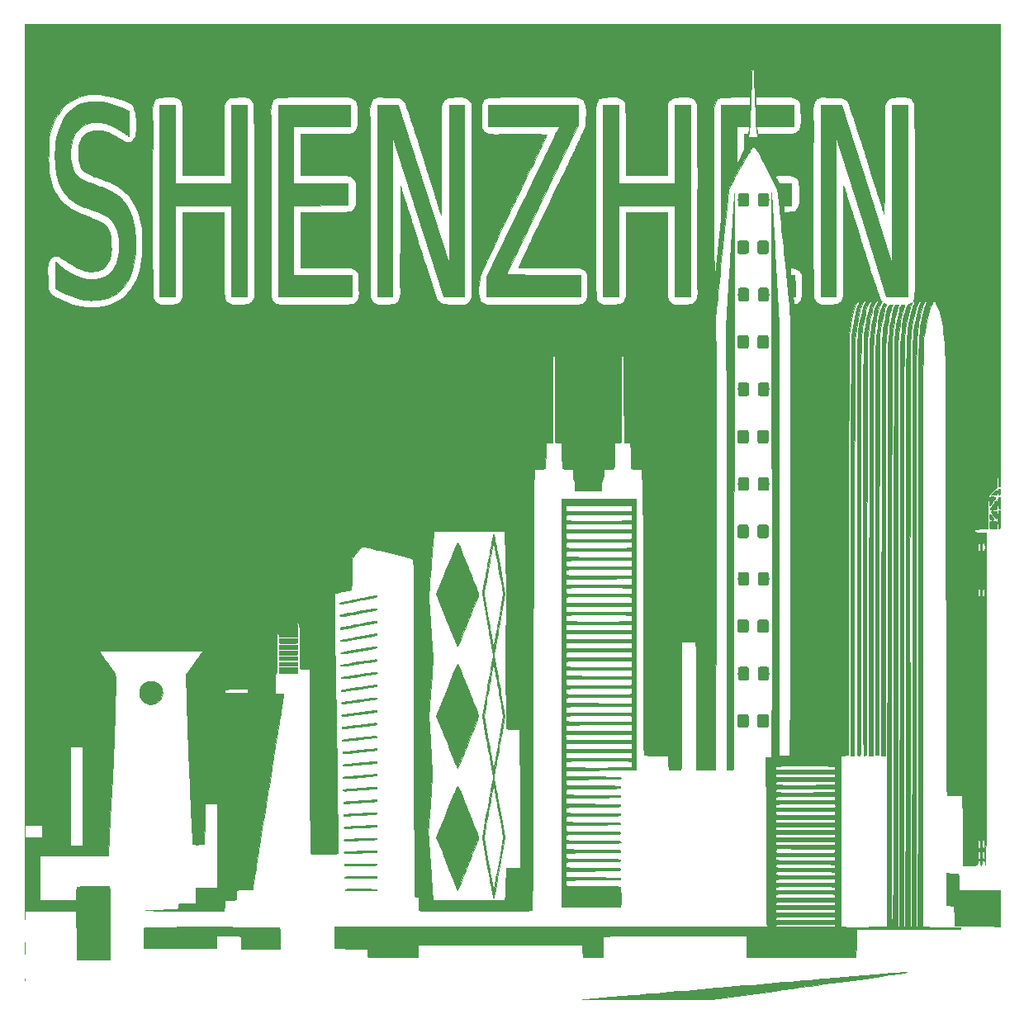
<source format=gbr>
G04 #@! TF.GenerationSoftware,KiCad,Pcbnew,5.0.0-fee4fd1~66~ubuntu16.04.1*
G04 #@! TF.CreationDate,2018-08-16T23:09:48+08:00*
G04 #@! TF.ProjectId,postcard,706F7374636172642E6B696361645F70,rev?*
G04 #@! TF.SameCoordinates,Original*
G04 #@! TF.FileFunction,Soldermask,Top*
G04 #@! TF.FilePolarity,Negative*
%FSLAX46Y46*%
G04 Gerber Fmt 4.6, Leading zero omitted, Abs format (unit mm)*
G04 Created by KiCad (PCBNEW 5.0.0-fee4fd1~66~ubuntu16.04.1) date Thu Aug 16 23:09:48 2018*
%MOMM*%
%LPD*%
G01*
G04 APERTURE LIST*
%ADD10C,0.010000*%
%ADD11C,0.100000*%
%ADD12C,1.150000*%
G04 APERTURE END LIST*
D10*
G04 #@! TO.C,G\002A\002A\002A*
G36*
X68255455Y-27930731D02*
X66679079Y-27930731D01*
X66679079Y-18574174D01*
X60907507Y-18574174D01*
X60907507Y-27930731D01*
X59305640Y-27930731D01*
X59312029Y-18097447D01*
X59318418Y-8264164D01*
X60894795Y-8264164D01*
X60901229Y-12300450D01*
X60907664Y-16336737D01*
X66679079Y-16336737D01*
X66679079Y-8251451D01*
X68255455Y-8251451D01*
X68255455Y-27930731D01*
X68255455Y-27930731D01*
G37*
X68255455Y-27930731D02*
X66679079Y-27930731D01*
X66679079Y-18574174D01*
X60907507Y-18574174D01*
X60907507Y-27930731D01*
X59305640Y-27930731D01*
X59312029Y-18097447D01*
X59318418Y-8264164D01*
X60894795Y-8264164D01*
X60901229Y-12300450D01*
X60907664Y-16336737D01*
X66679079Y-16336737D01*
X66679079Y-8251451D01*
X68255455Y-8251451D01*
X68255455Y-27930731D01*
G36*
X45092893Y-27930731D02*
X44018669Y-27930269D01*
X42944444Y-27929807D01*
X40351051Y-19729438D01*
X37757658Y-11529068D01*
X37751262Y-19729899D01*
X37744867Y-27930731D01*
X36193929Y-27930731D01*
X36200318Y-18097447D01*
X36206707Y-8264164D01*
X38338541Y-8264164D01*
X40933885Y-16464671D01*
X43529229Y-24665177D01*
X43541942Y-16464671D01*
X43554655Y-8264164D01*
X45092893Y-8250706D01*
X45092893Y-27930731D01*
X45092893Y-27930731D01*
G37*
X45092893Y-27930731D02*
X44018669Y-27930269D01*
X42944444Y-27929807D01*
X40351051Y-19729438D01*
X37757658Y-11529068D01*
X37751262Y-19729899D01*
X37744867Y-27930731D01*
X36193929Y-27930731D01*
X36200318Y-18097447D01*
X36206707Y-8264164D01*
X38338541Y-8264164D01*
X40933885Y-16464671D01*
X43529229Y-24665177D01*
X43541942Y-16464671D01*
X43554655Y-8264164D01*
X45092893Y-8250706D01*
X45092893Y-27930731D01*
G36*
X33422623Y-10488674D02*
X30505055Y-10495138D01*
X27587487Y-10501601D01*
X27587487Y-16324024D01*
X30390908Y-16330492D01*
X33194328Y-16336960D01*
X33187704Y-17449211D01*
X33181081Y-18561461D01*
X27574775Y-18574397D01*
X27574775Y-25693084D01*
X30568619Y-25699545D01*
X33562462Y-25706006D01*
X33569086Y-26818368D01*
X33575710Y-27930731D01*
X25998398Y-27930731D01*
X25998398Y-8251451D01*
X33422623Y-8251451D01*
X33422623Y-10488674D01*
X33422623Y-10488674D01*
G37*
X33422623Y-10488674D02*
X30505055Y-10495138D01*
X27587487Y-10501601D01*
X27587487Y-16324024D01*
X30390908Y-16330492D01*
X33194328Y-16336960D01*
X33187704Y-17449211D01*
X33181081Y-18561461D01*
X27574775Y-18574397D01*
X27574775Y-25693084D01*
X30568619Y-25699545D01*
X33562462Y-25706006D01*
X33569086Y-26818368D01*
X33575710Y-27930731D01*
X25998398Y-27930731D01*
X25998398Y-8251451D01*
X33422623Y-8251451D01*
X33422623Y-10488674D01*
G36*
X14665015Y-8257445D02*
X15459559Y-8264164D01*
X15465994Y-12300450D01*
X15472429Y-16336737D01*
X21243844Y-16336737D01*
X21243844Y-8251451D01*
X22820220Y-8251451D01*
X22820220Y-27930731D01*
X21243844Y-27930731D01*
X21243844Y-18574174D01*
X15472272Y-18574174D01*
X15472272Y-27930731D01*
X13870470Y-27930731D01*
X13870470Y-8250727D01*
X14665015Y-8257445D01*
X14665015Y-8257445D01*
G37*
X14665015Y-8257445D02*
X15459559Y-8264164D01*
X15465994Y-12300450D01*
X15472429Y-16336737D01*
X21243844Y-16336737D01*
X21243844Y-8251451D01*
X22820220Y-8251451D01*
X22820220Y-27930731D01*
X21243844Y-27930731D01*
X21243844Y-18574174D01*
X15472272Y-18574174D01*
X15472272Y-27930731D01*
X13870470Y-27930731D01*
X13870470Y-8250727D01*
X14665015Y-8257445D01*
G36*
X56813172Y-9274825D02*
X56812330Y-10298198D01*
X49393212Y-25680580D01*
X53192602Y-25687020D01*
X56991992Y-25693459D01*
X56991992Y-27930731D01*
X47406606Y-27930731D01*
X47408463Y-26907357D01*
X47410320Y-25883984D01*
X51116551Y-18205505D01*
X51401390Y-17615263D01*
X51680449Y-17036766D01*
X51952921Y-16471694D01*
X52218000Y-15921725D01*
X52474880Y-15388538D01*
X52722754Y-14873813D01*
X52960816Y-14379229D01*
X53188261Y-13906464D01*
X53404281Y-13457198D01*
X53608071Y-13033109D01*
X53798824Y-12635878D01*
X53975735Y-12267182D01*
X54137997Y-11928700D01*
X54284803Y-11622113D01*
X54415349Y-11349098D01*
X54528826Y-11111336D01*
X54624430Y-10910504D01*
X54701354Y-10748283D01*
X54758792Y-10626350D01*
X54795938Y-10546385D01*
X54811984Y-10510068D01*
X54812593Y-10507958D01*
X54786430Y-10505717D01*
X54712285Y-10503550D01*
X54593025Y-10501474D01*
X54431518Y-10499502D01*
X54230632Y-10497651D01*
X53993234Y-10495935D01*
X53722193Y-10494370D01*
X53420377Y-10492970D01*
X53090653Y-10491750D01*
X52735889Y-10490727D01*
X52358954Y-10489914D01*
X51962715Y-10489327D01*
X51550040Y-10488982D01*
X51193494Y-10488889D01*
X47584584Y-10488889D01*
X47584584Y-8251451D01*
X56814014Y-8251451D01*
X56813172Y-9274825D01*
X56813172Y-9274825D01*
G37*
X56813172Y-9274825D02*
X56812330Y-10298198D01*
X49393212Y-25680580D01*
X53192602Y-25687020D01*
X56991992Y-25693459D01*
X56991992Y-27930731D01*
X47406606Y-27930731D01*
X47408463Y-26907357D01*
X47410320Y-25883984D01*
X51116551Y-18205505D01*
X51401390Y-17615263D01*
X51680449Y-17036766D01*
X51952921Y-16471694D01*
X52218000Y-15921725D01*
X52474880Y-15388538D01*
X52722754Y-14873813D01*
X52960816Y-14379229D01*
X53188261Y-13906464D01*
X53404281Y-13457198D01*
X53608071Y-13033109D01*
X53798824Y-12635878D01*
X53975735Y-12267182D01*
X54137997Y-11928700D01*
X54284803Y-11622113D01*
X54415349Y-11349098D01*
X54528826Y-11111336D01*
X54624430Y-10910504D01*
X54701354Y-10748283D01*
X54758792Y-10626350D01*
X54795938Y-10546385D01*
X54811984Y-10510068D01*
X54812593Y-10507958D01*
X54786430Y-10505717D01*
X54712285Y-10503550D01*
X54593025Y-10501474D01*
X54431518Y-10499502D01*
X54230632Y-10497651D01*
X53993234Y-10495935D01*
X53722193Y-10494370D01*
X53420377Y-10492970D01*
X53090653Y-10491750D01*
X52735889Y-10490727D01*
X52358954Y-10489914D01*
X51962715Y-10489327D01*
X51550040Y-10488982D01*
X51193494Y-10488889D01*
X47584584Y-10488889D01*
X47584584Y-8251451D01*
X56814014Y-8251451D01*
X56813172Y-9274825D01*
G36*
X7504127Y-7915726D02*
X7969920Y-7958269D01*
X8447917Y-8041337D01*
X8935336Y-8164710D01*
X9429390Y-8328171D01*
X9927295Y-8531503D01*
X10272662Y-8695447D01*
X10679579Y-8899800D01*
X10686169Y-10190140D01*
X10687134Y-10440909D01*
X10687428Y-10675600D01*
X10687088Y-10889435D01*
X10686149Y-11077636D01*
X10684649Y-11235425D01*
X10682624Y-11358025D01*
X10680111Y-11440656D01*
X10677148Y-11478541D01*
X10676251Y-11480480D01*
X10650824Y-11466112D01*
X10592877Y-11426781D01*
X10510483Y-11368151D01*
X10411717Y-11295881D01*
X10389982Y-11279747D01*
X9949699Y-10970981D01*
X9517858Y-10705898D01*
X9096393Y-10485478D01*
X8687241Y-10310698D01*
X8292336Y-10182538D01*
X8149750Y-10147022D01*
X7861203Y-10097843D01*
X7549616Y-10073890D01*
X7232406Y-10075193D01*
X6926995Y-10101781D01*
X6688764Y-10144498D01*
X6351994Y-10246619D01*
X6045279Y-10389605D01*
X5768927Y-10573076D01*
X5523245Y-10796655D01*
X5308539Y-11059965D01*
X5125118Y-11362628D01*
X4973289Y-11704266D01*
X4853359Y-12084500D01*
X4765635Y-12502954D01*
X4764454Y-12510210D01*
X4752098Y-12618704D01*
X4742564Y-12767269D01*
X4735858Y-12945406D01*
X4731985Y-13142611D01*
X4730951Y-13348385D01*
X4732761Y-13552224D01*
X4737422Y-13743627D01*
X4744938Y-13912094D01*
X4755316Y-14047122D01*
X4763603Y-14112012D01*
X4834966Y-14464966D01*
X4927629Y-14774434D01*
X5042976Y-15043718D01*
X5182390Y-15276119D01*
X5324814Y-15451389D01*
X5454546Y-15580306D01*
X5595541Y-15699483D01*
X5752741Y-15811512D01*
X5931086Y-15918979D01*
X6135520Y-16024476D01*
X6370983Y-16130592D01*
X6642417Y-16239916D01*
X6954764Y-16355037D01*
X7234434Y-16452035D01*
X7506665Y-16544670D01*
X7736324Y-16623525D01*
X7929130Y-16690764D01*
X8090798Y-16748549D01*
X8227044Y-16799041D01*
X8343586Y-16844405D01*
X8446140Y-16886802D01*
X8540423Y-16928394D01*
X8632151Y-16971344D01*
X8717268Y-17012959D01*
X9127934Y-17242131D01*
X9503178Y-17504753D01*
X9843354Y-17801439D01*
X10148818Y-18132801D01*
X10419923Y-18499451D01*
X10657025Y-18902001D01*
X10860478Y-19341064D01*
X11030637Y-19817252D01*
X11167857Y-20331177D01*
X11272492Y-20883452D01*
X11344898Y-21474689D01*
X11352572Y-21561662D01*
X11361962Y-21709988D01*
X11369133Y-21898364D01*
X11374084Y-22116033D01*
X11376815Y-22352241D01*
X11377324Y-22596235D01*
X11375610Y-22837260D01*
X11371672Y-23064562D01*
X11365509Y-23267386D01*
X11357118Y-23434979D01*
X11352787Y-23493994D01*
X11306609Y-23925725D01*
X11241270Y-24354858D01*
X11159128Y-24769416D01*
X11062543Y-25157421D01*
X10959774Y-25489890D01*
X10913156Y-25613859D01*
X10850327Y-25765395D01*
X10778805Y-25927091D01*
X10706108Y-26081540D01*
X10690706Y-26112813D01*
X10463990Y-26518353D01*
X10207580Y-26882637D01*
X9921359Y-27205747D01*
X9605213Y-27487765D01*
X9259027Y-27728773D01*
X8882684Y-27928852D01*
X8476069Y-28088084D01*
X8039068Y-28206552D01*
X7644708Y-28275117D01*
X7486845Y-28290702D01*
X7293765Y-28301306D01*
X7078717Y-28306956D01*
X6854950Y-28307680D01*
X6635713Y-28303503D01*
X6434254Y-28294453D01*
X6263822Y-28280556D01*
X6197038Y-28272189D01*
X5730132Y-28183621D01*
X5251136Y-28051925D01*
X4758102Y-27876370D01*
X4249079Y-27656225D01*
X3722118Y-27390761D01*
X3465141Y-27248678D01*
X3166419Y-27078979D01*
X3166392Y-25707605D01*
X3166366Y-24336232D01*
X3236286Y-24400276D01*
X3663190Y-24770559D01*
X4090120Y-25099884D01*
X4514781Y-25386925D01*
X4934882Y-25630355D01*
X5348129Y-25828849D01*
X5752228Y-25981079D01*
X6144886Y-26085721D01*
X6153854Y-26087576D01*
X6423684Y-26130149D01*
X6713463Y-26153205D01*
X7007776Y-26156733D01*
X7291208Y-26140720D01*
X7548344Y-26105156D01*
X7626800Y-26088664D01*
X7956524Y-25992683D01*
X8251390Y-25864313D01*
X8518873Y-25699341D01*
X8766446Y-25493554D01*
X8874374Y-25385429D01*
X9094983Y-25120513D01*
X9281500Y-24827048D01*
X9434453Y-24503235D01*
X9554367Y-24147278D01*
X9641770Y-23757378D01*
X9697188Y-23331740D01*
X9721147Y-22868565D01*
X9719001Y-22502972D01*
X9692912Y-22054674D01*
X9639932Y-21647090D01*
X9558916Y-21277080D01*
X9448717Y-20941505D01*
X9308190Y-20637225D01*
X9136190Y-20361102D01*
X8931569Y-20109996D01*
X8795360Y-19972572D01*
X8658061Y-19850959D01*
X8513405Y-19739368D01*
X8355962Y-19635099D01*
X8180303Y-19535448D01*
X7980999Y-19437715D01*
X7752619Y-19339196D01*
X7489734Y-19237191D01*
X7186914Y-19128997D01*
X6916617Y-19037614D01*
X6532451Y-18906392D01*
X6192601Y-18781363D01*
X5891386Y-18659441D01*
X5623125Y-18537537D01*
X5382137Y-18412564D01*
X5162742Y-18281433D01*
X4959258Y-18141058D01*
X4766004Y-17988350D01*
X4577300Y-17820221D01*
X4450171Y-17696997D01*
X4176187Y-17393909D01*
X3937971Y-17065960D01*
X3733195Y-16708849D01*
X3559533Y-16318277D01*
X3414658Y-15889946D01*
X3356182Y-15675676D01*
X3287039Y-15377869D01*
X3231866Y-15079859D01*
X3189719Y-14772541D01*
X3159657Y-14446808D01*
X3140736Y-14093555D01*
X3132015Y-13703676D01*
X3131175Y-13501802D01*
X3133884Y-13169432D01*
X3142045Y-12876431D01*
X3156641Y-12611515D01*
X3178654Y-12363399D01*
X3209067Y-12120798D01*
X3248865Y-11872427D01*
X3294065Y-11631874D01*
X3415275Y-11121121D01*
X3569270Y-10641860D01*
X3754962Y-10195762D01*
X3971263Y-9784494D01*
X4217082Y-9409726D01*
X4491332Y-9073126D01*
X4792924Y-8776364D01*
X5120768Y-8521109D01*
X5455703Y-8318498D01*
X5818701Y-8155153D01*
X6207827Y-8033420D01*
X6620296Y-7953084D01*
X7053325Y-7913925D01*
X7504127Y-7915726D01*
X7504127Y-7915726D01*
G37*
X7504127Y-7915726D02*
X7969920Y-7958269D01*
X8447917Y-8041337D01*
X8935336Y-8164710D01*
X9429390Y-8328171D01*
X9927295Y-8531503D01*
X10272662Y-8695447D01*
X10679579Y-8899800D01*
X10686169Y-10190140D01*
X10687134Y-10440909D01*
X10687428Y-10675600D01*
X10687088Y-10889435D01*
X10686149Y-11077636D01*
X10684649Y-11235425D01*
X10682624Y-11358025D01*
X10680111Y-11440656D01*
X10677148Y-11478541D01*
X10676251Y-11480480D01*
X10650824Y-11466112D01*
X10592877Y-11426781D01*
X10510483Y-11368151D01*
X10411717Y-11295881D01*
X10389982Y-11279747D01*
X9949699Y-10970981D01*
X9517858Y-10705898D01*
X9096393Y-10485478D01*
X8687241Y-10310698D01*
X8292336Y-10182538D01*
X8149750Y-10147022D01*
X7861203Y-10097843D01*
X7549616Y-10073890D01*
X7232406Y-10075193D01*
X6926995Y-10101781D01*
X6688764Y-10144498D01*
X6351994Y-10246619D01*
X6045279Y-10389605D01*
X5768927Y-10573076D01*
X5523245Y-10796655D01*
X5308539Y-11059965D01*
X5125118Y-11362628D01*
X4973289Y-11704266D01*
X4853359Y-12084500D01*
X4765635Y-12502954D01*
X4764454Y-12510210D01*
X4752098Y-12618704D01*
X4742564Y-12767269D01*
X4735858Y-12945406D01*
X4731985Y-13142611D01*
X4730951Y-13348385D01*
X4732761Y-13552224D01*
X4737422Y-13743627D01*
X4744938Y-13912094D01*
X4755316Y-14047122D01*
X4763603Y-14112012D01*
X4834966Y-14464966D01*
X4927629Y-14774434D01*
X5042976Y-15043718D01*
X5182390Y-15276119D01*
X5324814Y-15451389D01*
X5454546Y-15580306D01*
X5595541Y-15699483D01*
X5752741Y-15811512D01*
X5931086Y-15918979D01*
X6135520Y-16024476D01*
X6370983Y-16130592D01*
X6642417Y-16239916D01*
X6954764Y-16355037D01*
X7234434Y-16452035D01*
X7506665Y-16544670D01*
X7736324Y-16623525D01*
X7929130Y-16690764D01*
X8090798Y-16748549D01*
X8227044Y-16799041D01*
X8343586Y-16844405D01*
X8446140Y-16886802D01*
X8540423Y-16928394D01*
X8632151Y-16971344D01*
X8717268Y-17012959D01*
X9127934Y-17242131D01*
X9503178Y-17504753D01*
X9843354Y-17801439D01*
X10148818Y-18132801D01*
X10419923Y-18499451D01*
X10657025Y-18902001D01*
X10860478Y-19341064D01*
X11030637Y-19817252D01*
X11167857Y-20331177D01*
X11272492Y-20883452D01*
X11344898Y-21474689D01*
X11352572Y-21561662D01*
X11361962Y-21709988D01*
X11369133Y-21898364D01*
X11374084Y-22116033D01*
X11376815Y-22352241D01*
X11377324Y-22596235D01*
X11375610Y-22837260D01*
X11371672Y-23064562D01*
X11365509Y-23267386D01*
X11357118Y-23434979D01*
X11352787Y-23493994D01*
X11306609Y-23925725D01*
X11241270Y-24354858D01*
X11159128Y-24769416D01*
X11062543Y-25157421D01*
X10959774Y-25489890D01*
X10913156Y-25613859D01*
X10850327Y-25765395D01*
X10778805Y-25927091D01*
X10706108Y-26081540D01*
X10690706Y-26112813D01*
X10463990Y-26518353D01*
X10207580Y-26882637D01*
X9921359Y-27205747D01*
X9605213Y-27487765D01*
X9259027Y-27728773D01*
X8882684Y-27928852D01*
X8476069Y-28088084D01*
X8039068Y-28206552D01*
X7644708Y-28275117D01*
X7486845Y-28290702D01*
X7293765Y-28301306D01*
X7078717Y-28306956D01*
X6854950Y-28307680D01*
X6635713Y-28303503D01*
X6434254Y-28294453D01*
X6263822Y-28280556D01*
X6197038Y-28272189D01*
X5730132Y-28183621D01*
X5251136Y-28051925D01*
X4758102Y-27876370D01*
X4249079Y-27656225D01*
X3722118Y-27390761D01*
X3465141Y-27248678D01*
X3166419Y-27078979D01*
X3166392Y-25707605D01*
X3166366Y-24336232D01*
X3236286Y-24400276D01*
X3663190Y-24770559D01*
X4090120Y-25099884D01*
X4514781Y-25386925D01*
X4934882Y-25630355D01*
X5348129Y-25828849D01*
X5752228Y-25981079D01*
X6144886Y-26085721D01*
X6153854Y-26087576D01*
X6423684Y-26130149D01*
X6713463Y-26153205D01*
X7007776Y-26156733D01*
X7291208Y-26140720D01*
X7548344Y-26105156D01*
X7626800Y-26088664D01*
X7956524Y-25992683D01*
X8251390Y-25864313D01*
X8518873Y-25699341D01*
X8766446Y-25493554D01*
X8874374Y-25385429D01*
X9094983Y-25120513D01*
X9281500Y-24827048D01*
X9434453Y-24503235D01*
X9554367Y-24147278D01*
X9641770Y-23757378D01*
X9697188Y-23331740D01*
X9721147Y-22868565D01*
X9719001Y-22502972D01*
X9692912Y-22054674D01*
X9639932Y-21647090D01*
X9558916Y-21277080D01*
X9448717Y-20941505D01*
X9308190Y-20637225D01*
X9136190Y-20361102D01*
X8931569Y-20109996D01*
X8795360Y-19972572D01*
X8658061Y-19850959D01*
X8513405Y-19739368D01*
X8355962Y-19635099D01*
X8180303Y-19535448D01*
X7980999Y-19437715D01*
X7752619Y-19339196D01*
X7489734Y-19237191D01*
X7186914Y-19128997D01*
X6916617Y-19037614D01*
X6532451Y-18906392D01*
X6192601Y-18781363D01*
X5891386Y-18659441D01*
X5623125Y-18537537D01*
X5382137Y-18412564D01*
X5162742Y-18281433D01*
X4959258Y-18141058D01*
X4766004Y-17988350D01*
X4577300Y-17820221D01*
X4450171Y-17696997D01*
X4176187Y-17393909D01*
X3937971Y-17065960D01*
X3733195Y-16708849D01*
X3559533Y-16318277D01*
X3414658Y-15889946D01*
X3356182Y-15675676D01*
X3287039Y-15377869D01*
X3231866Y-15079859D01*
X3189719Y-14772541D01*
X3159657Y-14446808D01*
X3140736Y-14093555D01*
X3132015Y-13703676D01*
X3131175Y-13501802D01*
X3133884Y-13169432D01*
X3142045Y-12876431D01*
X3156641Y-12611515D01*
X3178654Y-12363399D01*
X3209067Y-12120798D01*
X3248865Y-11872427D01*
X3294065Y-11631874D01*
X3415275Y-11121121D01*
X3569270Y-10641860D01*
X3754962Y-10195762D01*
X3971263Y-9784494D01*
X4217082Y-9409726D01*
X4491332Y-9073126D01*
X4792924Y-8776364D01*
X5120768Y-8521109D01*
X5455703Y-8318498D01*
X5818701Y-8155153D01*
X6207827Y-8033420D01*
X6620296Y-7953084D01*
X7053325Y-7913925D01*
X7504127Y-7915726D01*
G36*
X44422577Y-53144476D02*
X44451445Y-53197043D01*
X44494297Y-53286710D01*
X44551870Y-53415158D01*
X44624901Y-53584069D01*
X44714128Y-53795124D01*
X44820287Y-54050005D01*
X44944115Y-54350393D01*
X44958682Y-54385886D01*
X45028352Y-54556486D01*
X45108792Y-54754820D01*
X45198394Y-54976829D01*
X45295549Y-55218455D01*
X45398649Y-55475641D01*
X45506086Y-55744328D01*
X45616251Y-56020458D01*
X45727535Y-56299974D01*
X45838331Y-56578816D01*
X45947029Y-56852928D01*
X46052022Y-57118251D01*
X46151701Y-57370727D01*
X46244458Y-57606299D01*
X46328683Y-57820908D01*
X46402769Y-58010495D01*
X46465107Y-58171004D01*
X46514089Y-58298376D01*
X46548107Y-58388553D01*
X46565551Y-58437478D01*
X46567567Y-58445038D01*
X46558296Y-58475107D01*
X46531472Y-58548603D01*
X46488581Y-58661801D01*
X46431106Y-58810974D01*
X46360535Y-58992398D01*
X46278350Y-59202347D01*
X46186038Y-59437095D01*
X46085084Y-59692917D01*
X45976972Y-59966087D01*
X45863187Y-60252879D01*
X45745215Y-60549569D01*
X45624540Y-60852430D01*
X45502648Y-61157738D01*
X45381023Y-61461765D01*
X45261151Y-61760787D01*
X45144516Y-62051079D01*
X45032604Y-62328914D01*
X44926899Y-62590567D01*
X44828887Y-62832313D01*
X44740052Y-63050426D01*
X44661880Y-63241180D01*
X44595855Y-63400850D01*
X44543463Y-63525710D01*
X44527562Y-63562966D01*
X44485524Y-63655216D01*
X44448041Y-63727521D01*
X44421207Y-63768480D01*
X44415010Y-63773475D01*
X44392873Y-63756317D01*
X44357960Y-63703093D01*
X44317188Y-63624616D01*
X44310247Y-63609708D01*
X44286360Y-63556273D01*
X44256324Y-63486659D01*
X44219207Y-63398548D01*
X44174078Y-63289622D01*
X44120004Y-63157565D01*
X44056053Y-63000058D01*
X43981293Y-62814783D01*
X43894793Y-62599425D01*
X43795621Y-62351664D01*
X43682844Y-62069183D01*
X43555531Y-61749666D01*
X43412749Y-61390793D01*
X43253567Y-60990249D01*
X43077054Y-60545714D01*
X42995755Y-60340876D01*
X42241179Y-58439409D01*
X43055035Y-56399935D01*
X43266688Y-55870346D01*
X43460115Y-55388033D01*
X43635389Y-54952824D01*
X43792579Y-54564549D01*
X43931755Y-54223036D01*
X44052989Y-53928117D01*
X44156351Y-53679619D01*
X44241911Y-53477372D01*
X44309739Y-53321206D01*
X44359907Y-53210950D01*
X44392484Y-53146433D01*
X44406955Y-53127327D01*
X44422577Y-53144476D01*
X44422577Y-53144476D01*
G37*
X44422577Y-53144476D02*
X44451445Y-53197043D01*
X44494297Y-53286710D01*
X44551870Y-53415158D01*
X44624901Y-53584069D01*
X44714128Y-53795124D01*
X44820287Y-54050005D01*
X44944115Y-54350393D01*
X44958682Y-54385886D01*
X45028352Y-54556486D01*
X45108792Y-54754820D01*
X45198394Y-54976829D01*
X45295549Y-55218455D01*
X45398649Y-55475641D01*
X45506086Y-55744328D01*
X45616251Y-56020458D01*
X45727535Y-56299974D01*
X45838331Y-56578816D01*
X45947029Y-56852928D01*
X46052022Y-57118251D01*
X46151701Y-57370727D01*
X46244458Y-57606299D01*
X46328683Y-57820908D01*
X46402769Y-58010495D01*
X46465107Y-58171004D01*
X46514089Y-58298376D01*
X46548107Y-58388553D01*
X46565551Y-58437478D01*
X46567567Y-58445038D01*
X46558296Y-58475107D01*
X46531472Y-58548603D01*
X46488581Y-58661801D01*
X46431106Y-58810974D01*
X46360535Y-58992398D01*
X46278350Y-59202347D01*
X46186038Y-59437095D01*
X46085084Y-59692917D01*
X45976972Y-59966087D01*
X45863187Y-60252879D01*
X45745215Y-60549569D01*
X45624540Y-60852430D01*
X45502648Y-61157738D01*
X45381023Y-61461765D01*
X45261151Y-61760787D01*
X45144516Y-62051079D01*
X45032604Y-62328914D01*
X44926899Y-62590567D01*
X44828887Y-62832313D01*
X44740052Y-63050426D01*
X44661880Y-63241180D01*
X44595855Y-63400850D01*
X44543463Y-63525710D01*
X44527562Y-63562966D01*
X44485524Y-63655216D01*
X44448041Y-63727521D01*
X44421207Y-63768480D01*
X44415010Y-63773475D01*
X44392873Y-63756317D01*
X44357960Y-63703093D01*
X44317188Y-63624616D01*
X44310247Y-63609708D01*
X44286360Y-63556273D01*
X44256324Y-63486659D01*
X44219207Y-63398548D01*
X44174078Y-63289622D01*
X44120004Y-63157565D01*
X44056053Y-63000058D01*
X43981293Y-62814783D01*
X43894793Y-62599425D01*
X43795621Y-62351664D01*
X43682844Y-62069183D01*
X43555531Y-61749666D01*
X43412749Y-61390793D01*
X43253567Y-60990249D01*
X43077054Y-60545714D01*
X42995755Y-60340876D01*
X42241179Y-58439409D01*
X43055035Y-56399935D01*
X43266688Y-55870346D01*
X43460115Y-55388033D01*
X43635389Y-54952824D01*
X43792579Y-54564549D01*
X43931755Y-54223036D01*
X44052989Y-53928117D01*
X44156351Y-53679619D01*
X44241911Y-53477372D01*
X44309739Y-53321206D01*
X44359907Y-53210950D01*
X44392484Y-53146433D01*
X44406955Y-53127327D01*
X44422577Y-53144476D01*
G36*
X48100737Y-52272414D02*
X48124139Y-52322875D01*
X48142689Y-52395212D01*
X48157864Y-52469729D01*
X48181643Y-52591651D01*
X48213540Y-52758356D01*
X48253064Y-52967218D01*
X48299729Y-53215612D01*
X48353045Y-53500914D01*
X48412524Y-53820499D01*
X48477678Y-54171742D01*
X48548020Y-54552019D01*
X48623059Y-54958704D01*
X48702309Y-55389174D01*
X48785281Y-55840803D01*
X48871486Y-56310966D01*
X48892297Y-56424601D01*
X49260913Y-58437891D01*
X48730105Y-61357134D01*
X48660699Y-61739004D01*
X48593431Y-62109437D01*
X48528908Y-62465065D01*
X48467740Y-62802523D01*
X48410534Y-63118443D01*
X48357899Y-63409460D01*
X48310442Y-63672208D01*
X48268773Y-63903320D01*
X48233499Y-64099429D01*
X48205228Y-64257170D01*
X48184569Y-64373176D01*
X48172131Y-64444080D01*
X48169323Y-64460711D01*
X48150891Y-64559176D01*
X48132831Y-64616304D01*
X48111360Y-64641435D01*
X48094680Y-64645045D01*
X48072700Y-64636790D01*
X48054174Y-64606563D01*
X48036283Y-64546173D01*
X48016211Y-64447429D01*
X48005049Y-64384434D01*
X47994548Y-64324937D01*
X47975576Y-64218948D01*
X47948773Y-64070005D01*
X47914779Y-63881644D01*
X47874236Y-63657402D01*
X47827784Y-63400816D01*
X47776063Y-63115422D01*
X47719715Y-62804757D01*
X47659380Y-62472358D01*
X47595699Y-62121761D01*
X47529313Y-61756503D01*
X47460862Y-61380121D01*
X47442788Y-61280779D01*
X46925489Y-58437735D01*
X46925979Y-58435062D01*
X47085282Y-58435062D01*
X47559859Y-61040370D01*
X47625040Y-61397536D01*
X47687916Y-61740788D01*
X47747864Y-62066793D01*
X47804261Y-62372219D01*
X47856484Y-62653736D01*
X47903911Y-62908012D01*
X47945917Y-63131713D01*
X47981879Y-63321510D01*
X48011176Y-63474070D01*
X48033183Y-63586061D01*
X48047278Y-63654151D01*
X48052552Y-63674991D01*
X48090032Y-63702955D01*
X48128540Y-63682419D01*
X48133548Y-63675131D01*
X48140487Y-63646604D01*
X48155869Y-63571371D01*
X48179070Y-63452762D01*
X48209466Y-63294107D01*
X48246436Y-63098736D01*
X48289356Y-62869979D01*
X48337602Y-62611166D01*
X48390553Y-62325627D01*
X48447585Y-62016692D01*
X48508075Y-61687692D01*
X48571400Y-61341956D01*
X48626779Y-61038571D01*
X49101979Y-58431185D01*
X48977971Y-57756083D01*
X48870507Y-57171412D01*
X48771772Y-56635023D01*
X48681430Y-56145158D01*
X48599150Y-55700063D01*
X48524595Y-55297982D01*
X48457434Y-54937158D01*
X48397331Y-54615836D01*
X48343954Y-54332260D01*
X48296967Y-54084674D01*
X48256038Y-53871323D01*
X48220833Y-53690449D01*
X48191017Y-53540299D01*
X48166258Y-53419115D01*
X48146220Y-53325141D01*
X48130570Y-53256623D01*
X48118975Y-53211804D01*
X48111100Y-53188929D01*
X48108990Y-53185600D01*
X48079849Y-53183330D01*
X48077196Y-53185600D01*
X48070600Y-53200376D01*
X48060514Y-53235982D01*
X48046596Y-53294233D01*
X48028498Y-53376944D01*
X48005877Y-53485934D01*
X47978386Y-53623016D01*
X47945680Y-53790008D01*
X47907415Y-53988726D01*
X47863245Y-54220986D01*
X47812825Y-54488604D01*
X47755809Y-54793396D01*
X47691853Y-55137178D01*
X47620610Y-55521766D01*
X47541737Y-55948977D01*
X47454887Y-56420627D01*
X47359716Y-56938532D01*
X47255878Y-57504507D01*
X47246691Y-57554618D01*
X47085282Y-58435062D01*
X46925979Y-58435062D01*
X47075716Y-57619518D01*
X47110624Y-57429376D01*
X47153105Y-57197963D01*
X47201553Y-56934028D01*
X47254363Y-56646315D01*
X47309929Y-56343571D01*
X47366646Y-56034542D01*
X47422910Y-55727974D01*
X47477114Y-55432614D01*
X47482566Y-55402903D01*
X47548691Y-55043068D01*
X47613698Y-54690262D01*
X47676906Y-54348135D01*
X47737631Y-54020333D01*
X47795193Y-53710505D01*
X47848908Y-53422300D01*
X47898095Y-53159366D01*
X47942072Y-52925350D01*
X47980155Y-52723902D01*
X48011664Y-52558670D01*
X48035916Y-52433301D01*
X48052228Y-52351444D01*
X48059021Y-52320070D01*
X48078757Y-52271233D01*
X48100737Y-52272414D01*
X48100737Y-52272414D01*
G37*
X48100737Y-52272414D02*
X48124139Y-52322875D01*
X48142689Y-52395212D01*
X48157864Y-52469729D01*
X48181643Y-52591651D01*
X48213540Y-52758356D01*
X48253064Y-52967218D01*
X48299729Y-53215612D01*
X48353045Y-53500914D01*
X48412524Y-53820499D01*
X48477678Y-54171742D01*
X48548020Y-54552019D01*
X48623059Y-54958704D01*
X48702309Y-55389174D01*
X48785281Y-55840803D01*
X48871486Y-56310966D01*
X48892297Y-56424601D01*
X49260913Y-58437891D01*
X48730105Y-61357134D01*
X48660699Y-61739004D01*
X48593431Y-62109437D01*
X48528908Y-62465065D01*
X48467740Y-62802523D01*
X48410534Y-63118443D01*
X48357899Y-63409460D01*
X48310442Y-63672208D01*
X48268773Y-63903320D01*
X48233499Y-64099429D01*
X48205228Y-64257170D01*
X48184569Y-64373176D01*
X48172131Y-64444080D01*
X48169323Y-64460711D01*
X48150891Y-64559176D01*
X48132831Y-64616304D01*
X48111360Y-64641435D01*
X48094680Y-64645045D01*
X48072700Y-64636790D01*
X48054174Y-64606563D01*
X48036283Y-64546173D01*
X48016211Y-64447429D01*
X48005049Y-64384434D01*
X47994548Y-64324937D01*
X47975576Y-64218948D01*
X47948773Y-64070005D01*
X47914779Y-63881644D01*
X47874236Y-63657402D01*
X47827784Y-63400816D01*
X47776063Y-63115422D01*
X47719715Y-62804757D01*
X47659380Y-62472358D01*
X47595699Y-62121761D01*
X47529313Y-61756503D01*
X47460862Y-61380121D01*
X47442788Y-61280779D01*
X46925489Y-58437735D01*
X46925979Y-58435062D01*
X47085282Y-58435062D01*
X47559859Y-61040370D01*
X47625040Y-61397536D01*
X47687916Y-61740788D01*
X47747864Y-62066793D01*
X47804261Y-62372219D01*
X47856484Y-62653736D01*
X47903911Y-62908012D01*
X47945917Y-63131713D01*
X47981879Y-63321510D01*
X48011176Y-63474070D01*
X48033183Y-63586061D01*
X48047278Y-63654151D01*
X48052552Y-63674991D01*
X48090032Y-63702955D01*
X48128540Y-63682419D01*
X48133548Y-63675131D01*
X48140487Y-63646604D01*
X48155869Y-63571371D01*
X48179070Y-63452762D01*
X48209466Y-63294107D01*
X48246436Y-63098736D01*
X48289356Y-62869979D01*
X48337602Y-62611166D01*
X48390553Y-62325627D01*
X48447585Y-62016692D01*
X48508075Y-61687692D01*
X48571400Y-61341956D01*
X48626779Y-61038571D01*
X49101979Y-58431185D01*
X48977971Y-57756083D01*
X48870507Y-57171412D01*
X48771772Y-56635023D01*
X48681430Y-56145158D01*
X48599150Y-55700063D01*
X48524595Y-55297982D01*
X48457434Y-54937158D01*
X48397331Y-54615836D01*
X48343954Y-54332260D01*
X48296967Y-54084674D01*
X48256038Y-53871323D01*
X48220833Y-53690449D01*
X48191017Y-53540299D01*
X48166258Y-53419115D01*
X48146220Y-53325141D01*
X48130570Y-53256623D01*
X48118975Y-53211804D01*
X48111100Y-53188929D01*
X48108990Y-53185600D01*
X48079849Y-53183330D01*
X48077196Y-53185600D01*
X48070600Y-53200376D01*
X48060514Y-53235982D01*
X48046596Y-53294233D01*
X48028498Y-53376944D01*
X48005877Y-53485934D01*
X47978386Y-53623016D01*
X47945680Y-53790008D01*
X47907415Y-53988726D01*
X47863245Y-54220986D01*
X47812825Y-54488604D01*
X47755809Y-54793396D01*
X47691853Y-55137178D01*
X47620610Y-55521766D01*
X47541737Y-55948977D01*
X47454887Y-56420627D01*
X47359716Y-56938532D01*
X47255878Y-57504507D01*
X47246691Y-57554618D01*
X47085282Y-58435062D01*
X46925979Y-58435062D01*
X47075716Y-57619518D01*
X47110624Y-57429376D01*
X47153105Y-57197963D01*
X47201553Y-56934028D01*
X47254363Y-56646315D01*
X47309929Y-56343571D01*
X47366646Y-56034542D01*
X47422910Y-55727974D01*
X47477114Y-55432614D01*
X47482566Y-55402903D01*
X47548691Y-55043068D01*
X47613698Y-54690262D01*
X47676906Y-54348135D01*
X47737631Y-54020333D01*
X47795193Y-53710505D01*
X47848908Y-53422300D01*
X47898095Y-53159366D01*
X47942072Y-52925350D01*
X47980155Y-52723902D01*
X48011664Y-52558670D01*
X48035916Y-52433301D01*
X48052228Y-52351444D01*
X48059021Y-52320070D01*
X48078757Y-52271233D01*
X48100737Y-52272414D01*
G36*
X44434203Y-65590814D02*
X44452077Y-65616348D01*
X44485097Y-65681942D01*
X44529943Y-65780276D01*
X44583293Y-65904028D01*
X44641828Y-66045879D01*
X44651475Y-66069819D01*
X44746878Y-66307697D01*
X44850849Y-66567504D01*
X44961960Y-66845638D01*
X45078784Y-67138494D01*
X45199892Y-67442471D01*
X45323858Y-67753964D01*
X45449254Y-68069371D01*
X45574652Y-68385089D01*
X45698625Y-68697513D01*
X45819744Y-69003042D01*
X45936584Y-69298071D01*
X46047715Y-69578997D01*
X46151711Y-69842218D01*
X46247143Y-70084130D01*
X46332585Y-70301130D01*
X46406609Y-70489615D01*
X46467787Y-70645981D01*
X46514692Y-70766625D01*
X46545896Y-70847945D01*
X46559971Y-70886336D01*
X46560599Y-70888514D01*
X46553165Y-70920502D01*
X46527870Y-70996646D01*
X46485861Y-71113937D01*
X46428285Y-71269366D01*
X46356287Y-71459924D01*
X46271015Y-71682604D01*
X46173615Y-71934395D01*
X46065233Y-72212289D01*
X45947018Y-72513278D01*
X45820114Y-72834351D01*
X45793127Y-72902387D01*
X45592933Y-73406241D01*
X45410578Y-73864042D01*
X45245507Y-74277141D01*
X45097164Y-74646893D01*
X44964990Y-74974649D01*
X44848431Y-75261764D01*
X44746930Y-75509589D01*
X44659930Y-75719477D01*
X44586876Y-75892782D01*
X44527209Y-76030857D01*
X44480375Y-76135053D01*
X44445817Y-76206725D01*
X44422979Y-76247225D01*
X44413066Y-76258007D01*
X44386603Y-76242008D01*
X44349731Y-76187733D01*
X44315939Y-76120208D01*
X44286581Y-76051636D01*
X44239132Y-75937031D01*
X44174109Y-75777684D01*
X44092029Y-75574885D01*
X43993408Y-75329925D01*
X43878764Y-75044095D01*
X43748613Y-74718687D01*
X43603473Y-74354990D01*
X43443859Y-73954295D01*
X43270290Y-73517893D01*
X43083282Y-73047076D01*
X42883352Y-72543133D01*
X42868711Y-72506208D01*
X42240522Y-70921825D01*
X43222365Y-68463565D01*
X43395898Y-68029333D01*
X43551716Y-67640033D01*
X43690812Y-67293314D01*
X43814178Y-66986823D01*
X43922806Y-66718207D01*
X44017689Y-66485116D01*
X44099818Y-66285196D01*
X44170186Y-66116095D01*
X44229785Y-65975460D01*
X44279608Y-65860941D01*
X44320647Y-65770184D01*
X44353894Y-65700837D01*
X44380341Y-65650547D01*
X44400980Y-65616964D01*
X44416805Y-65597734D01*
X44428806Y-65590505D01*
X44434203Y-65590814D01*
X44434203Y-65590814D01*
G37*
X44434203Y-65590814D02*
X44452077Y-65616348D01*
X44485097Y-65681942D01*
X44529943Y-65780276D01*
X44583293Y-65904028D01*
X44641828Y-66045879D01*
X44651475Y-66069819D01*
X44746878Y-66307697D01*
X44850849Y-66567504D01*
X44961960Y-66845638D01*
X45078784Y-67138494D01*
X45199892Y-67442471D01*
X45323858Y-67753964D01*
X45449254Y-68069371D01*
X45574652Y-68385089D01*
X45698625Y-68697513D01*
X45819744Y-69003042D01*
X45936584Y-69298071D01*
X46047715Y-69578997D01*
X46151711Y-69842218D01*
X46247143Y-70084130D01*
X46332585Y-70301130D01*
X46406609Y-70489615D01*
X46467787Y-70645981D01*
X46514692Y-70766625D01*
X46545896Y-70847945D01*
X46559971Y-70886336D01*
X46560599Y-70888514D01*
X46553165Y-70920502D01*
X46527870Y-70996646D01*
X46485861Y-71113937D01*
X46428285Y-71269366D01*
X46356287Y-71459924D01*
X46271015Y-71682604D01*
X46173615Y-71934395D01*
X46065233Y-72212289D01*
X45947018Y-72513278D01*
X45820114Y-72834351D01*
X45793127Y-72902387D01*
X45592933Y-73406241D01*
X45410578Y-73864042D01*
X45245507Y-74277141D01*
X45097164Y-74646893D01*
X44964990Y-74974649D01*
X44848431Y-75261764D01*
X44746930Y-75509589D01*
X44659930Y-75719477D01*
X44586876Y-75892782D01*
X44527209Y-76030857D01*
X44480375Y-76135053D01*
X44445817Y-76206725D01*
X44422979Y-76247225D01*
X44413066Y-76258007D01*
X44386603Y-76242008D01*
X44349731Y-76187733D01*
X44315939Y-76120208D01*
X44286581Y-76051636D01*
X44239132Y-75937031D01*
X44174109Y-75777684D01*
X44092029Y-75574885D01*
X43993408Y-75329925D01*
X43878764Y-75044095D01*
X43748613Y-74718687D01*
X43603473Y-74354990D01*
X43443859Y-73954295D01*
X43270290Y-73517893D01*
X43083282Y-73047076D01*
X42883352Y-72543133D01*
X42868711Y-72506208D01*
X42240522Y-70921825D01*
X43222365Y-68463565D01*
X43395898Y-68029333D01*
X43551716Y-67640033D01*
X43690812Y-67293314D01*
X43814178Y-66986823D01*
X43922806Y-66718207D01*
X44017689Y-66485116D01*
X44099818Y-66285196D01*
X44170186Y-66116095D01*
X44229785Y-65975460D01*
X44279608Y-65860941D01*
X44320647Y-65770184D01*
X44353894Y-65700837D01*
X44380341Y-65650547D01*
X44400980Y-65616964D01*
X44416805Y-65597734D01*
X44428806Y-65590505D01*
X44434203Y-65590814D01*
G36*
X48113790Y-64742697D02*
X48126929Y-64778528D01*
X48137480Y-64828244D01*
X48156850Y-64926724D01*
X48184803Y-65072693D01*
X48221102Y-65264877D01*
X48265511Y-65502002D01*
X48317793Y-65782793D01*
X48377712Y-66105976D01*
X48445032Y-66470276D01*
X48519516Y-66874421D01*
X48600927Y-67317134D01*
X48689029Y-67797141D01*
X48783586Y-68313169D01*
X48842085Y-68632791D01*
X49262308Y-70929745D01*
X48958417Y-72586444D01*
X48896367Y-72924977D01*
X48829219Y-73291781D01*
X48758875Y-73676444D01*
X48687237Y-74068552D01*
X48616204Y-74457693D01*
X48547680Y-74833452D01*
X48483564Y-75185416D01*
X48425758Y-75503173D01*
X48398936Y-75650809D01*
X48351365Y-75911870D01*
X48306184Y-76158011D01*
X48264253Y-76384669D01*
X48226430Y-76587282D01*
X48193577Y-76761288D01*
X48166553Y-76902123D01*
X48146217Y-77005227D01*
X48133429Y-77066036D01*
X48129432Y-77080989D01*
X48093621Y-77102648D01*
X48057196Y-77081657D01*
X48056282Y-77080226D01*
X48048530Y-77050484D01*
X48033079Y-76976640D01*
X48011070Y-76864668D01*
X47983644Y-76720544D01*
X47951941Y-76550240D01*
X47917102Y-76359733D01*
X47889999Y-76209405D01*
X47861622Y-76051657D01*
X47825088Y-75849512D01*
X47781418Y-75608589D01*
X47731638Y-75334506D01*
X47676769Y-75032883D01*
X47617836Y-74709337D01*
X47555860Y-74369486D01*
X47491865Y-74018951D01*
X47426874Y-73663348D01*
X47361910Y-73308298D01*
X47332228Y-73146220D01*
X46926353Y-70930578D01*
X46928604Y-70918231D01*
X47085920Y-70918231D01*
X47550059Y-73470577D01*
X47614574Y-73825345D01*
X47676723Y-74167086D01*
X47735876Y-74492339D01*
X47791404Y-74797645D01*
X47842678Y-75079544D01*
X47889068Y-75334574D01*
X47929944Y-75559277D01*
X47964678Y-75750191D01*
X47992640Y-75903858D01*
X48013200Y-76016815D01*
X48025729Y-76085604D01*
X48029372Y-76105555D01*
X48051277Y-76167680D01*
X48089694Y-76188110D01*
X48093093Y-76188188D01*
X48132803Y-76170397D01*
X48155517Y-76111567D01*
X48156660Y-76105555D01*
X48163236Y-76069453D01*
X48178302Y-75986787D01*
X48201227Y-75861019D01*
X48231380Y-75695611D01*
X48268129Y-75494025D01*
X48310843Y-75259724D01*
X48358892Y-74996169D01*
X48411643Y-74706824D01*
X48468467Y-74395148D01*
X48528731Y-74064606D01*
X48591805Y-73718659D01*
X48636442Y-73473836D01*
X49101203Y-70924749D01*
X48926905Y-69965127D01*
X48867825Y-69640549D01*
X48806308Y-69303875D01*
X48743242Y-68959879D01*
X48679512Y-68613332D01*
X48616006Y-68269008D01*
X48553611Y-67931679D01*
X48493213Y-67606117D01*
X48435700Y-67297096D01*
X48381957Y-67009388D01*
X48332873Y-66747765D01*
X48289333Y-66517000D01*
X48252225Y-66321867D01*
X48222435Y-66167136D01*
X48200850Y-66057582D01*
X48200563Y-66056156D01*
X48165579Y-65894135D01*
X48135268Y-65781332D01*
X48108511Y-65716448D01*
X48084190Y-65698182D01*
X48061187Y-65725232D01*
X48038383Y-65796297D01*
X48025710Y-65852753D01*
X48009219Y-65935643D01*
X47984435Y-66063788D01*
X47952249Y-66232425D01*
X47913547Y-66436792D01*
X47869218Y-66672127D01*
X47820152Y-66933670D01*
X47767235Y-67216659D01*
X47711357Y-67516331D01*
X47653406Y-67827926D01*
X47594271Y-68146681D01*
X47534840Y-68467836D01*
X47476000Y-68786627D01*
X47418642Y-69098295D01*
X47363652Y-69398077D01*
X47334941Y-69555062D01*
X47085920Y-70918231D01*
X46928604Y-70918231D01*
X47268819Y-69052726D01*
X47344179Y-68639855D01*
X47418796Y-68231735D01*
X47492088Y-67831511D01*
X47563473Y-67442326D01*
X47632371Y-67067325D01*
X47698201Y-66709652D01*
X47760380Y-66372450D01*
X47818328Y-66058866D01*
X47871464Y-65772041D01*
X47919206Y-65515122D01*
X47960972Y-65291251D01*
X47996183Y-65103574D01*
X48024255Y-64955233D01*
X48044608Y-64849375D01*
X48056661Y-64789142D01*
X48059028Y-64778528D01*
X48077474Y-64734026D01*
X48093093Y-64721321D01*
X48113790Y-64742697D01*
X48113790Y-64742697D01*
G37*
X48113790Y-64742697D02*
X48126929Y-64778528D01*
X48137480Y-64828244D01*
X48156850Y-64926724D01*
X48184803Y-65072693D01*
X48221102Y-65264877D01*
X48265511Y-65502002D01*
X48317793Y-65782793D01*
X48377712Y-66105976D01*
X48445032Y-66470276D01*
X48519516Y-66874421D01*
X48600927Y-67317134D01*
X48689029Y-67797141D01*
X48783586Y-68313169D01*
X48842085Y-68632791D01*
X49262308Y-70929745D01*
X48958417Y-72586444D01*
X48896367Y-72924977D01*
X48829219Y-73291781D01*
X48758875Y-73676444D01*
X48687237Y-74068552D01*
X48616204Y-74457693D01*
X48547680Y-74833452D01*
X48483564Y-75185416D01*
X48425758Y-75503173D01*
X48398936Y-75650809D01*
X48351365Y-75911870D01*
X48306184Y-76158011D01*
X48264253Y-76384669D01*
X48226430Y-76587282D01*
X48193577Y-76761288D01*
X48166553Y-76902123D01*
X48146217Y-77005227D01*
X48133429Y-77066036D01*
X48129432Y-77080989D01*
X48093621Y-77102648D01*
X48057196Y-77081657D01*
X48056282Y-77080226D01*
X48048530Y-77050484D01*
X48033079Y-76976640D01*
X48011070Y-76864668D01*
X47983644Y-76720544D01*
X47951941Y-76550240D01*
X47917102Y-76359733D01*
X47889999Y-76209405D01*
X47861622Y-76051657D01*
X47825088Y-75849512D01*
X47781418Y-75608589D01*
X47731638Y-75334506D01*
X47676769Y-75032883D01*
X47617836Y-74709337D01*
X47555860Y-74369486D01*
X47491865Y-74018951D01*
X47426874Y-73663348D01*
X47361910Y-73308298D01*
X47332228Y-73146220D01*
X46926353Y-70930578D01*
X46928604Y-70918231D01*
X47085920Y-70918231D01*
X47550059Y-73470577D01*
X47614574Y-73825345D01*
X47676723Y-74167086D01*
X47735876Y-74492339D01*
X47791404Y-74797645D01*
X47842678Y-75079544D01*
X47889068Y-75334574D01*
X47929944Y-75559277D01*
X47964678Y-75750191D01*
X47992640Y-75903858D01*
X48013200Y-76016815D01*
X48025729Y-76085604D01*
X48029372Y-76105555D01*
X48051277Y-76167680D01*
X48089694Y-76188110D01*
X48093093Y-76188188D01*
X48132803Y-76170397D01*
X48155517Y-76111567D01*
X48156660Y-76105555D01*
X48163236Y-76069453D01*
X48178302Y-75986787D01*
X48201227Y-75861019D01*
X48231380Y-75695611D01*
X48268129Y-75494025D01*
X48310843Y-75259724D01*
X48358892Y-74996169D01*
X48411643Y-74706824D01*
X48468467Y-74395148D01*
X48528731Y-74064606D01*
X48591805Y-73718659D01*
X48636442Y-73473836D01*
X49101203Y-70924749D01*
X48926905Y-69965127D01*
X48867825Y-69640549D01*
X48806308Y-69303875D01*
X48743242Y-68959879D01*
X48679512Y-68613332D01*
X48616006Y-68269008D01*
X48553611Y-67931679D01*
X48493213Y-67606117D01*
X48435700Y-67297096D01*
X48381957Y-67009388D01*
X48332873Y-66747765D01*
X48289333Y-66517000D01*
X48252225Y-66321867D01*
X48222435Y-66167136D01*
X48200850Y-66057582D01*
X48200563Y-66056156D01*
X48165579Y-65894135D01*
X48135268Y-65781332D01*
X48108511Y-65716448D01*
X48084190Y-65698182D01*
X48061187Y-65725232D01*
X48038383Y-65796297D01*
X48025710Y-65852753D01*
X48009219Y-65935643D01*
X47984435Y-66063788D01*
X47952249Y-66232425D01*
X47913547Y-66436792D01*
X47869218Y-66672127D01*
X47820152Y-66933670D01*
X47767235Y-67216659D01*
X47711357Y-67516331D01*
X47653406Y-67827926D01*
X47594271Y-68146681D01*
X47534840Y-68467836D01*
X47476000Y-68786627D01*
X47418642Y-69098295D01*
X47363652Y-69398077D01*
X47334941Y-69555062D01*
X47085920Y-70918231D01*
X46928604Y-70918231D01*
X47268819Y-69052726D01*
X47344179Y-68639855D01*
X47418796Y-68231735D01*
X47492088Y-67831511D01*
X47563473Y-67442326D01*
X47632371Y-67067325D01*
X47698201Y-66709652D01*
X47760380Y-66372450D01*
X47818328Y-66058866D01*
X47871464Y-65772041D01*
X47919206Y-65515122D01*
X47960972Y-65291251D01*
X47996183Y-65103574D01*
X48024255Y-64955233D01*
X48044608Y-64849375D01*
X48056661Y-64789142D01*
X48059028Y-64778528D01*
X48077474Y-64734026D01*
X48093093Y-64721321D01*
X48113790Y-64742697D01*
G36*
X44420767Y-78102245D02*
X44442837Y-78131716D01*
X44473685Y-78190320D01*
X44516536Y-78283617D01*
X44574611Y-78417168D01*
X44590450Y-78454139D01*
X44648610Y-78591640D01*
X44719828Y-78762542D01*
X44802598Y-78963078D01*
X44895412Y-79189480D01*
X44996765Y-79437980D01*
X45105149Y-79704810D01*
X45219058Y-79986203D01*
X45336986Y-80278391D01*
X45457427Y-80577605D01*
X45578872Y-80880079D01*
X45699817Y-81182045D01*
X45818754Y-81479735D01*
X45934178Y-81769380D01*
X46044580Y-82047214D01*
X46148456Y-82309468D01*
X46244297Y-82552375D01*
X46330599Y-82772167D01*
X46405854Y-82965077D01*
X46468556Y-83127336D01*
X46517197Y-83255176D01*
X46550273Y-83344830D01*
X46566275Y-83392531D01*
X46567567Y-83398787D01*
X46558334Y-83428157D01*
X46531617Y-83500998D01*
X46488893Y-83613597D01*
X46431635Y-83762240D01*
X46361319Y-83943215D01*
X46279421Y-84152807D01*
X46187415Y-84387303D01*
X46086777Y-84642990D01*
X45978981Y-84916154D01*
X45865504Y-85203082D01*
X45747819Y-85500061D01*
X45627403Y-85803378D01*
X45505730Y-86109318D01*
X45384275Y-86414168D01*
X45264515Y-86714215D01*
X45147923Y-87005746D01*
X45035974Y-87285048D01*
X44930146Y-87548406D01*
X44831911Y-87792107D01*
X44742746Y-88012438D01*
X44664125Y-88205687D01*
X44597524Y-88368138D01*
X44544418Y-88496079D01*
X44515678Y-88564014D01*
X44473602Y-88656857D01*
X44436699Y-88728652D01*
X44410613Y-88768824D01*
X44403730Y-88773774D01*
X44380976Y-88752588D01*
X44351005Y-88699675D01*
X44341499Y-88678428D01*
X44320001Y-88626023D01*
X44281158Y-88529826D01*
X44226357Y-88393321D01*
X44156986Y-88219992D01*
X44074430Y-88013321D01*
X43980078Y-87776793D01*
X43875316Y-87513890D01*
X43761531Y-87228096D01*
X43640109Y-86922896D01*
X43512439Y-86601771D01*
X43379907Y-86268205D01*
X43243900Y-85925683D01*
X43105805Y-85577687D01*
X42967009Y-85227701D01*
X42851748Y-84936880D01*
X42243206Y-83400988D01*
X42818995Y-81949393D01*
X43037080Y-81400377D01*
X43240008Y-80891145D01*
X43427507Y-80422353D01*
X43599310Y-79994662D01*
X43755145Y-79608730D01*
X43894745Y-79265215D01*
X44017839Y-78964777D01*
X44124158Y-78708075D01*
X44213432Y-78495766D01*
X44285392Y-78328510D01*
X44339769Y-78206966D01*
X44376293Y-78131792D01*
X44390071Y-78108462D01*
X44404253Y-78096347D01*
X44420767Y-78102245D01*
X44420767Y-78102245D01*
G37*
X44420767Y-78102245D02*
X44442837Y-78131716D01*
X44473685Y-78190320D01*
X44516536Y-78283617D01*
X44574611Y-78417168D01*
X44590450Y-78454139D01*
X44648610Y-78591640D01*
X44719828Y-78762542D01*
X44802598Y-78963078D01*
X44895412Y-79189480D01*
X44996765Y-79437980D01*
X45105149Y-79704810D01*
X45219058Y-79986203D01*
X45336986Y-80278391D01*
X45457427Y-80577605D01*
X45578872Y-80880079D01*
X45699817Y-81182045D01*
X45818754Y-81479735D01*
X45934178Y-81769380D01*
X46044580Y-82047214D01*
X46148456Y-82309468D01*
X46244297Y-82552375D01*
X46330599Y-82772167D01*
X46405854Y-82965077D01*
X46468556Y-83127336D01*
X46517197Y-83255176D01*
X46550273Y-83344830D01*
X46566275Y-83392531D01*
X46567567Y-83398787D01*
X46558334Y-83428157D01*
X46531617Y-83500998D01*
X46488893Y-83613597D01*
X46431635Y-83762240D01*
X46361319Y-83943215D01*
X46279421Y-84152807D01*
X46187415Y-84387303D01*
X46086777Y-84642990D01*
X45978981Y-84916154D01*
X45865504Y-85203082D01*
X45747819Y-85500061D01*
X45627403Y-85803378D01*
X45505730Y-86109318D01*
X45384275Y-86414168D01*
X45264515Y-86714215D01*
X45147923Y-87005746D01*
X45035974Y-87285048D01*
X44930146Y-87548406D01*
X44831911Y-87792107D01*
X44742746Y-88012438D01*
X44664125Y-88205687D01*
X44597524Y-88368138D01*
X44544418Y-88496079D01*
X44515678Y-88564014D01*
X44473602Y-88656857D01*
X44436699Y-88728652D01*
X44410613Y-88768824D01*
X44403730Y-88773774D01*
X44380976Y-88752588D01*
X44351005Y-88699675D01*
X44341499Y-88678428D01*
X44320001Y-88626023D01*
X44281158Y-88529826D01*
X44226357Y-88393321D01*
X44156986Y-88219992D01*
X44074430Y-88013321D01*
X43980078Y-87776793D01*
X43875316Y-87513890D01*
X43761531Y-87228096D01*
X43640109Y-86922896D01*
X43512439Y-86601771D01*
X43379907Y-86268205D01*
X43243900Y-85925683D01*
X43105805Y-85577687D01*
X42967009Y-85227701D01*
X42851748Y-84936880D01*
X42243206Y-83400988D01*
X42818995Y-81949393D01*
X43037080Y-81400377D01*
X43240008Y-80891145D01*
X43427507Y-80422353D01*
X43599310Y-79994662D01*
X43755145Y-79608730D01*
X43894745Y-79265215D01*
X44017839Y-78964777D01*
X44124158Y-78708075D01*
X44213432Y-78495766D01*
X44285392Y-78328510D01*
X44339769Y-78206966D01*
X44376293Y-78131792D01*
X44390071Y-78108462D01*
X44404253Y-78096347D01*
X44420767Y-78102245D01*
G36*
X48097215Y-77209190D02*
X48103835Y-77222604D01*
X48112194Y-77247635D01*
X48122712Y-77286472D01*
X48135807Y-77341305D01*
X48151901Y-77414321D01*
X48171413Y-77507710D01*
X48194762Y-77623660D01*
X48222369Y-77764360D01*
X48254653Y-77931999D01*
X48292033Y-78128765D01*
X48334930Y-78356847D01*
X48383764Y-78618434D01*
X48438953Y-78915715D01*
X48500919Y-79250878D01*
X48570080Y-79626113D01*
X48646856Y-80043607D01*
X48731668Y-80505550D01*
X48824934Y-81014130D01*
X48879947Y-81314305D01*
X49262503Y-83402084D01*
X48831123Y-85763755D01*
X48739030Y-86267912D01*
X48655619Y-86724437D01*
X48580429Y-87135722D01*
X48513006Y-87504159D01*
X48452890Y-87832137D01*
X48399624Y-88122049D01*
X48352752Y-88376286D01*
X48311815Y-88597239D01*
X48276357Y-88787300D01*
X48245919Y-88948860D01*
X48220044Y-89084310D01*
X48198276Y-89196042D01*
X48180155Y-89286447D01*
X48165226Y-89357917D01*
X48153031Y-89412842D01*
X48143111Y-89453614D01*
X48135010Y-89482625D01*
X48128271Y-89502266D01*
X48122435Y-89514928D01*
X48117045Y-89523002D01*
X48111645Y-89528880D01*
X48110726Y-89529800D01*
X48073205Y-89550875D01*
X48057560Y-89540751D01*
X48051042Y-89512892D01*
X48036012Y-89438062D01*
X48013040Y-89319324D01*
X47982695Y-89159739D01*
X47945547Y-88962372D01*
X47902166Y-88730283D01*
X47853122Y-88466536D01*
X47798984Y-88174193D01*
X47740322Y-87856316D01*
X47677705Y-87515968D01*
X47611703Y-87156211D01*
X47542887Y-86780109D01*
X47483347Y-86453930D01*
X46926417Y-83399542D01*
X47084154Y-83399542D01*
X47559496Y-85994108D01*
X47624907Y-86350486D01*
X47687994Y-86692942D01*
X47748130Y-87018138D01*
X47804689Y-87322738D01*
X47857042Y-87603404D01*
X47904563Y-87856798D01*
X47946623Y-88079583D01*
X47982595Y-88268422D01*
X48011852Y-88419978D01*
X48033766Y-88530912D01*
X48047711Y-88597888D01*
X48052754Y-88617660D01*
X48085263Y-88645149D01*
X48116881Y-88622240D01*
X48138803Y-88574189D01*
X48148173Y-88539081D01*
X48163455Y-88470142D01*
X48184903Y-88366030D01*
X48212768Y-88225401D01*
X48247305Y-88046910D01*
X48288767Y-87829214D01*
X48337405Y-87570970D01*
X48393473Y-87270835D01*
X48457225Y-86927463D01*
X48528912Y-86539512D01*
X48608789Y-86105638D01*
X48697107Y-85624498D01*
X48794121Y-85094747D01*
X48801708Y-85053272D01*
X49103225Y-83404942D01*
X48865298Y-82103922D01*
X48790796Y-81697142D01*
X48717346Y-81297277D01*
X48645585Y-80907739D01*
X48576151Y-80531937D01*
X48509681Y-80173282D01*
X48446813Y-79835183D01*
X48388183Y-79521051D01*
X48334428Y-79234296D01*
X48286188Y-78978328D01*
X48244097Y-78756557D01*
X48208795Y-78572394D01*
X48180917Y-78429249D01*
X48161103Y-78330531D01*
X48152924Y-78292142D01*
X48131101Y-78206895D01*
X48110209Y-78145463D01*
X48094612Y-78120577D01*
X48094073Y-78120520D01*
X48076229Y-78142757D01*
X48055121Y-78198795D01*
X48046957Y-78228578D01*
X48036704Y-78276317D01*
X48017983Y-78370286D01*
X47991503Y-78506699D01*
X47957972Y-78681769D01*
X47918098Y-78891710D01*
X47872591Y-79132737D01*
X47822158Y-79401062D01*
X47767507Y-79692900D01*
X47709348Y-80004465D01*
X47648389Y-80331970D01*
X47585338Y-80671629D01*
X47520903Y-81019657D01*
X47455794Y-81372266D01*
X47390718Y-81725671D01*
X47326384Y-82076085D01*
X47296167Y-82241062D01*
X47084154Y-83399542D01*
X46926417Y-83399542D01*
X46925260Y-83393199D01*
X47116085Y-82352305D01*
X47227472Y-81744929D01*
X47330113Y-81185701D01*
X47424365Y-80672740D01*
X47510585Y-80204162D01*
X47589131Y-79778088D01*
X47660358Y-79392635D01*
X47724623Y-79045921D01*
X47782284Y-78736065D01*
X47833696Y-78461185D01*
X47879217Y-78219399D01*
X47919203Y-78008826D01*
X47954012Y-77827584D01*
X47983999Y-77673791D01*
X48009522Y-77545566D01*
X48030937Y-77441027D01*
X48048601Y-77358292D01*
X48062872Y-77295479D01*
X48074104Y-77250707D01*
X48082656Y-77222095D01*
X48088885Y-77207759D01*
X48091914Y-77205205D01*
X48097215Y-77209190D01*
X48097215Y-77209190D01*
G37*
X48097215Y-77209190D02*
X48103835Y-77222604D01*
X48112194Y-77247635D01*
X48122712Y-77286472D01*
X48135807Y-77341305D01*
X48151901Y-77414321D01*
X48171413Y-77507710D01*
X48194762Y-77623660D01*
X48222369Y-77764360D01*
X48254653Y-77931999D01*
X48292033Y-78128765D01*
X48334930Y-78356847D01*
X48383764Y-78618434D01*
X48438953Y-78915715D01*
X48500919Y-79250878D01*
X48570080Y-79626113D01*
X48646856Y-80043607D01*
X48731668Y-80505550D01*
X48824934Y-81014130D01*
X48879947Y-81314305D01*
X49262503Y-83402084D01*
X48831123Y-85763755D01*
X48739030Y-86267912D01*
X48655619Y-86724437D01*
X48580429Y-87135722D01*
X48513006Y-87504159D01*
X48452890Y-87832137D01*
X48399624Y-88122049D01*
X48352752Y-88376286D01*
X48311815Y-88597239D01*
X48276357Y-88787300D01*
X48245919Y-88948860D01*
X48220044Y-89084310D01*
X48198276Y-89196042D01*
X48180155Y-89286447D01*
X48165226Y-89357917D01*
X48153031Y-89412842D01*
X48143111Y-89453614D01*
X48135010Y-89482625D01*
X48128271Y-89502266D01*
X48122435Y-89514928D01*
X48117045Y-89523002D01*
X48111645Y-89528880D01*
X48110726Y-89529800D01*
X48073205Y-89550875D01*
X48057560Y-89540751D01*
X48051042Y-89512892D01*
X48036012Y-89438062D01*
X48013040Y-89319324D01*
X47982695Y-89159739D01*
X47945547Y-88962372D01*
X47902166Y-88730283D01*
X47853122Y-88466536D01*
X47798984Y-88174193D01*
X47740322Y-87856316D01*
X47677705Y-87515968D01*
X47611703Y-87156211D01*
X47542887Y-86780109D01*
X47483347Y-86453930D01*
X46926417Y-83399542D01*
X47084154Y-83399542D01*
X47559496Y-85994108D01*
X47624907Y-86350486D01*
X47687994Y-86692942D01*
X47748130Y-87018138D01*
X47804689Y-87322738D01*
X47857042Y-87603404D01*
X47904563Y-87856798D01*
X47946623Y-88079583D01*
X47982595Y-88268422D01*
X48011852Y-88419978D01*
X48033766Y-88530912D01*
X48047711Y-88597888D01*
X48052754Y-88617660D01*
X48085263Y-88645149D01*
X48116881Y-88622240D01*
X48138803Y-88574189D01*
X48148173Y-88539081D01*
X48163455Y-88470142D01*
X48184903Y-88366030D01*
X48212768Y-88225401D01*
X48247305Y-88046910D01*
X48288767Y-87829214D01*
X48337405Y-87570970D01*
X48393473Y-87270835D01*
X48457225Y-86927463D01*
X48528912Y-86539512D01*
X48608789Y-86105638D01*
X48697107Y-85624498D01*
X48794121Y-85094747D01*
X48801708Y-85053272D01*
X49103225Y-83404942D01*
X48865298Y-82103922D01*
X48790796Y-81697142D01*
X48717346Y-81297277D01*
X48645585Y-80907739D01*
X48576151Y-80531937D01*
X48509681Y-80173282D01*
X48446813Y-79835183D01*
X48388183Y-79521051D01*
X48334428Y-79234296D01*
X48286188Y-78978328D01*
X48244097Y-78756557D01*
X48208795Y-78572394D01*
X48180917Y-78429249D01*
X48161103Y-78330531D01*
X48152924Y-78292142D01*
X48131101Y-78206895D01*
X48110209Y-78145463D01*
X48094612Y-78120577D01*
X48094073Y-78120520D01*
X48076229Y-78142757D01*
X48055121Y-78198795D01*
X48046957Y-78228578D01*
X48036704Y-78276317D01*
X48017983Y-78370286D01*
X47991503Y-78506699D01*
X47957972Y-78681769D01*
X47918098Y-78891710D01*
X47872591Y-79132737D01*
X47822158Y-79401062D01*
X47767507Y-79692900D01*
X47709348Y-80004465D01*
X47648389Y-80331970D01*
X47585338Y-80671629D01*
X47520903Y-81019657D01*
X47455794Y-81372266D01*
X47390718Y-81725671D01*
X47326384Y-82076085D01*
X47296167Y-82241062D01*
X47084154Y-83399542D01*
X46926417Y-83399542D01*
X46925260Y-83393199D01*
X47116085Y-82352305D01*
X47227472Y-81744929D01*
X47330113Y-81185701D01*
X47424365Y-80672740D01*
X47510585Y-80204162D01*
X47589131Y-79778088D01*
X47660358Y-79392635D01*
X47724623Y-79045921D01*
X47782284Y-78736065D01*
X47833696Y-78461185D01*
X47879217Y-78219399D01*
X47919203Y-78008826D01*
X47954012Y-77827584D01*
X47983999Y-77673791D01*
X48009522Y-77545566D01*
X48030937Y-77441027D01*
X48048601Y-77358292D01*
X48062872Y-77295479D01*
X48074104Y-77250707D01*
X48082656Y-77222095D01*
X48088885Y-77207759D01*
X48091914Y-77205205D01*
X48097215Y-77209190D01*
G36*
X90528128Y-27931282D02*
X89455450Y-27924650D01*
X88382773Y-27918018D01*
X85787833Y-19718318D01*
X83192893Y-11518619D01*
X83186497Y-19724675D01*
X83180102Y-27930731D01*
X81629164Y-27930731D01*
X81635553Y-18097447D01*
X81641942Y-8264164D01*
X83777047Y-8264164D01*
X86370756Y-16459313D01*
X88964464Y-24654462D01*
X88989890Y-8264164D01*
X90528128Y-8250706D01*
X90528128Y-27931282D01*
X90528128Y-27931282D01*
G37*
X90528128Y-27931282D02*
X89455450Y-27924650D01*
X88382773Y-27918018D01*
X85787833Y-19718318D01*
X83192893Y-11518619D01*
X83186497Y-19724675D01*
X83180102Y-27930731D01*
X81629164Y-27930731D01*
X81635553Y-18097447D01*
X81641942Y-8264164D01*
X83777047Y-8264164D01*
X86370756Y-16459313D01*
X88964464Y-24654462D01*
X88989890Y-8264164D01*
X90528128Y-8250706D01*
X90528128Y-27931282D01*
G36*
X88201996Y-28619558D02*
X88275426Y-28648012D01*
X88335414Y-28664633D01*
X88347898Y-28666182D01*
X88385716Y-28675168D01*
X88392392Y-28683619D01*
X88384004Y-28712619D01*
X88361419Y-28778128D01*
X88328512Y-28869124D01*
X88304272Y-28934443D01*
X88226755Y-29159564D01*
X88152516Y-29413276D01*
X88080774Y-29699199D01*
X88010749Y-30020954D01*
X87941660Y-30382161D01*
X87872726Y-30786441D01*
X87803168Y-31237416D01*
X87793205Y-31305381D01*
X87701425Y-31935235D01*
X87678940Y-33918418D01*
X87677421Y-34074919D01*
X87675846Y-34280588D01*
X87674219Y-34533743D01*
X87672543Y-34832704D01*
X87670821Y-35175786D01*
X87669057Y-35561309D01*
X87667255Y-35987590D01*
X87665419Y-36452947D01*
X87663551Y-36955698D01*
X87661656Y-37494161D01*
X87659737Y-38066653D01*
X87657798Y-38671494D01*
X87655841Y-39306999D01*
X87653872Y-39971488D01*
X87651893Y-40663279D01*
X87649908Y-41380689D01*
X87647921Y-42122035D01*
X87645935Y-42885637D01*
X87643953Y-43669812D01*
X87641980Y-44472877D01*
X87640019Y-45293151D01*
X87638073Y-46128952D01*
X87636147Y-46978597D01*
X87634243Y-47840404D01*
X87632365Y-48712692D01*
X87630517Y-49593778D01*
X87628703Y-50481979D01*
X87626925Y-51375615D01*
X87625189Y-52273003D01*
X87623496Y-53172460D01*
X87621851Y-54072305D01*
X87620257Y-54970855D01*
X87618719Y-55866428D01*
X87617239Y-56757343D01*
X87615821Y-57641917D01*
X87614468Y-58518468D01*
X87613185Y-59385314D01*
X87611975Y-60240773D01*
X87610841Y-61083163D01*
X87609787Y-61910801D01*
X87608817Y-62722006D01*
X87607934Y-63515095D01*
X87607142Y-64288386D01*
X87606444Y-65040198D01*
X87605844Y-65768848D01*
X87605345Y-66472653D01*
X87604952Y-67149933D01*
X87604667Y-67799004D01*
X87604495Y-68418185D01*
X87604440Y-68884735D01*
X87604204Y-74942342D01*
X87248248Y-74942342D01*
X87249617Y-55485535D01*
X87249725Y-54181249D01*
X87249866Y-52926823D01*
X87250042Y-51721266D01*
X87250257Y-50563586D01*
X87250515Y-49452794D01*
X87250820Y-48387898D01*
X87251176Y-47367907D01*
X87251585Y-46391830D01*
X87252052Y-45458677D01*
X87252580Y-44567456D01*
X87253173Y-43717176D01*
X87253835Y-42906847D01*
X87254568Y-42135477D01*
X87255378Y-41402076D01*
X87256267Y-40705653D01*
X87257239Y-40045216D01*
X87258299Y-39419775D01*
X87259448Y-38828338D01*
X87260692Y-38269916D01*
X87262034Y-37743516D01*
X87263477Y-37248148D01*
X87265025Y-36782821D01*
X87266682Y-36346545D01*
X87268451Y-35938327D01*
X87270336Y-35557178D01*
X87272341Y-35202106D01*
X87274469Y-34872120D01*
X87276724Y-34566229D01*
X87279110Y-34283443D01*
X87281631Y-34022770D01*
X87284289Y-33783220D01*
X87287089Y-33563801D01*
X87290034Y-33363523D01*
X87293128Y-33181395D01*
X87296374Y-33016425D01*
X87299777Y-32867623D01*
X87303340Y-32733998D01*
X87307066Y-32614558D01*
X87310960Y-32508314D01*
X87315024Y-32414274D01*
X87319262Y-32331446D01*
X87323679Y-32258841D01*
X87328278Y-32195467D01*
X87333062Y-32140333D01*
X87335768Y-32113213D01*
X87400244Y-31543943D01*
X87469349Y-31023129D01*
X87543536Y-30548551D01*
X87623259Y-30117985D01*
X87708972Y-29729209D01*
X87801128Y-29380002D01*
X87900182Y-29068141D01*
X88006585Y-28791404D01*
X88020583Y-28758809D01*
X88100589Y-28574819D01*
X88201996Y-28619558D01*
X88201996Y-28619558D01*
G37*
X88201996Y-28619558D02*
X88275426Y-28648012D01*
X88335414Y-28664633D01*
X88347898Y-28666182D01*
X88385716Y-28675168D01*
X88392392Y-28683619D01*
X88384004Y-28712619D01*
X88361419Y-28778128D01*
X88328512Y-28869124D01*
X88304272Y-28934443D01*
X88226755Y-29159564D01*
X88152516Y-29413276D01*
X88080774Y-29699199D01*
X88010749Y-30020954D01*
X87941660Y-30382161D01*
X87872726Y-30786441D01*
X87803168Y-31237416D01*
X87793205Y-31305381D01*
X87701425Y-31935235D01*
X87678940Y-33918418D01*
X87677421Y-34074919D01*
X87675846Y-34280588D01*
X87674219Y-34533743D01*
X87672543Y-34832704D01*
X87670821Y-35175786D01*
X87669057Y-35561309D01*
X87667255Y-35987590D01*
X87665419Y-36452947D01*
X87663551Y-36955698D01*
X87661656Y-37494161D01*
X87659737Y-38066653D01*
X87657798Y-38671494D01*
X87655841Y-39306999D01*
X87653872Y-39971488D01*
X87651893Y-40663279D01*
X87649908Y-41380689D01*
X87647921Y-42122035D01*
X87645935Y-42885637D01*
X87643953Y-43669812D01*
X87641980Y-44472877D01*
X87640019Y-45293151D01*
X87638073Y-46128952D01*
X87636147Y-46978597D01*
X87634243Y-47840404D01*
X87632365Y-48712692D01*
X87630517Y-49593778D01*
X87628703Y-50481979D01*
X87626925Y-51375615D01*
X87625189Y-52273003D01*
X87623496Y-53172460D01*
X87621851Y-54072305D01*
X87620257Y-54970855D01*
X87618719Y-55866428D01*
X87617239Y-56757343D01*
X87615821Y-57641917D01*
X87614468Y-58518468D01*
X87613185Y-59385314D01*
X87611975Y-60240773D01*
X87610841Y-61083163D01*
X87609787Y-61910801D01*
X87608817Y-62722006D01*
X87607934Y-63515095D01*
X87607142Y-64288386D01*
X87606444Y-65040198D01*
X87605844Y-65768848D01*
X87605345Y-66472653D01*
X87604952Y-67149933D01*
X87604667Y-67799004D01*
X87604495Y-68418185D01*
X87604440Y-68884735D01*
X87604204Y-74942342D01*
X87248248Y-74942342D01*
X87249617Y-55485535D01*
X87249725Y-54181249D01*
X87249866Y-52926823D01*
X87250042Y-51721266D01*
X87250257Y-50563586D01*
X87250515Y-49452794D01*
X87250820Y-48387898D01*
X87251176Y-47367907D01*
X87251585Y-46391830D01*
X87252052Y-45458677D01*
X87252580Y-44567456D01*
X87253173Y-43717176D01*
X87253835Y-42906847D01*
X87254568Y-42135477D01*
X87255378Y-41402076D01*
X87256267Y-40705653D01*
X87257239Y-40045216D01*
X87258299Y-39419775D01*
X87259448Y-38828338D01*
X87260692Y-38269916D01*
X87262034Y-37743516D01*
X87263477Y-37248148D01*
X87265025Y-36782821D01*
X87266682Y-36346545D01*
X87268451Y-35938327D01*
X87270336Y-35557178D01*
X87272341Y-35202106D01*
X87274469Y-34872120D01*
X87276724Y-34566229D01*
X87279110Y-34283443D01*
X87281631Y-34022770D01*
X87284289Y-33783220D01*
X87287089Y-33563801D01*
X87290034Y-33363523D01*
X87293128Y-33181395D01*
X87296374Y-33016425D01*
X87299777Y-32867623D01*
X87303340Y-32733998D01*
X87307066Y-32614558D01*
X87310960Y-32508314D01*
X87315024Y-32414274D01*
X87319262Y-32331446D01*
X87323679Y-32258841D01*
X87328278Y-32195467D01*
X87333062Y-32140333D01*
X87335768Y-32113213D01*
X87400244Y-31543943D01*
X87469349Y-31023129D01*
X87543536Y-30548551D01*
X87623259Y-30117985D01*
X87708972Y-29729209D01*
X87801128Y-29380002D01*
X87900182Y-29068141D01*
X88006585Y-28791404D01*
X88020583Y-28758809D01*
X88100589Y-28574819D01*
X88201996Y-28619558D01*
G36*
X88924564Y-28745640D02*
X88975094Y-28751335D01*
X88993945Y-28764141D01*
X88990690Y-28786769D01*
X88989862Y-28788839D01*
X88944356Y-28910202D01*
X88891500Y-29067284D01*
X88835537Y-29246290D01*
X88780710Y-29433427D01*
X88731262Y-29614901D01*
X88710228Y-29697798D01*
X88638250Y-30012293D01*
X88572456Y-30347570D01*
X88512246Y-30708124D01*
X88457018Y-31098450D01*
X88406170Y-31523046D01*
X88359103Y-31986407D01*
X88315213Y-32493029D01*
X88286970Y-32863263D01*
X88285114Y-32904620D01*
X88283311Y-32977248D01*
X88281560Y-33081757D01*
X88279859Y-33218760D01*
X88278208Y-33388867D01*
X88276604Y-33592689D01*
X88275048Y-33830839D01*
X88273538Y-34103928D01*
X88272072Y-34412566D01*
X88270650Y-34757366D01*
X88269271Y-35138938D01*
X88267933Y-35557894D01*
X88266635Y-36014846D01*
X88265376Y-36510404D01*
X88264156Y-37045180D01*
X88262972Y-37619786D01*
X88261823Y-38234832D01*
X88260710Y-38890931D01*
X88259629Y-39588693D01*
X88258581Y-40328729D01*
X88257564Y-41111652D01*
X88256577Y-41938073D01*
X88255619Y-42808602D01*
X88254688Y-43723852D01*
X88253784Y-44684433D01*
X88252906Y-45690958D01*
X88252052Y-46744036D01*
X88251220Y-47844281D01*
X88250411Y-48992302D01*
X88249623Y-50188712D01*
X88248854Y-51434121D01*
X88248104Y-52729142D01*
X88247372Y-54074385D01*
X88247351Y-54112562D01*
X88236349Y-74967768D01*
X87883884Y-74967768D01*
X87885449Y-62185135D01*
X87885643Y-61096230D01*
X87885956Y-60009059D01*
X87886386Y-58924866D01*
X87886930Y-57844897D01*
X87887583Y-56770397D01*
X87888345Y-55702610D01*
X87889210Y-54642782D01*
X87890177Y-53592157D01*
X87891243Y-52551981D01*
X87892403Y-51523498D01*
X87893656Y-50507953D01*
X87894999Y-49506591D01*
X87896428Y-48520658D01*
X87897940Y-47551397D01*
X87899532Y-46600055D01*
X87901202Y-45667876D01*
X87902946Y-44756105D01*
X87904761Y-43865986D01*
X87906644Y-42998766D01*
X87908593Y-42155688D01*
X87910604Y-41337998D01*
X87912674Y-40546941D01*
X87914801Y-39783761D01*
X87916980Y-39049704D01*
X87919210Y-38346014D01*
X87921487Y-37673937D01*
X87923809Y-37034718D01*
X87926171Y-36429600D01*
X87928572Y-35859830D01*
X87931008Y-35326652D01*
X87933475Y-34831312D01*
X87935972Y-34375053D01*
X87938496Y-33959122D01*
X87941042Y-33584763D01*
X87943608Y-33253220D01*
X87946192Y-32965740D01*
X87948789Y-32723566D01*
X87951398Y-32527945D01*
X87954015Y-32380120D01*
X87956636Y-32281337D01*
X87957825Y-32253053D01*
X87979804Y-31937547D01*
X88013665Y-31600116D01*
X88057963Y-31248562D01*
X88111253Y-30890687D01*
X88172090Y-30534291D01*
X88239028Y-30187176D01*
X88310623Y-29857144D01*
X88385429Y-29551996D01*
X88462001Y-29279533D01*
X88538895Y-29047558D01*
X88563730Y-28982142D01*
X88657524Y-28744344D01*
X88832784Y-28744344D01*
X88924564Y-28745640D01*
X88924564Y-28745640D01*
G37*
X88924564Y-28745640D02*
X88975094Y-28751335D01*
X88993945Y-28764141D01*
X88990690Y-28786769D01*
X88989862Y-28788839D01*
X88944356Y-28910202D01*
X88891500Y-29067284D01*
X88835537Y-29246290D01*
X88780710Y-29433427D01*
X88731262Y-29614901D01*
X88710228Y-29697798D01*
X88638250Y-30012293D01*
X88572456Y-30347570D01*
X88512246Y-30708124D01*
X88457018Y-31098450D01*
X88406170Y-31523046D01*
X88359103Y-31986407D01*
X88315213Y-32493029D01*
X88286970Y-32863263D01*
X88285114Y-32904620D01*
X88283311Y-32977248D01*
X88281560Y-33081757D01*
X88279859Y-33218760D01*
X88278208Y-33388867D01*
X88276604Y-33592689D01*
X88275048Y-33830839D01*
X88273538Y-34103928D01*
X88272072Y-34412566D01*
X88270650Y-34757366D01*
X88269271Y-35138938D01*
X88267933Y-35557894D01*
X88266635Y-36014846D01*
X88265376Y-36510404D01*
X88264156Y-37045180D01*
X88262972Y-37619786D01*
X88261823Y-38234832D01*
X88260710Y-38890931D01*
X88259629Y-39588693D01*
X88258581Y-40328729D01*
X88257564Y-41111652D01*
X88256577Y-41938073D01*
X88255619Y-42808602D01*
X88254688Y-43723852D01*
X88253784Y-44684433D01*
X88252906Y-45690958D01*
X88252052Y-46744036D01*
X88251220Y-47844281D01*
X88250411Y-48992302D01*
X88249623Y-50188712D01*
X88248854Y-51434121D01*
X88248104Y-52729142D01*
X88247372Y-54074385D01*
X88247351Y-54112562D01*
X88236349Y-74967768D01*
X87883884Y-74967768D01*
X87885449Y-62185135D01*
X87885643Y-61096230D01*
X87885956Y-60009059D01*
X87886386Y-58924866D01*
X87886930Y-57844897D01*
X87887583Y-56770397D01*
X87888345Y-55702610D01*
X87889210Y-54642782D01*
X87890177Y-53592157D01*
X87891243Y-52551981D01*
X87892403Y-51523498D01*
X87893656Y-50507953D01*
X87894999Y-49506591D01*
X87896428Y-48520658D01*
X87897940Y-47551397D01*
X87899532Y-46600055D01*
X87901202Y-45667876D01*
X87902946Y-44756105D01*
X87904761Y-43865986D01*
X87906644Y-42998766D01*
X87908593Y-42155688D01*
X87910604Y-41337998D01*
X87912674Y-40546941D01*
X87914801Y-39783761D01*
X87916980Y-39049704D01*
X87919210Y-38346014D01*
X87921487Y-37673937D01*
X87923809Y-37034718D01*
X87926171Y-36429600D01*
X87928572Y-35859830D01*
X87931008Y-35326652D01*
X87933475Y-34831312D01*
X87935972Y-34375053D01*
X87938496Y-33959122D01*
X87941042Y-33584763D01*
X87943608Y-33253220D01*
X87946192Y-32965740D01*
X87948789Y-32723566D01*
X87951398Y-32527945D01*
X87954015Y-32380120D01*
X87956636Y-32281337D01*
X87957825Y-32253053D01*
X87979804Y-31937547D01*
X88013665Y-31600116D01*
X88057963Y-31248562D01*
X88111253Y-30890687D01*
X88172090Y-30534291D01*
X88239028Y-30187176D01*
X88310623Y-29857144D01*
X88385429Y-29551996D01*
X88462001Y-29279533D01*
X88538895Y-29047558D01*
X88563730Y-28982142D01*
X88657524Y-28744344D01*
X88832784Y-28744344D01*
X88924564Y-28745640D01*
G36*
X100001045Y-47616194D02*
X100005131Y-47644830D01*
X100007524Y-47714338D01*
X100008074Y-47814762D01*
X100006629Y-47936147D01*
X100006218Y-47956134D01*
X100002973Y-48090114D01*
X99999072Y-48181217D01*
X99992957Y-48237409D01*
X99983071Y-48266657D01*
X99967859Y-48276927D01*
X99945763Y-48276185D01*
X99943738Y-48275901D01*
X99888670Y-48256964D01*
X99851516Y-48213195D01*
X99828254Y-48136236D01*
X99814859Y-48017729D01*
X99814123Y-48006663D01*
X99813441Y-47844138D01*
X99834647Y-47724072D01*
X99877327Y-47647887D01*
X99925982Y-47619658D01*
X99977709Y-47612015D01*
X100001045Y-47616194D01*
X100001045Y-47616194D01*
G37*
X100001045Y-47616194D02*
X100005131Y-47644830D01*
X100007524Y-47714338D01*
X100008074Y-47814762D01*
X100006629Y-47936147D01*
X100006218Y-47956134D01*
X100002973Y-48090114D01*
X99999072Y-48181217D01*
X99992957Y-48237409D01*
X99983071Y-48266657D01*
X99967859Y-48276927D01*
X99945763Y-48276185D01*
X99943738Y-48275901D01*
X99888670Y-48256964D01*
X99851516Y-48213195D01*
X99828254Y-48136236D01*
X99814859Y-48017729D01*
X99814123Y-48006663D01*
X99813441Y-47844138D01*
X99834647Y-47724072D01*
X99877327Y-47647887D01*
X99925982Y-47619658D01*
X99977709Y-47612015D01*
X100001045Y-47616194D01*
G36*
X99664230Y-47810172D02*
X99671626Y-47815951D01*
X99692662Y-47842591D01*
X99703144Y-47885946D01*
X99704481Y-47957854D01*
X99699499Y-48050009D01*
X99692050Y-48144822D01*
X99684541Y-48217615D01*
X99678345Y-48255572D01*
X99677194Y-48258086D01*
X99643585Y-48267719D01*
X99573886Y-48275331D01*
X99482833Y-48280498D01*
X99385160Y-48282795D01*
X99295604Y-48281796D01*
X99228900Y-48277076D01*
X99204554Y-48271719D01*
X99160533Y-48241599D01*
X99147347Y-48216122D01*
X99165618Y-48181703D01*
X99214099Y-48124690D01*
X99283297Y-48054257D01*
X99363717Y-47979580D01*
X99445863Y-47909833D01*
X99520241Y-47854190D01*
X99525670Y-47850558D01*
X99591668Y-47810443D01*
X99632814Y-47798176D01*
X99664230Y-47810172D01*
X99664230Y-47810172D01*
G37*
X99664230Y-47810172D02*
X99671626Y-47815951D01*
X99692662Y-47842591D01*
X99703144Y-47885946D01*
X99704481Y-47957854D01*
X99699499Y-48050009D01*
X99692050Y-48144822D01*
X99684541Y-48217615D01*
X99678345Y-48255572D01*
X99677194Y-48258086D01*
X99643585Y-48267719D01*
X99573886Y-48275331D01*
X99482833Y-48280498D01*
X99385160Y-48282795D01*
X99295604Y-48281796D01*
X99228900Y-48277076D01*
X99204554Y-48271719D01*
X99160533Y-48241599D01*
X99147347Y-48216122D01*
X99165618Y-48181703D01*
X99214099Y-48124690D01*
X99283297Y-48054257D01*
X99363717Y-47979580D01*
X99445863Y-47909833D01*
X99520241Y-47854190D01*
X99525670Y-47850558D01*
X99591668Y-47810443D01*
X99632814Y-47798176D01*
X99664230Y-47810172D01*
G36*
X99297912Y-48452811D02*
X99419669Y-48461259D01*
X99496272Y-48476483D01*
X99533379Y-48503222D01*
X99536644Y-48546217D01*
X99511725Y-48610206D01*
X99504055Y-48625553D01*
X99452487Y-48719334D01*
X99386540Y-48828609D01*
X99311758Y-48945376D01*
X99233686Y-49061635D01*
X99157868Y-49169384D01*
X99089848Y-49260620D01*
X99035171Y-49327343D01*
X98999381Y-49361550D01*
X98992125Y-49364364D01*
X98966551Y-49343365D01*
X98939950Y-49294444D01*
X98928070Y-49238857D01*
X98918745Y-49145923D01*
X98912261Y-49029100D01*
X98908907Y-48901840D01*
X98908969Y-48777599D01*
X98912735Y-48669832D01*
X98920492Y-48591993D01*
X98924551Y-48573038D01*
X98959752Y-48512770D01*
X99028449Y-48473578D01*
X99135412Y-48453927D01*
X99285411Y-48452280D01*
X99297912Y-48452811D01*
X99297912Y-48452811D01*
G37*
X99297912Y-48452811D02*
X99419669Y-48461259D01*
X99496272Y-48476483D01*
X99533379Y-48503222D01*
X99536644Y-48546217D01*
X99511725Y-48610206D01*
X99504055Y-48625553D01*
X99452487Y-48719334D01*
X99386540Y-48828609D01*
X99311758Y-48945376D01*
X99233686Y-49061635D01*
X99157868Y-49169384D01*
X99089848Y-49260620D01*
X99035171Y-49327343D01*
X98999381Y-49361550D01*
X98992125Y-49364364D01*
X98966551Y-49343365D01*
X98939950Y-49294444D01*
X98928070Y-49238857D01*
X98918745Y-49145923D01*
X98912261Y-49029100D01*
X98908907Y-48901840D01*
X98908969Y-48777599D01*
X98912735Y-48669832D01*
X98920492Y-48591993D01*
X98924551Y-48573038D01*
X98959752Y-48512770D01*
X99028449Y-48473578D01*
X99135412Y-48453927D01*
X99285411Y-48452280D01*
X99297912Y-48452811D01*
G36*
X100011812Y-49071972D02*
X100011554Y-49239940D01*
X100010831Y-49389362D01*
X100009716Y-49513267D01*
X100008285Y-49604690D01*
X100006612Y-49656662D01*
X100005455Y-49666007D01*
X99978656Y-49659025D01*
X99943738Y-49651768D01*
X99903923Y-49641030D01*
X99873774Y-49622077D01*
X99851956Y-49588463D01*
X99837136Y-49533746D01*
X99827982Y-49451482D01*
X99823158Y-49335226D01*
X99821332Y-49178534D01*
X99821121Y-49059252D01*
X99821875Y-48871712D01*
X99825035Y-48728967D01*
X99831948Y-48624975D01*
X99843958Y-48553690D01*
X99862412Y-48509070D01*
X99888657Y-48485071D01*
X99924038Y-48475647D01*
X99951361Y-48474474D01*
X100011812Y-48474474D01*
X100011812Y-49071972D01*
X100011812Y-49071972D01*
G37*
X100011812Y-49071972D02*
X100011554Y-49239940D01*
X100010831Y-49389362D01*
X100009716Y-49513267D01*
X100008285Y-49604690D01*
X100006612Y-49656662D01*
X100005455Y-49666007D01*
X99978656Y-49659025D01*
X99943738Y-49651768D01*
X99903923Y-49641030D01*
X99873774Y-49622077D01*
X99851956Y-49588463D01*
X99837136Y-49533746D01*
X99827982Y-49451482D01*
X99823158Y-49335226D01*
X99821332Y-49178534D01*
X99821121Y-49059252D01*
X99821875Y-48871712D01*
X99825035Y-48728967D01*
X99831948Y-48624975D01*
X99843958Y-48553690D01*
X99862412Y-48509070D01*
X99888657Y-48485071D01*
X99924038Y-48475647D01*
X99951361Y-48474474D01*
X100011812Y-48474474D01*
X100011812Y-49071972D01*
G36*
X99640477Y-48816557D02*
X99656250Y-48847546D01*
X99669028Y-48910081D01*
X99679615Y-49009301D01*
X99688815Y-49150344D01*
X99695348Y-49288088D01*
X99700665Y-49451225D01*
X99698934Y-49571391D01*
X99687587Y-49656269D01*
X99664055Y-49713541D01*
X99625770Y-49750891D01*
X99570164Y-49775999D01*
X99528148Y-49788194D01*
X99379379Y-49811764D01*
X99212896Y-49813664D01*
X99115556Y-49803810D01*
X99048343Y-49783685D01*
X99015556Y-49745496D01*
X99017115Y-49684145D01*
X99052938Y-49594534D01*
X99110574Y-49491829D01*
X99171549Y-49395898D01*
X99245653Y-49286803D01*
X99326773Y-49172688D01*
X99408798Y-49061695D01*
X99485614Y-48961966D01*
X99551111Y-48881643D01*
X99599176Y-48828870D01*
X99620907Y-48811977D01*
X99640477Y-48816557D01*
X99640477Y-48816557D01*
G37*
X99640477Y-48816557D02*
X99656250Y-48847546D01*
X99669028Y-48910081D01*
X99679615Y-49009301D01*
X99688815Y-49150344D01*
X99695348Y-49288088D01*
X99700665Y-49451225D01*
X99698934Y-49571391D01*
X99687587Y-49656269D01*
X99664055Y-49713541D01*
X99625770Y-49750891D01*
X99570164Y-49775999D01*
X99528148Y-49788194D01*
X99379379Y-49811764D01*
X99212896Y-49813664D01*
X99115556Y-49803810D01*
X99048343Y-49783685D01*
X99015556Y-49745496D01*
X99017115Y-49684145D01*
X99052938Y-49594534D01*
X99110574Y-49491829D01*
X99171549Y-49395898D01*
X99245653Y-49286803D01*
X99326773Y-49172688D01*
X99408798Y-49061695D01*
X99485614Y-48961966D01*
X99551111Y-48881643D01*
X99599176Y-48828870D01*
X99620907Y-48811977D01*
X99640477Y-48816557D01*
G36*
X99404825Y-49942621D02*
X99513978Y-49946100D01*
X99602464Y-49950572D01*
X99659081Y-49955373D01*
X99673730Y-49958548D01*
X99678716Y-49986257D01*
X99685090Y-50054499D01*
X99692030Y-50153002D01*
X99698715Y-50271436D01*
X99703363Y-50441351D01*
X99697452Y-50564399D01*
X99680514Y-50643553D01*
X99652078Y-50681786D01*
X99633224Y-50686486D01*
X99606766Y-50669223D01*
X99556564Y-50623750D01*
X99493014Y-50559548D01*
X99486833Y-50553003D01*
X99405644Y-50460630D01*
X99316971Y-50350548D01*
X99245529Y-50254254D01*
X99164782Y-50134652D01*
X99118525Y-50049339D01*
X99109561Y-49992834D01*
X99140690Y-49959656D01*
X99214715Y-49944325D01*
X99334437Y-49941360D01*
X99404825Y-49942621D01*
X99404825Y-49942621D01*
G37*
X99404825Y-49942621D02*
X99513978Y-49946100D01*
X99602464Y-49950572D01*
X99659081Y-49955373D01*
X99673730Y-49958548D01*
X99678716Y-49986257D01*
X99685090Y-50054499D01*
X99692030Y-50153002D01*
X99698715Y-50271436D01*
X99703363Y-50441351D01*
X99697452Y-50564399D01*
X99680514Y-50643553D01*
X99652078Y-50681786D01*
X99633224Y-50686486D01*
X99606766Y-50669223D01*
X99556564Y-50623750D01*
X99493014Y-50559548D01*
X99486833Y-50553003D01*
X99405644Y-50460630D01*
X99316971Y-50350548D01*
X99245529Y-50254254D01*
X99164782Y-50134652D01*
X99118525Y-50049339D01*
X99109561Y-49992834D01*
X99140690Y-49959656D01*
X99214715Y-49944325D01*
X99334437Y-49941360D01*
X99404825Y-49942621D01*
G36*
X99037666Y-50249329D02*
X99100429Y-50294461D01*
X99100868Y-50294872D01*
X99165954Y-50365578D01*
X99233892Y-50455010D01*
X99296507Y-50550319D01*
X99345625Y-50638653D01*
X99373071Y-50707162D01*
X99376176Y-50727672D01*
X99356564Y-50785017D01*
X99326997Y-50812719D01*
X99251879Y-50833243D01*
X99155903Y-50834955D01*
X99065479Y-50817793D01*
X99053484Y-50813370D01*
X98980862Y-50758575D01*
X98929480Y-50668644D01*
X98903441Y-50556313D01*
X98906846Y-50434322D01*
X98916631Y-50388391D01*
X98950068Y-50294111D01*
X98988980Y-50248484D01*
X99037666Y-50249329D01*
X99037666Y-50249329D01*
G37*
X99037666Y-50249329D02*
X99100429Y-50294461D01*
X99100868Y-50294872D01*
X99165954Y-50365578D01*
X99233892Y-50455010D01*
X99296507Y-50550319D01*
X99345625Y-50638653D01*
X99373071Y-50707162D01*
X99376176Y-50727672D01*
X99356564Y-50785017D01*
X99326997Y-50812719D01*
X99251879Y-50833243D01*
X99155903Y-50834955D01*
X99065479Y-50817793D01*
X99053484Y-50813370D01*
X98980862Y-50758575D01*
X98929480Y-50668644D01*
X98903441Y-50556313D01*
X98906846Y-50434322D01*
X98916631Y-50388391D01*
X98950068Y-50294111D01*
X98988980Y-50248484D01*
X99037666Y-50249329D01*
G36*
X100011812Y-50788188D02*
X100011715Y-51031668D01*
X100011263Y-51229111D01*
X100010211Y-51385329D01*
X100008315Y-51505137D01*
X100005330Y-51593348D01*
X100001012Y-51654776D01*
X99995118Y-51694232D01*
X99987402Y-51716532D01*
X99977621Y-51726489D01*
X99965530Y-51728915D01*
X99964074Y-51728929D01*
X99908028Y-51711187D01*
X99886935Y-51693503D01*
X99870405Y-51648346D01*
X99855773Y-51559964D01*
X99843163Y-51435952D01*
X99832696Y-51283904D01*
X99824494Y-51111415D01*
X99818679Y-50926080D01*
X99815375Y-50735493D01*
X99814702Y-50547250D01*
X99816784Y-50368944D01*
X99821743Y-50208171D01*
X99829700Y-50072526D01*
X99840778Y-49969602D01*
X99855099Y-49906995D01*
X99858081Y-49900499D01*
X99907627Y-49856158D01*
X99949143Y-49847447D01*
X100011812Y-49847447D01*
X100011812Y-50788188D01*
X100011812Y-50788188D01*
G37*
X100011812Y-50788188D02*
X100011715Y-51031668D01*
X100011263Y-51229111D01*
X100010211Y-51385329D01*
X100008315Y-51505137D01*
X100005330Y-51593348D01*
X100001012Y-51654776D01*
X99995118Y-51694232D01*
X99987402Y-51716532D01*
X99977621Y-51726489D01*
X99965530Y-51728915D01*
X99964074Y-51728929D01*
X99908028Y-51711187D01*
X99886935Y-51693503D01*
X99870405Y-51648346D01*
X99855773Y-51559964D01*
X99843163Y-51435952D01*
X99832696Y-51283904D01*
X99824494Y-51111415D01*
X99818679Y-50926080D01*
X99815375Y-50735493D01*
X99814702Y-50547250D01*
X99816784Y-50368944D01*
X99821743Y-50208171D01*
X99829700Y-50072526D01*
X99840778Y-49969602D01*
X99855099Y-49906995D01*
X99858081Y-49900499D01*
X99907627Y-49856158D01*
X99949143Y-49847447D01*
X100011812Y-49847447D01*
X100011812Y-50788188D01*
G36*
X99384067Y-50946693D02*
X99498449Y-50955632D01*
X99580605Y-50972472D01*
X99635798Y-51004710D01*
X99669289Y-51059841D01*
X99686343Y-51145362D01*
X99692220Y-51268767D01*
X99692483Y-51385994D01*
X99691058Y-51507211D01*
X99688266Y-51608581D01*
X99684499Y-51680052D01*
X99680149Y-51711568D01*
X99679770Y-51712079D01*
X99646445Y-51720335D01*
X99575042Y-51727343D01*
X99478326Y-51732760D01*
X99369061Y-51736245D01*
X99260012Y-51737455D01*
X99163944Y-51736050D01*
X99093622Y-51731687D01*
X99072313Y-51728339D01*
X99003420Y-51702321D01*
X98954729Y-51666840D01*
X98952585Y-51664097D01*
X98919566Y-51587158D01*
X98901223Y-51477823D01*
X98897222Y-51352279D01*
X98907227Y-51226714D01*
X98930905Y-51117316D01*
X98965420Y-51043565D01*
X99024791Y-50990307D01*
X99113153Y-50957628D01*
X99237146Y-50943991D01*
X99384067Y-50946693D01*
X99384067Y-50946693D01*
G37*
X99384067Y-50946693D02*
X99498449Y-50955632D01*
X99580605Y-50972472D01*
X99635798Y-51004710D01*
X99669289Y-51059841D01*
X99686343Y-51145362D01*
X99692220Y-51268767D01*
X99692483Y-51385994D01*
X99691058Y-51507211D01*
X99688266Y-51608581D01*
X99684499Y-51680052D01*
X99680149Y-51711568D01*
X99679770Y-51712079D01*
X99646445Y-51720335D01*
X99575042Y-51727343D01*
X99478326Y-51732760D01*
X99369061Y-51736245D01*
X99260012Y-51737455D01*
X99163944Y-51736050D01*
X99093622Y-51731687D01*
X99072313Y-51728339D01*
X99003420Y-51702321D01*
X98954729Y-51666840D01*
X98952585Y-51664097D01*
X98919566Y-51587158D01*
X98901223Y-51477823D01*
X98897222Y-51352279D01*
X98907227Y-51226714D01*
X98930905Y-51117316D01*
X98965420Y-51043565D01*
X99024791Y-50990307D01*
X99113153Y-50957628D01*
X99237146Y-50943991D01*
X99384067Y-50946693D01*
G36*
X36110702Y-58580466D02*
X36123958Y-58589864D01*
X36141311Y-58633641D01*
X36110567Y-58678794D01*
X36034337Y-58722873D01*
X35949837Y-58753460D01*
X35895227Y-58767369D01*
X35796195Y-58789689D01*
X35658263Y-58819281D01*
X35486956Y-58855008D01*
X35287796Y-58895731D01*
X35066307Y-58940309D01*
X34828012Y-58987606D01*
X34578435Y-59036482D01*
X34554054Y-59041221D01*
X34162020Y-59117122D01*
X33816977Y-59183288D01*
X33516083Y-59240127D01*
X33256502Y-59288048D01*
X33035392Y-59327457D01*
X32849915Y-59358763D01*
X32697231Y-59382372D01*
X32574501Y-59398693D01*
X32478886Y-59408132D01*
X32407546Y-59411098D01*
X32357642Y-59407999D01*
X32326335Y-59399241D01*
X32310785Y-59385232D01*
X32308154Y-59366381D01*
X32308619Y-59363562D01*
X32327520Y-59338107D01*
X32378547Y-59312680D01*
X32468431Y-59284536D01*
X32558381Y-59261674D01*
X32711304Y-59226114D01*
X32903905Y-59183277D01*
X33129461Y-59134519D01*
X33381246Y-59081194D01*
X33652536Y-59024656D01*
X33936606Y-58966260D01*
X34226731Y-58907360D01*
X34516187Y-58849311D01*
X34798249Y-58793467D01*
X35066193Y-58741183D01*
X35313293Y-58693813D01*
X35532825Y-58652712D01*
X35718064Y-58619234D01*
X35862285Y-58594735D01*
X35895701Y-58589468D01*
X36002994Y-58575106D01*
X36071175Y-58572099D01*
X36110702Y-58580466D01*
X36110702Y-58580466D01*
G37*
X36110702Y-58580466D02*
X36123958Y-58589864D01*
X36141311Y-58633641D01*
X36110567Y-58678794D01*
X36034337Y-58722873D01*
X35949837Y-58753460D01*
X35895227Y-58767369D01*
X35796195Y-58789689D01*
X35658263Y-58819281D01*
X35486956Y-58855008D01*
X35287796Y-58895731D01*
X35066307Y-58940309D01*
X34828012Y-58987606D01*
X34578435Y-59036482D01*
X34554054Y-59041221D01*
X34162020Y-59117122D01*
X33816977Y-59183288D01*
X33516083Y-59240127D01*
X33256502Y-59288048D01*
X33035392Y-59327457D01*
X32849915Y-59358763D01*
X32697231Y-59382372D01*
X32574501Y-59398693D01*
X32478886Y-59408132D01*
X32407546Y-59411098D01*
X32357642Y-59407999D01*
X32326335Y-59399241D01*
X32310785Y-59385232D01*
X32308154Y-59366381D01*
X32308619Y-59363562D01*
X32327520Y-59338107D01*
X32378547Y-59312680D01*
X32468431Y-59284536D01*
X32558381Y-59261674D01*
X32711304Y-59226114D01*
X32903905Y-59183277D01*
X33129461Y-59134519D01*
X33381246Y-59081194D01*
X33652536Y-59024656D01*
X33936606Y-58966260D01*
X34226731Y-58907360D01*
X34516187Y-58849311D01*
X34798249Y-58793467D01*
X35066193Y-58741183D01*
X35313293Y-58693813D01*
X35532825Y-58652712D01*
X35718064Y-58619234D01*
X35862285Y-58594735D01*
X35895701Y-58589468D01*
X36002994Y-58575106D01*
X36071175Y-58572099D01*
X36110702Y-58580466D01*
G36*
X36071780Y-59906728D02*
X36115187Y-59915556D01*
X36133724Y-59937218D01*
X36138081Y-59956790D01*
X36140917Y-59971111D01*
X36143092Y-59983806D01*
X36141683Y-59995528D01*
X36133767Y-60006928D01*
X36116418Y-60018659D01*
X36086714Y-60031372D01*
X36041730Y-60045719D01*
X35978542Y-60062354D01*
X35894228Y-60081926D01*
X35785862Y-60105090D01*
X35650522Y-60132497D01*
X35485283Y-60164798D01*
X35287221Y-60202646D01*
X35053413Y-60246693D01*
X34780935Y-60297592D01*
X34466863Y-60355993D01*
X34108273Y-60422549D01*
X33758655Y-60487438D01*
X33508137Y-60533910D01*
X33272987Y-60577452D01*
X33057892Y-60617201D01*
X32867544Y-60652294D01*
X32706631Y-60681869D01*
X32579845Y-60705063D01*
X32491875Y-60721012D01*
X32447410Y-60728855D01*
X32442889Y-60729529D01*
X32418310Y-60713559D01*
X32380180Y-60678679D01*
X32350189Y-60647449D01*
X32333131Y-60622129D01*
X32333801Y-60600686D01*
X32356989Y-60581088D01*
X32407488Y-60561304D01*
X32490091Y-60539301D01*
X32609590Y-60513048D01*
X32770778Y-60480512D01*
X32914114Y-60452295D01*
X33260936Y-60384724D01*
X33604551Y-60318773D01*
X33940882Y-60255168D01*
X34265850Y-60194632D01*
X34575376Y-60137890D01*
X34865381Y-60085663D01*
X35131787Y-60038678D01*
X35370515Y-59997657D01*
X35577486Y-59963324D01*
X35748623Y-59936403D01*
X35879846Y-59917618D01*
X35967077Y-59907693D01*
X35990590Y-59906316D01*
X36071780Y-59906728D01*
X36071780Y-59906728D01*
G37*
X36071780Y-59906728D02*
X36115187Y-59915556D01*
X36133724Y-59937218D01*
X36138081Y-59956790D01*
X36140917Y-59971111D01*
X36143092Y-59983806D01*
X36141683Y-59995528D01*
X36133767Y-60006928D01*
X36116418Y-60018659D01*
X36086714Y-60031372D01*
X36041730Y-60045719D01*
X35978542Y-60062354D01*
X35894228Y-60081926D01*
X35785862Y-60105090D01*
X35650522Y-60132497D01*
X35485283Y-60164798D01*
X35287221Y-60202646D01*
X35053413Y-60246693D01*
X34780935Y-60297592D01*
X34466863Y-60355993D01*
X34108273Y-60422549D01*
X33758655Y-60487438D01*
X33508137Y-60533910D01*
X33272987Y-60577452D01*
X33057892Y-60617201D01*
X32867544Y-60652294D01*
X32706631Y-60681869D01*
X32579845Y-60705063D01*
X32491875Y-60721012D01*
X32447410Y-60728855D01*
X32442889Y-60729529D01*
X32418310Y-60713559D01*
X32380180Y-60678679D01*
X32350189Y-60647449D01*
X32333131Y-60622129D01*
X32333801Y-60600686D01*
X32356989Y-60581088D01*
X32407488Y-60561304D01*
X32490091Y-60539301D01*
X32609590Y-60513048D01*
X32770778Y-60480512D01*
X32914114Y-60452295D01*
X33260936Y-60384724D01*
X33604551Y-60318773D01*
X33940882Y-60255168D01*
X34265850Y-60194632D01*
X34575376Y-60137890D01*
X34865381Y-60085663D01*
X35131787Y-60038678D01*
X35370515Y-59997657D01*
X35577486Y-59963324D01*
X35748623Y-59936403D01*
X35879846Y-59917618D01*
X35967077Y-59907693D01*
X35990590Y-59906316D01*
X36071780Y-59906728D01*
G36*
X36095473Y-61189128D02*
X36140605Y-61232230D01*
X36151988Y-61284390D01*
X36127926Y-61327470D01*
X36109346Y-61337611D01*
X36068917Y-61347845D01*
X35982150Y-61366187D01*
X35852789Y-61391943D01*
X35684577Y-61424416D01*
X35481261Y-61462912D01*
X35246583Y-61506736D01*
X34984289Y-61555192D01*
X34698123Y-61607585D01*
X34391829Y-61663221D01*
X34069152Y-61721403D01*
X33733836Y-61781438D01*
X33389625Y-61842629D01*
X33375654Y-61845104D01*
X32400657Y-62017758D01*
X32373310Y-61957739D01*
X32359762Y-61900179D01*
X32369428Y-61874811D01*
X32388529Y-61864660D01*
X32429700Y-61851296D01*
X32495529Y-61834205D01*
X32588602Y-61812872D01*
X32711508Y-61786783D01*
X32866832Y-61755425D01*
X33057162Y-61718283D01*
X33285086Y-61674842D01*
X33553189Y-61624590D01*
X33864060Y-61567010D01*
X34220285Y-61501590D01*
X34551962Y-61441020D01*
X34898083Y-61378437D01*
X35202949Y-61324347D01*
X35465316Y-61278954D01*
X35683937Y-61242460D01*
X35857569Y-61215070D01*
X35984966Y-61196985D01*
X36064883Y-61188409D01*
X36095473Y-61189128D01*
X36095473Y-61189128D01*
G37*
X36095473Y-61189128D02*
X36140605Y-61232230D01*
X36151988Y-61284390D01*
X36127926Y-61327470D01*
X36109346Y-61337611D01*
X36068917Y-61347845D01*
X35982150Y-61366187D01*
X35852789Y-61391943D01*
X35684577Y-61424416D01*
X35481261Y-61462912D01*
X35246583Y-61506736D01*
X34984289Y-61555192D01*
X34698123Y-61607585D01*
X34391829Y-61663221D01*
X34069152Y-61721403D01*
X33733836Y-61781438D01*
X33389625Y-61842629D01*
X33375654Y-61845104D01*
X32400657Y-62017758D01*
X32373310Y-61957739D01*
X32359762Y-61900179D01*
X32369428Y-61874811D01*
X32388529Y-61864660D01*
X32429700Y-61851296D01*
X32495529Y-61834205D01*
X32588602Y-61812872D01*
X32711508Y-61786783D01*
X32866832Y-61755425D01*
X33057162Y-61718283D01*
X33285086Y-61674842D01*
X33553189Y-61624590D01*
X33864060Y-61567010D01*
X34220285Y-61501590D01*
X34551962Y-61441020D01*
X34898083Y-61378437D01*
X35202949Y-61324347D01*
X35465316Y-61278954D01*
X35683937Y-61242460D01*
X35857569Y-61215070D01*
X35984966Y-61196985D01*
X36064883Y-61188409D01*
X36095473Y-61189128D01*
G36*
X36122756Y-62490990D02*
X36141299Y-62523026D01*
X36143143Y-62558447D01*
X36128279Y-62623682D01*
X36098649Y-62645807D01*
X36039461Y-62659908D01*
X35936599Y-62681119D01*
X35795192Y-62708555D01*
X35620373Y-62741331D01*
X35417270Y-62778561D01*
X35191015Y-62819360D01*
X34946737Y-62862843D01*
X34689569Y-62908125D01*
X34424638Y-62954320D01*
X34157078Y-63000543D01*
X33892017Y-63045910D01*
X33634586Y-63089534D01*
X33389916Y-63130530D01*
X33163138Y-63168013D01*
X32959381Y-63201099D01*
X32783776Y-63228901D01*
X32641454Y-63250535D01*
X32537545Y-63265114D01*
X32477180Y-63271755D01*
X32469113Y-63272072D01*
X32407658Y-63266276D01*
X32382936Y-63243909D01*
X32380180Y-63222116D01*
X32400651Y-63170478D01*
X32428762Y-63146159D01*
X32465819Y-63135115D01*
X32548010Y-63116321D01*
X32670360Y-63090682D01*
X32827894Y-63059102D01*
X33015636Y-63022485D01*
X33228611Y-62981737D01*
X33461845Y-62937761D01*
X33710363Y-62891462D01*
X33969188Y-62843745D01*
X34233347Y-62795513D01*
X34497864Y-62747673D01*
X34757764Y-62701128D01*
X35008072Y-62656782D01*
X35243812Y-62615540D01*
X35460011Y-62578307D01*
X35651692Y-62545988D01*
X35813881Y-62519486D01*
X35941602Y-62499706D01*
X36029880Y-62487553D01*
X36071479Y-62483884D01*
X36122756Y-62490990D01*
X36122756Y-62490990D01*
G37*
X36122756Y-62490990D02*
X36141299Y-62523026D01*
X36143143Y-62558447D01*
X36128279Y-62623682D01*
X36098649Y-62645807D01*
X36039461Y-62659908D01*
X35936599Y-62681119D01*
X35795192Y-62708555D01*
X35620373Y-62741331D01*
X35417270Y-62778561D01*
X35191015Y-62819360D01*
X34946737Y-62862843D01*
X34689569Y-62908125D01*
X34424638Y-62954320D01*
X34157078Y-63000543D01*
X33892017Y-63045910D01*
X33634586Y-63089534D01*
X33389916Y-63130530D01*
X33163138Y-63168013D01*
X32959381Y-63201099D01*
X32783776Y-63228901D01*
X32641454Y-63250535D01*
X32537545Y-63265114D01*
X32477180Y-63271755D01*
X32469113Y-63272072D01*
X32407658Y-63266276D01*
X32382936Y-63243909D01*
X32380180Y-63222116D01*
X32400651Y-63170478D01*
X32428762Y-63146159D01*
X32465819Y-63135115D01*
X32548010Y-63116321D01*
X32670360Y-63090682D01*
X32827894Y-63059102D01*
X33015636Y-63022485D01*
X33228611Y-62981737D01*
X33461845Y-62937761D01*
X33710363Y-62891462D01*
X33969188Y-62843745D01*
X34233347Y-62795513D01*
X34497864Y-62747673D01*
X34757764Y-62701128D01*
X35008072Y-62656782D01*
X35243812Y-62615540D01*
X35460011Y-62578307D01*
X35651692Y-62545988D01*
X35813881Y-62519486D01*
X35941602Y-62499706D01*
X36029880Y-62487553D01*
X36071479Y-62483884D01*
X36122756Y-62490990D01*
G36*
X27611360Y-62944957D02*
X27739984Y-62950014D01*
X27837052Y-62958991D01*
X27907386Y-62972639D01*
X27955808Y-62991705D01*
X27987140Y-63016938D01*
X28006202Y-63049088D01*
X28017818Y-63088902D01*
X28021302Y-63106297D01*
X28029147Y-63198966D01*
X28023669Y-63290801D01*
X28016099Y-63336412D01*
X28006326Y-63373153D01*
X27989232Y-63402008D01*
X27959698Y-63423957D01*
X27912607Y-63439983D01*
X27842839Y-63451069D01*
X27745278Y-63458195D01*
X27614805Y-63462346D01*
X27446301Y-63464501D01*
X27234648Y-63465645D01*
X27109885Y-63466149D01*
X26908008Y-63466606D01*
X26720248Y-63466312D01*
X26553238Y-63465334D01*
X26413610Y-63463737D01*
X26307997Y-63461588D01*
X26243034Y-63458952D01*
X26227227Y-63457356D01*
X26163946Y-63439811D01*
X26125149Y-63409830D01*
X26106135Y-63357084D01*
X26102206Y-63271245D01*
X26105665Y-63190203D01*
X26113394Y-63093988D01*
X26123504Y-63018119D01*
X26134058Y-62976397D01*
X26136126Y-62973288D01*
X26165258Y-62968457D01*
X26239110Y-62963567D01*
X26351552Y-62958813D01*
X26496454Y-62954395D01*
X26667688Y-62950510D01*
X26859122Y-62947355D01*
X26987939Y-62945826D01*
X27240159Y-62943612D01*
X27446359Y-62943073D01*
X27611360Y-62944957D01*
X27611360Y-62944957D01*
G37*
X27611360Y-62944957D02*
X27739984Y-62950014D01*
X27837052Y-62958991D01*
X27907386Y-62972639D01*
X27955808Y-62991705D01*
X27987140Y-63016938D01*
X28006202Y-63049088D01*
X28017818Y-63088902D01*
X28021302Y-63106297D01*
X28029147Y-63198966D01*
X28023669Y-63290801D01*
X28016099Y-63336412D01*
X28006326Y-63373153D01*
X27989232Y-63402008D01*
X27959698Y-63423957D01*
X27912607Y-63439983D01*
X27842839Y-63451069D01*
X27745278Y-63458195D01*
X27614805Y-63462346D01*
X27446301Y-63464501D01*
X27234648Y-63465645D01*
X27109885Y-63466149D01*
X26908008Y-63466606D01*
X26720248Y-63466312D01*
X26553238Y-63465334D01*
X26413610Y-63463737D01*
X26307997Y-63461588D01*
X26243034Y-63458952D01*
X26227227Y-63457356D01*
X26163946Y-63439811D01*
X26125149Y-63409830D01*
X26106135Y-63357084D01*
X26102206Y-63271245D01*
X26105665Y-63190203D01*
X26113394Y-63093988D01*
X26123504Y-63018119D01*
X26134058Y-62976397D01*
X26136126Y-62973288D01*
X26165258Y-62968457D01*
X26239110Y-62963567D01*
X26351552Y-62958813D01*
X26496454Y-62954395D01*
X26667688Y-62950510D01*
X26859122Y-62947355D01*
X26987939Y-62945826D01*
X27240159Y-62943612D01*
X27446359Y-62943073D01*
X27611360Y-62944957D01*
G36*
X28007007Y-63843660D02*
X28006107Y-63948767D01*
X28001625Y-64013705D01*
X27990888Y-64049147D01*
X27971224Y-64065766D01*
X27949800Y-64072122D01*
X27911632Y-64075303D01*
X27828845Y-64078579D01*
X27707670Y-64081822D01*
X27554339Y-64084905D01*
X27375082Y-64087699D01*
X27176131Y-64090078D01*
X26996330Y-64091676D01*
X26100068Y-64098398D01*
X26100364Y-63958558D01*
X26103565Y-63858084D01*
X26111358Y-63761291D01*
X26116419Y-63723373D01*
X26132179Y-63628028D01*
X28007007Y-63628028D01*
X28007007Y-63843660D01*
X28007007Y-63843660D01*
G37*
X28007007Y-63843660D02*
X28006107Y-63948767D01*
X28001625Y-64013705D01*
X27990888Y-64049147D01*
X27971224Y-64065766D01*
X27949800Y-64072122D01*
X27911632Y-64075303D01*
X27828845Y-64078579D01*
X27707670Y-64081822D01*
X27554339Y-64084905D01*
X27375082Y-64087699D01*
X27176131Y-64090078D01*
X26996330Y-64091676D01*
X26100068Y-64098398D01*
X26100364Y-63958558D01*
X26103565Y-63858084D01*
X26111358Y-63761291D01*
X26116419Y-63723373D01*
X26132179Y-63628028D01*
X28007007Y-63628028D01*
X28007007Y-63843660D01*
G36*
X36119563Y-63810938D02*
X36139588Y-63831946D01*
X36138555Y-63860791D01*
X36109878Y-63909272D01*
X36036436Y-63948302D01*
X36028729Y-63951058D01*
X35968947Y-63967198D01*
X35864350Y-63990192D01*
X35720379Y-64019125D01*
X35542471Y-64053080D01*
X35336066Y-64091140D01*
X35106604Y-64132389D01*
X34859522Y-64175910D01*
X34600262Y-64220788D01*
X34334261Y-64266105D01*
X34066958Y-64310945D01*
X33803794Y-64354391D01*
X33550207Y-64395528D01*
X33311636Y-64433438D01*
X33093520Y-64467206D01*
X32901299Y-64495914D01*
X32740411Y-64518647D01*
X32616296Y-64534487D01*
X32534393Y-64542519D01*
X32513569Y-64543343D01*
X32444068Y-64539307D01*
X32412347Y-64523456D01*
X32405605Y-64495577D01*
X32415154Y-64463480D01*
X32448141Y-64435179D01*
X32511073Y-64407947D01*
X32610463Y-64379056D01*
X32752817Y-64345780D01*
X32774274Y-64341108D01*
X32871759Y-64321382D01*
X33008123Y-64295800D01*
X33177964Y-64265238D01*
X33375878Y-64230578D01*
X33596461Y-64192698D01*
X33834311Y-64152477D01*
X34084025Y-64110795D01*
X34340198Y-64068531D01*
X34597428Y-64026563D01*
X34850312Y-63985772D01*
X35093446Y-63947036D01*
X35321427Y-63911235D01*
X35528852Y-63879248D01*
X35710317Y-63851955D01*
X35860420Y-63830233D01*
X35973757Y-63814963D01*
X36044924Y-63807025D01*
X36062279Y-63806076D01*
X36119563Y-63810938D01*
X36119563Y-63810938D01*
G37*
X36119563Y-63810938D02*
X36139588Y-63831946D01*
X36138555Y-63860791D01*
X36109878Y-63909272D01*
X36036436Y-63948302D01*
X36028729Y-63951058D01*
X35968947Y-63967198D01*
X35864350Y-63990192D01*
X35720379Y-64019125D01*
X35542471Y-64053080D01*
X35336066Y-64091140D01*
X35106604Y-64132389D01*
X34859522Y-64175910D01*
X34600262Y-64220788D01*
X34334261Y-64266105D01*
X34066958Y-64310945D01*
X33803794Y-64354391D01*
X33550207Y-64395528D01*
X33311636Y-64433438D01*
X33093520Y-64467206D01*
X32901299Y-64495914D01*
X32740411Y-64518647D01*
X32616296Y-64534487D01*
X32534393Y-64542519D01*
X32513569Y-64543343D01*
X32444068Y-64539307D01*
X32412347Y-64523456D01*
X32405605Y-64495577D01*
X32415154Y-64463480D01*
X32448141Y-64435179D01*
X32511073Y-64407947D01*
X32610463Y-64379056D01*
X32752817Y-64345780D01*
X32774274Y-64341108D01*
X32871759Y-64321382D01*
X33008123Y-64295800D01*
X33177964Y-64265238D01*
X33375878Y-64230578D01*
X33596461Y-64192698D01*
X33834311Y-64152477D01*
X34084025Y-64110795D01*
X34340198Y-64068531D01*
X34597428Y-64026563D01*
X34850312Y-63985772D01*
X35093446Y-63947036D01*
X35321427Y-63911235D01*
X35528852Y-63879248D01*
X35710317Y-63851955D01*
X35860420Y-63830233D01*
X35973757Y-63814963D01*
X36044924Y-63807025D01*
X36062279Y-63806076D01*
X36119563Y-63810938D01*
G36*
X28007007Y-64617315D02*
X27924374Y-64631185D01*
X27879779Y-64634660D01*
X27790909Y-64638192D01*
X27664338Y-64641639D01*
X27506642Y-64644863D01*
X27324396Y-64647725D01*
X27124175Y-64650084D01*
X26970904Y-64651406D01*
X26100066Y-64657758D01*
X26100430Y-64530631D01*
X26103695Y-64443416D01*
X26111535Y-64369175D01*
X26116125Y-64346296D01*
X26131456Y-64289089D01*
X28007007Y-64289089D01*
X28007007Y-64617315D01*
X28007007Y-64617315D01*
G37*
X28007007Y-64617315D02*
X27924374Y-64631185D01*
X27879779Y-64634660D01*
X27790909Y-64638192D01*
X27664338Y-64641639D01*
X27506642Y-64644863D01*
X27324396Y-64647725D01*
X27124175Y-64650084D01*
X26970904Y-64651406D01*
X26100066Y-64657758D01*
X26100430Y-64530631D01*
X26103695Y-64443416D01*
X26111535Y-64369175D01*
X26116125Y-64346296D01*
X26131456Y-64289089D01*
X28007007Y-64289089D01*
X28007007Y-64617315D01*
G36*
X28007007Y-65013714D02*
X28006109Y-65098757D01*
X28003762Y-65159991D01*
X28000651Y-65183510D01*
X27974685Y-65184910D01*
X27903501Y-65186925D01*
X27792724Y-65189442D01*
X27647980Y-65192350D01*
X27474896Y-65195534D01*
X27279098Y-65198884D01*
X27066213Y-65202286D01*
X27047172Y-65202579D01*
X26100050Y-65217117D01*
X26100422Y-65089990D01*
X26103692Y-65002775D01*
X26111535Y-64928534D01*
X26116125Y-64905656D01*
X26131456Y-64848448D01*
X28007007Y-64848448D01*
X28007007Y-65013714D01*
X28007007Y-65013714D01*
G37*
X28007007Y-65013714D02*
X28006109Y-65098757D01*
X28003762Y-65159991D01*
X28000651Y-65183510D01*
X27974685Y-65184910D01*
X27903501Y-65186925D01*
X27792724Y-65189442D01*
X27647980Y-65192350D01*
X27474896Y-65195534D01*
X27279098Y-65198884D01*
X27066213Y-65202286D01*
X27047172Y-65202579D01*
X26100050Y-65217117D01*
X26100422Y-65089990D01*
X26103692Y-65002775D01*
X26111535Y-64928534D01*
X26116125Y-64905656D01*
X26131456Y-64848448D01*
X28007007Y-64848448D01*
X28007007Y-65013714D01*
G36*
X28007007Y-65731426D02*
X27889044Y-65747595D01*
X27835111Y-65751532D01*
X27737436Y-65755122D01*
X27603127Y-65758246D01*
X27439293Y-65760782D01*
X27253043Y-65762611D01*
X27051483Y-65763611D01*
X26935590Y-65763764D01*
X26100100Y-65763764D01*
X26100447Y-65642993D01*
X26103875Y-65557204D01*
X26112084Y-65484309D01*
X26116125Y-65465015D01*
X26131456Y-65407808D01*
X28007007Y-65407808D01*
X28007007Y-65731426D01*
X28007007Y-65731426D01*
G37*
X28007007Y-65731426D02*
X27889044Y-65747595D01*
X27835111Y-65751532D01*
X27737436Y-65755122D01*
X27603127Y-65758246D01*
X27439293Y-65760782D01*
X27253043Y-65762611D01*
X27051483Y-65763611D01*
X26935590Y-65763764D01*
X26100100Y-65763764D01*
X26100447Y-65642993D01*
X26103875Y-65557204D01*
X26112084Y-65484309D01*
X26116125Y-65465015D01*
X26131456Y-65407808D01*
X28007007Y-65407808D01*
X28007007Y-65731426D01*
G36*
X36088271Y-65142171D02*
X36124905Y-65160822D01*
X36138234Y-65195598D01*
X36131925Y-65238148D01*
X36090351Y-65266924D01*
X36061958Y-65277050D01*
X36011183Y-65288964D01*
X35915405Y-65307335D01*
X35779949Y-65331346D01*
X35610139Y-65360176D01*
X35411300Y-65393008D01*
X35188757Y-65429024D01*
X34947834Y-65467405D01*
X34693856Y-65507332D01*
X34432147Y-65547988D01*
X34168032Y-65588554D01*
X33906837Y-65628211D01*
X33653885Y-65666140D01*
X33414500Y-65701525D01*
X33194009Y-65733545D01*
X32997735Y-65761383D01*
X32831003Y-65784221D01*
X32699138Y-65801239D01*
X32607465Y-65811620D01*
X32564571Y-65814615D01*
X32492367Y-65806448D01*
X32440803Y-65786190D01*
X32433831Y-65779850D01*
X32420241Y-65760537D01*
X32415936Y-65743017D01*
X32424568Y-65726408D01*
X32449786Y-65709830D01*
X32495242Y-65692404D01*
X32564587Y-65673248D01*
X32661472Y-65651483D01*
X32789546Y-65626228D01*
X32952463Y-65596602D01*
X33153871Y-65561727D01*
X33397423Y-65520720D01*
X33686769Y-65472703D01*
X33753153Y-65461735D01*
X34204053Y-65387873D01*
X34605554Y-65323369D01*
X34957583Y-65268233D01*
X35260065Y-65222477D01*
X35512927Y-65186110D01*
X35716095Y-65159145D01*
X35869493Y-65141590D01*
X35973049Y-65133458D01*
X36014641Y-65133295D01*
X36088271Y-65142171D01*
X36088271Y-65142171D01*
G37*
X36088271Y-65142171D02*
X36124905Y-65160822D01*
X36138234Y-65195598D01*
X36131925Y-65238148D01*
X36090351Y-65266924D01*
X36061958Y-65277050D01*
X36011183Y-65288964D01*
X35915405Y-65307335D01*
X35779949Y-65331346D01*
X35610139Y-65360176D01*
X35411300Y-65393008D01*
X35188757Y-65429024D01*
X34947834Y-65467405D01*
X34693856Y-65507332D01*
X34432147Y-65547988D01*
X34168032Y-65588554D01*
X33906837Y-65628211D01*
X33653885Y-65666140D01*
X33414500Y-65701525D01*
X33194009Y-65733545D01*
X32997735Y-65761383D01*
X32831003Y-65784221D01*
X32699138Y-65801239D01*
X32607465Y-65811620D01*
X32564571Y-65814615D01*
X32492367Y-65806448D01*
X32440803Y-65786190D01*
X32433831Y-65779850D01*
X32420241Y-65760537D01*
X32415936Y-65743017D01*
X32424568Y-65726408D01*
X32449786Y-65709830D01*
X32495242Y-65692404D01*
X32564587Y-65673248D01*
X32661472Y-65651483D01*
X32789546Y-65626228D01*
X32952463Y-65596602D01*
X33153871Y-65561727D01*
X33397423Y-65520720D01*
X33686769Y-65472703D01*
X33753153Y-65461735D01*
X34204053Y-65387873D01*
X34605554Y-65323369D01*
X34957583Y-65268233D01*
X35260065Y-65222477D01*
X35512927Y-65186110D01*
X35716095Y-65159145D01*
X35869493Y-65141590D01*
X35973049Y-65133458D01*
X36014641Y-65133295D01*
X36088271Y-65142171D01*
G36*
X28006618Y-66227778D02*
X28004197Y-66341162D01*
X27997985Y-66437756D01*
X27989032Y-66504753D01*
X27982139Y-66526526D01*
X27969245Y-66537117D01*
X27941989Y-66545728D01*
X27895405Y-66552609D01*
X27824527Y-66558013D01*
X27724390Y-66562189D01*
X27590027Y-66565388D01*
X27416474Y-66567861D01*
X27198764Y-66569860D01*
X27111707Y-66570490D01*
X26856554Y-66571415D01*
X26639152Y-66570471D01*
X26462175Y-66567716D01*
X26328299Y-66563211D01*
X26240200Y-66557017D01*
X26202519Y-66550154D01*
X26147830Y-66519461D01*
X26120276Y-66493478D01*
X26109650Y-66450850D01*
X26103154Y-66373172D01*
X26100940Y-66276088D01*
X26103157Y-66175244D01*
X26109955Y-66086282D01*
X26115991Y-66046622D01*
X26131882Y-65967167D01*
X28007007Y-65967167D01*
X28006618Y-66227778D01*
X28006618Y-66227778D01*
G37*
X28006618Y-66227778D02*
X28004197Y-66341162D01*
X27997985Y-66437756D01*
X27989032Y-66504753D01*
X27982139Y-66526526D01*
X27969245Y-66537117D01*
X27941989Y-66545728D01*
X27895405Y-66552609D01*
X27824527Y-66558013D01*
X27724390Y-66562189D01*
X27590027Y-66565388D01*
X27416474Y-66567861D01*
X27198764Y-66569860D01*
X27111707Y-66570490D01*
X26856554Y-66571415D01*
X26639152Y-66570471D01*
X26462175Y-66567716D01*
X26328299Y-66563211D01*
X26240200Y-66557017D01*
X26202519Y-66550154D01*
X26147830Y-66519461D01*
X26120276Y-66493478D01*
X26109650Y-66450850D01*
X26103154Y-66373172D01*
X26100940Y-66276088D01*
X26103157Y-66175244D01*
X26109955Y-66086282D01*
X26115991Y-66046622D01*
X26131882Y-65967167D01*
X28007007Y-65967167D01*
X28006618Y-66227778D01*
G36*
X36051687Y-66419690D02*
X36081997Y-66425744D01*
X36132265Y-66461276D01*
X36160224Y-66510859D01*
X36156556Y-66550819D01*
X36153222Y-66556378D01*
X36147676Y-66561363D01*
X36135250Y-66566603D01*
X36111278Y-66572925D01*
X36071091Y-66581157D01*
X36010023Y-66592126D01*
X35923407Y-66606661D01*
X35806575Y-66625589D01*
X35654860Y-66649737D01*
X35463594Y-66679934D01*
X35228111Y-66717008D01*
X35151551Y-66729058D01*
X34678880Y-66802860D01*
X34255201Y-66867719D01*
X33879473Y-66923770D01*
X33550654Y-66971147D01*
X33267702Y-67009982D01*
X33029575Y-67040409D01*
X32835232Y-67062561D01*
X32683631Y-67076573D01*
X32573729Y-67082577D01*
X32504485Y-67080707D01*
X32475525Y-67071878D01*
X32458771Y-67031306D01*
X32456456Y-67007908D01*
X32457010Y-66995309D01*
X32460838Y-66983838D01*
X32471189Y-66972903D01*
X32491313Y-66961908D01*
X32524460Y-66950260D01*
X32573880Y-66937365D01*
X32642820Y-66922628D01*
X32734532Y-66905456D01*
X32852265Y-66885255D01*
X32999268Y-66861431D01*
X33178792Y-66833389D01*
X33394084Y-66800536D01*
X33648396Y-66762278D01*
X33944976Y-66718021D01*
X34287074Y-66667170D01*
X34465065Y-66640740D01*
X34719562Y-66602919D01*
X34962781Y-66566708D01*
X35189302Y-66532917D01*
X35393706Y-66502358D01*
X35570574Y-66475844D01*
X35714487Y-66454184D01*
X35820026Y-66438191D01*
X35881772Y-66428676D01*
X35888418Y-66427617D01*
X35976700Y-66418544D01*
X36051687Y-66419690D01*
X36051687Y-66419690D01*
G37*
X36051687Y-66419690D02*
X36081997Y-66425744D01*
X36132265Y-66461276D01*
X36160224Y-66510859D01*
X36156556Y-66550819D01*
X36153222Y-66556378D01*
X36147676Y-66561363D01*
X36135250Y-66566603D01*
X36111278Y-66572925D01*
X36071091Y-66581157D01*
X36010023Y-66592126D01*
X35923407Y-66606661D01*
X35806575Y-66625589D01*
X35654860Y-66649737D01*
X35463594Y-66679934D01*
X35228111Y-66717008D01*
X35151551Y-66729058D01*
X34678880Y-66802860D01*
X34255201Y-66867719D01*
X33879473Y-66923770D01*
X33550654Y-66971147D01*
X33267702Y-67009982D01*
X33029575Y-67040409D01*
X32835232Y-67062561D01*
X32683631Y-67076573D01*
X32573729Y-67082577D01*
X32504485Y-67080707D01*
X32475525Y-67071878D01*
X32458771Y-67031306D01*
X32456456Y-67007908D01*
X32457010Y-66995309D01*
X32460838Y-66983838D01*
X32471189Y-66972903D01*
X32491313Y-66961908D01*
X32524460Y-66950260D01*
X32573880Y-66937365D01*
X32642820Y-66922628D01*
X32734532Y-66905456D01*
X32852265Y-66885255D01*
X32999268Y-66861431D01*
X33178792Y-66833389D01*
X33394084Y-66800536D01*
X33648396Y-66762278D01*
X33944976Y-66718021D01*
X34287074Y-66667170D01*
X34465065Y-66640740D01*
X34719562Y-66602919D01*
X34962781Y-66566708D01*
X35189302Y-66532917D01*
X35393706Y-66502358D01*
X35570574Y-66475844D01*
X35714487Y-66454184D01*
X35820026Y-66438191D01*
X35881772Y-66428676D01*
X35888418Y-66427617D01*
X35976700Y-66418544D01*
X36051687Y-66419690D01*
G36*
X36107089Y-67725043D02*
X36136177Y-67741479D01*
X36143117Y-67779633D01*
X36143143Y-67784190D01*
X36126497Y-67841798D01*
X36098442Y-67870783D01*
X36063491Y-67879803D01*
X35983246Y-67895012D01*
X35862791Y-67915667D01*
X35707210Y-67941027D01*
X35521586Y-67970349D01*
X35311001Y-68002891D01*
X35080540Y-68037911D01*
X34835285Y-68074667D01*
X34580320Y-68112416D01*
X34320728Y-68150417D01*
X34061593Y-68187927D01*
X33807996Y-68224204D01*
X33565023Y-68258507D01*
X33337755Y-68290092D01*
X33131277Y-68318218D01*
X32950672Y-68342143D01*
X32801022Y-68361125D01*
X32687411Y-68374420D01*
X32614922Y-68381288D01*
X32596296Y-68382084D01*
X32529087Y-68374678D01*
X32484533Y-68359334D01*
X32453941Y-68324417D01*
X32473626Y-68290725D01*
X32543023Y-68258618D01*
X32661567Y-68228455D01*
X32702405Y-68220604D01*
X32849739Y-68194629D01*
X33029818Y-68164266D01*
X33237330Y-68130309D01*
X33466964Y-68093553D01*
X33713408Y-68054790D01*
X33971352Y-68014814D01*
X34235483Y-67974420D01*
X34500490Y-67934402D01*
X34761063Y-67895552D01*
X35011889Y-67858666D01*
X35247657Y-67824536D01*
X35463056Y-67793957D01*
X35652774Y-67767723D01*
X35811501Y-67746627D01*
X35933923Y-67731464D01*
X36014731Y-67723026D01*
X36041585Y-67721521D01*
X36107089Y-67725043D01*
X36107089Y-67725043D01*
G37*
X36107089Y-67725043D02*
X36136177Y-67741479D01*
X36143117Y-67779633D01*
X36143143Y-67784190D01*
X36126497Y-67841798D01*
X36098442Y-67870783D01*
X36063491Y-67879803D01*
X35983246Y-67895012D01*
X35862791Y-67915667D01*
X35707210Y-67941027D01*
X35521586Y-67970349D01*
X35311001Y-68002891D01*
X35080540Y-68037911D01*
X34835285Y-68074667D01*
X34580320Y-68112416D01*
X34320728Y-68150417D01*
X34061593Y-68187927D01*
X33807996Y-68224204D01*
X33565023Y-68258507D01*
X33337755Y-68290092D01*
X33131277Y-68318218D01*
X32950672Y-68342143D01*
X32801022Y-68361125D01*
X32687411Y-68374420D01*
X32614922Y-68381288D01*
X32596296Y-68382084D01*
X32529087Y-68374678D01*
X32484533Y-68359334D01*
X32453941Y-68324417D01*
X32473626Y-68290725D01*
X32543023Y-68258618D01*
X32661567Y-68228455D01*
X32702405Y-68220604D01*
X32849739Y-68194629D01*
X33029818Y-68164266D01*
X33237330Y-68130309D01*
X33466964Y-68093553D01*
X33713408Y-68054790D01*
X33971352Y-68014814D01*
X34235483Y-67974420D01*
X34500490Y-67934402D01*
X34761063Y-67895552D01*
X35011889Y-67858666D01*
X35247657Y-67824536D01*
X35463056Y-67793957D01*
X35652774Y-67767723D01*
X35811501Y-67746627D01*
X35933923Y-67731464D01*
X36014731Y-67723026D01*
X36041585Y-67721521D01*
X36107089Y-67725043D01*
G36*
X36131501Y-69059996D02*
X36144417Y-69098022D01*
X36124772Y-69141175D01*
X36081794Y-69169929D01*
X36020141Y-69186810D01*
X35909552Y-69209145D01*
X35749813Y-69236968D01*
X35540712Y-69270309D01*
X35282035Y-69309203D01*
X34973569Y-69353681D01*
X34615100Y-69403775D01*
X34206415Y-69459519D01*
X33994695Y-69487978D01*
X33746313Y-69521268D01*
X33511356Y-69552842D01*
X33295023Y-69581995D01*
X33102511Y-69608024D01*
X32939021Y-69630224D01*
X32809749Y-69647890D01*
X32719895Y-69660319D01*
X32674656Y-69666805D01*
X32672572Y-69667134D01*
X32602638Y-69667638D01*
X32551802Y-69652717D01*
X32511954Y-69608430D01*
X32519016Y-69561134D01*
X32564514Y-69526771D01*
X32609775Y-69514872D01*
X32700268Y-69497405D01*
X32830763Y-69475087D01*
X32996032Y-69448636D01*
X33190845Y-69418768D01*
X33409973Y-69386202D01*
X33648187Y-69351655D01*
X33900259Y-69315844D01*
X34160958Y-69279488D01*
X34425057Y-69243303D01*
X34687325Y-69208007D01*
X34942533Y-69174317D01*
X35185453Y-69142951D01*
X35410856Y-69114627D01*
X35613512Y-69090062D01*
X35788192Y-69069974D01*
X35929666Y-69055079D01*
X36032707Y-69046096D01*
X36085533Y-69043644D01*
X36131501Y-69059996D01*
X36131501Y-69059996D01*
G37*
X36131501Y-69059996D02*
X36144417Y-69098022D01*
X36124772Y-69141175D01*
X36081794Y-69169929D01*
X36020141Y-69186810D01*
X35909552Y-69209145D01*
X35749813Y-69236968D01*
X35540712Y-69270309D01*
X35282035Y-69309203D01*
X34973569Y-69353681D01*
X34615100Y-69403775D01*
X34206415Y-69459519D01*
X33994695Y-69487978D01*
X33746313Y-69521268D01*
X33511356Y-69552842D01*
X33295023Y-69581995D01*
X33102511Y-69608024D01*
X32939021Y-69630224D01*
X32809749Y-69647890D01*
X32719895Y-69660319D01*
X32674656Y-69666805D01*
X32672572Y-69667134D01*
X32602638Y-69667638D01*
X32551802Y-69652717D01*
X32511954Y-69608430D01*
X32519016Y-69561134D01*
X32564514Y-69526771D01*
X32609775Y-69514872D01*
X32700268Y-69497405D01*
X32830763Y-69475087D01*
X32996032Y-69448636D01*
X33190845Y-69418768D01*
X33409973Y-69386202D01*
X33648187Y-69351655D01*
X33900259Y-69315844D01*
X34160958Y-69279488D01*
X34425057Y-69243303D01*
X34687325Y-69208007D01*
X34942533Y-69174317D01*
X35185453Y-69142951D01*
X35410856Y-69114627D01*
X35613512Y-69090062D01*
X35788192Y-69069974D01*
X35929666Y-69055079D01*
X36032707Y-69046096D01*
X36085533Y-69043644D01*
X36131501Y-69059996D01*
G36*
X13104917Y-67379110D02*
X13203820Y-67382065D01*
X13277279Y-67389637D01*
X13337995Y-67403871D01*
X13398670Y-67426815D01*
X13470237Y-67459676D01*
X13617289Y-67545467D01*
X13762478Y-67658450D01*
X13890463Y-67785073D01*
X13985906Y-67911786D01*
X13990279Y-67919122D01*
X14084542Y-68128220D01*
X14137300Y-68356774D01*
X14146944Y-68592714D01*
X14111867Y-68823970D01*
X14111175Y-68826638D01*
X14027059Y-69052490D01*
X13901230Y-69252646D01*
X13738014Y-69423000D01*
X13541737Y-69559445D01*
X13316727Y-69657875D01*
X13201475Y-69690022D01*
X13051198Y-69718646D01*
X12925340Y-69725676D01*
X12802123Y-69710777D01*
X12688188Y-69682077D01*
X12444333Y-69588222D01*
X12237634Y-69460535D01*
X12069570Y-69300961D01*
X11941622Y-69111446D01*
X11855267Y-68893937D01*
X11811986Y-68650379D01*
X11806949Y-68522719D01*
X11829240Y-68269285D01*
X11893440Y-68039583D01*
X11997482Y-67836894D01*
X12139297Y-67664498D01*
X12316816Y-67525675D01*
X12491088Y-67437778D01*
X12560491Y-67412644D01*
X12628567Y-67395753D01*
X12708052Y-67385525D01*
X12811680Y-67380385D01*
X12952186Y-67378753D01*
X12967868Y-67378724D01*
X13104917Y-67379110D01*
X13104917Y-67379110D01*
G37*
X13104917Y-67379110D02*
X13203820Y-67382065D01*
X13277279Y-67389637D01*
X13337995Y-67403871D01*
X13398670Y-67426815D01*
X13470237Y-67459676D01*
X13617289Y-67545467D01*
X13762478Y-67658450D01*
X13890463Y-67785073D01*
X13985906Y-67911786D01*
X13990279Y-67919122D01*
X14084542Y-68128220D01*
X14137300Y-68356774D01*
X14146944Y-68592714D01*
X14111867Y-68823970D01*
X14111175Y-68826638D01*
X14027059Y-69052490D01*
X13901230Y-69252646D01*
X13738014Y-69423000D01*
X13541737Y-69559445D01*
X13316727Y-69657875D01*
X13201475Y-69690022D01*
X13051198Y-69718646D01*
X12925340Y-69725676D01*
X12802123Y-69710777D01*
X12688188Y-69682077D01*
X12444333Y-69588222D01*
X12237634Y-69460535D01*
X12069570Y-69300961D01*
X11941622Y-69111446D01*
X11855267Y-68893937D01*
X11811986Y-68650379D01*
X11806949Y-68522719D01*
X11829240Y-68269285D01*
X11893440Y-68039583D01*
X11997482Y-67836894D01*
X12139297Y-67664498D01*
X12316816Y-67525675D01*
X12491088Y-67437778D01*
X12560491Y-67412644D01*
X12628567Y-67395753D01*
X12708052Y-67385525D01*
X12811680Y-67380385D01*
X12952186Y-67378753D01*
X12967868Y-67378724D01*
X13104917Y-67379110D01*
G36*
X36052682Y-70365040D02*
X36105742Y-70375887D01*
X36134178Y-70395321D01*
X36143115Y-70423511D01*
X36143143Y-70425587D01*
X36137091Y-70454319D01*
X36114941Y-70478348D01*
X36070705Y-70499409D01*
X35998392Y-70519240D01*
X35892013Y-70539579D01*
X35745578Y-70562163D01*
X35604601Y-70581790D01*
X35470689Y-70599614D01*
X35304355Y-70621216D01*
X35111006Y-70645936D01*
X34896047Y-70673111D01*
X34664883Y-70702081D01*
X34422921Y-70732185D01*
X34175565Y-70762760D01*
X33928223Y-70793146D01*
X33686298Y-70822681D01*
X33455198Y-70850704D01*
X33240327Y-70876553D01*
X33047091Y-70899567D01*
X32880897Y-70919086D01*
X32747150Y-70934446D01*
X32651255Y-70944988D01*
X32598618Y-70950049D01*
X32591653Y-70950404D01*
X32537544Y-70928280D01*
X32519208Y-70897140D01*
X32514441Y-70845500D01*
X32524094Y-70821892D01*
X32558295Y-70809393D01*
X32638723Y-70791620D01*
X32761092Y-70769175D01*
X32921121Y-70742661D01*
X33114525Y-70712681D01*
X33337021Y-70679838D01*
X33584324Y-70644736D01*
X33852151Y-70607977D01*
X34136219Y-70570164D01*
X34432243Y-70531900D01*
X34735941Y-70493789D01*
X35043027Y-70456433D01*
X35349219Y-70420435D01*
X35491658Y-70404150D01*
X35694485Y-70382335D01*
X35852180Y-70368433D01*
X35969870Y-70362611D01*
X36052682Y-70365040D01*
X36052682Y-70365040D01*
G37*
X36052682Y-70365040D02*
X36105742Y-70375887D01*
X36134178Y-70395321D01*
X36143115Y-70423511D01*
X36143143Y-70425587D01*
X36137091Y-70454319D01*
X36114941Y-70478348D01*
X36070705Y-70499409D01*
X35998392Y-70519240D01*
X35892013Y-70539579D01*
X35745578Y-70562163D01*
X35604601Y-70581790D01*
X35470689Y-70599614D01*
X35304355Y-70621216D01*
X35111006Y-70645936D01*
X34896047Y-70673111D01*
X34664883Y-70702081D01*
X34422921Y-70732185D01*
X34175565Y-70762760D01*
X33928223Y-70793146D01*
X33686298Y-70822681D01*
X33455198Y-70850704D01*
X33240327Y-70876553D01*
X33047091Y-70899567D01*
X32880897Y-70919086D01*
X32747150Y-70934446D01*
X32651255Y-70944988D01*
X32598618Y-70950049D01*
X32591653Y-70950404D01*
X32537544Y-70928280D01*
X32519208Y-70897140D01*
X32514441Y-70845500D01*
X32524094Y-70821892D01*
X32558295Y-70809393D01*
X32638723Y-70791620D01*
X32761092Y-70769175D01*
X32921121Y-70742661D01*
X33114525Y-70712681D01*
X33337021Y-70679838D01*
X33584324Y-70644736D01*
X33852151Y-70607977D01*
X34136219Y-70570164D01*
X34432243Y-70531900D01*
X34735941Y-70493789D01*
X35043027Y-70456433D01*
X35349219Y-70420435D01*
X35491658Y-70404150D01*
X35694485Y-70382335D01*
X35852180Y-70368433D01*
X35969870Y-70362611D01*
X36052682Y-70365040D01*
G36*
X36097207Y-71669075D02*
X36116617Y-71686787D01*
X36151708Y-71738846D01*
X36139540Y-71779059D01*
X36079084Y-71808614D01*
X35996670Y-71825184D01*
X35863014Y-71843470D01*
X35695093Y-71865520D01*
X35498186Y-71890706D01*
X35277575Y-71918402D01*
X35038538Y-71947982D01*
X34786356Y-71978819D01*
X34526309Y-72010286D01*
X34263677Y-72041758D01*
X34003741Y-72072607D01*
X33751780Y-72102208D01*
X33513075Y-72129933D01*
X33292906Y-72155156D01*
X33096552Y-72177250D01*
X32929294Y-72195590D01*
X32796413Y-72209549D01*
X32703187Y-72218499D01*
X32654898Y-72221815D01*
X32653840Y-72221822D01*
X32599491Y-72215503D01*
X32575108Y-72204871D01*
X32558474Y-72160898D01*
X32563867Y-72105042D01*
X32587537Y-72064708D01*
X32594843Y-72060632D01*
X32612353Y-72055710D01*
X32644031Y-72049500D01*
X32693090Y-72041601D01*
X32762742Y-72031609D01*
X32856200Y-72019125D01*
X32976677Y-72003746D01*
X33127385Y-71985071D01*
X33311537Y-71962698D01*
X33532346Y-71936226D01*
X33793024Y-71905252D01*
X34096783Y-71869375D01*
X34446837Y-71828194D01*
X34566767Y-71814111D01*
X34822310Y-71784044D01*
X35064928Y-71755366D01*
X35289474Y-71728695D01*
X35490800Y-71704647D01*
X35663757Y-71683840D01*
X35803197Y-71666893D01*
X35903972Y-71654422D01*
X35960935Y-71647046D01*
X35968720Y-71645918D01*
X36043213Y-71643229D01*
X36097207Y-71669075D01*
X36097207Y-71669075D01*
G37*
X36097207Y-71669075D02*
X36116617Y-71686787D01*
X36151708Y-71738846D01*
X36139540Y-71779059D01*
X36079084Y-71808614D01*
X35996670Y-71825184D01*
X35863014Y-71843470D01*
X35695093Y-71865520D01*
X35498186Y-71890706D01*
X35277575Y-71918402D01*
X35038538Y-71947982D01*
X34786356Y-71978819D01*
X34526309Y-72010286D01*
X34263677Y-72041758D01*
X34003741Y-72072607D01*
X33751780Y-72102208D01*
X33513075Y-72129933D01*
X33292906Y-72155156D01*
X33096552Y-72177250D01*
X32929294Y-72195590D01*
X32796413Y-72209549D01*
X32703187Y-72218499D01*
X32654898Y-72221815D01*
X32653840Y-72221822D01*
X32599491Y-72215503D01*
X32575108Y-72204871D01*
X32558474Y-72160898D01*
X32563867Y-72105042D01*
X32587537Y-72064708D01*
X32594843Y-72060632D01*
X32612353Y-72055710D01*
X32644031Y-72049500D01*
X32693090Y-72041601D01*
X32762742Y-72031609D01*
X32856200Y-72019125D01*
X32976677Y-72003746D01*
X33127385Y-71985071D01*
X33311537Y-71962698D01*
X33532346Y-71936226D01*
X33793024Y-71905252D01*
X34096783Y-71869375D01*
X34446837Y-71828194D01*
X34566767Y-71814111D01*
X34822310Y-71784044D01*
X35064928Y-71755366D01*
X35289474Y-71728695D01*
X35490800Y-71704647D01*
X35663757Y-71683840D01*
X35803197Y-71666893D01*
X35903972Y-71654422D01*
X35960935Y-71647046D01*
X35968720Y-71645918D01*
X36043213Y-71643229D01*
X36097207Y-71669075D01*
G36*
X36065738Y-72997105D02*
X36069090Y-72997785D01*
X36124510Y-73022800D01*
X36141939Y-73057341D01*
X36117635Y-73088866D01*
X36098649Y-73096844D01*
X36041000Y-73109725D01*
X35937418Y-73127166D01*
X35792565Y-73148604D01*
X35611099Y-73173475D01*
X35397679Y-73201215D01*
X35156967Y-73231260D01*
X34893621Y-73263046D01*
X34612302Y-73296010D01*
X34317668Y-73329587D01*
X34014381Y-73363215D01*
X33707099Y-73396328D01*
X33400483Y-73428364D01*
X33145737Y-73454139D01*
X32970082Y-73471295D01*
X32838024Y-73482997D01*
X32742603Y-73489259D01*
X32676860Y-73490096D01*
X32633835Y-73485521D01*
X32606570Y-73475548D01*
X32588105Y-73460193D01*
X32583852Y-73455279D01*
X32565851Y-73430533D01*
X32558462Y-73408901D01*
X32565446Y-73389577D01*
X32590565Y-73371754D01*
X32637582Y-73354627D01*
X32710259Y-73337389D01*
X32812358Y-73319233D01*
X32947642Y-73299355D01*
X33119872Y-73276947D01*
X33332811Y-73251203D01*
X33590222Y-73221317D01*
X33773174Y-73200426D01*
X34221981Y-73150048D01*
X34620986Y-73106730D01*
X34970739Y-73070424D01*
X35271789Y-73041080D01*
X35524686Y-73018651D01*
X35729980Y-73003087D01*
X35888220Y-72994340D01*
X35999956Y-72992362D01*
X36065738Y-72997105D01*
X36065738Y-72997105D01*
G37*
X36065738Y-72997105D02*
X36069090Y-72997785D01*
X36124510Y-73022800D01*
X36141939Y-73057341D01*
X36117635Y-73088866D01*
X36098649Y-73096844D01*
X36041000Y-73109725D01*
X35937418Y-73127166D01*
X35792565Y-73148604D01*
X35611099Y-73173475D01*
X35397679Y-73201215D01*
X35156967Y-73231260D01*
X34893621Y-73263046D01*
X34612302Y-73296010D01*
X34317668Y-73329587D01*
X34014381Y-73363215D01*
X33707099Y-73396328D01*
X33400483Y-73428364D01*
X33145737Y-73454139D01*
X32970082Y-73471295D01*
X32838024Y-73482997D01*
X32742603Y-73489259D01*
X32676860Y-73490096D01*
X32633835Y-73485521D01*
X32606570Y-73475548D01*
X32588105Y-73460193D01*
X32583852Y-73455279D01*
X32565851Y-73430533D01*
X32558462Y-73408901D01*
X32565446Y-73389577D01*
X32590565Y-73371754D01*
X32637582Y-73354627D01*
X32710259Y-73337389D01*
X32812358Y-73319233D01*
X32947642Y-73299355D01*
X33119872Y-73276947D01*
X33332811Y-73251203D01*
X33590222Y-73221317D01*
X33773174Y-73200426D01*
X34221981Y-73150048D01*
X34620986Y-73106730D01*
X34970739Y-73070424D01*
X35271789Y-73041080D01*
X35524686Y-73018651D01*
X35729980Y-73003087D01*
X35888220Y-72994340D01*
X35999956Y-72992362D01*
X36065738Y-72997105D01*
G36*
X36130430Y-74343228D02*
X36129858Y-74368800D01*
X36124883Y-74389915D01*
X36110620Y-74407606D01*
X36082180Y-74422906D01*
X36034679Y-74436848D01*
X35963230Y-74450465D01*
X35862945Y-74464791D01*
X35728938Y-74480856D01*
X35556323Y-74499695D01*
X35340214Y-74522341D01*
X35227828Y-74534012D01*
X34787524Y-74579427D01*
X34395506Y-74619202D01*
X34049541Y-74653521D01*
X33747400Y-74682569D01*
X33486850Y-74706529D01*
X33265661Y-74725586D01*
X33081602Y-74739923D01*
X32932442Y-74749726D01*
X32815949Y-74755177D01*
X32729893Y-74756462D01*
X32672042Y-74753764D01*
X32640791Y-74747525D01*
X32611043Y-74714436D01*
X32614936Y-74666892D01*
X32648273Y-74624410D01*
X32669727Y-74612894D01*
X32708670Y-74605106D01*
X32792936Y-74593139D01*
X32917219Y-74577536D01*
X33076211Y-74558837D01*
X33264604Y-74537587D01*
X33477092Y-74514326D01*
X33708367Y-74489598D01*
X33953120Y-74463944D01*
X34206046Y-74437907D01*
X34461836Y-74412028D01*
X34715184Y-74386851D01*
X34960781Y-74362918D01*
X35193321Y-74340770D01*
X35407495Y-74320950D01*
X35597997Y-74304001D01*
X35759520Y-74290464D01*
X35886755Y-74280882D01*
X35965165Y-74276196D01*
X36130430Y-74268568D01*
X36130430Y-74343228D01*
X36130430Y-74343228D01*
G37*
X36130430Y-74343228D02*
X36129858Y-74368800D01*
X36124883Y-74389915D01*
X36110620Y-74407606D01*
X36082180Y-74422906D01*
X36034679Y-74436848D01*
X35963230Y-74450465D01*
X35862945Y-74464791D01*
X35728938Y-74480856D01*
X35556323Y-74499695D01*
X35340214Y-74522341D01*
X35227828Y-74534012D01*
X34787524Y-74579427D01*
X34395506Y-74619202D01*
X34049541Y-74653521D01*
X33747400Y-74682569D01*
X33486850Y-74706529D01*
X33265661Y-74725586D01*
X33081602Y-74739923D01*
X32932442Y-74749726D01*
X32815949Y-74755177D01*
X32729893Y-74756462D01*
X32672042Y-74753764D01*
X32640791Y-74747525D01*
X32611043Y-74714436D01*
X32614936Y-74666892D01*
X32648273Y-74624410D01*
X32669727Y-74612894D01*
X32708670Y-74605106D01*
X32792936Y-74593139D01*
X32917219Y-74577536D01*
X33076211Y-74558837D01*
X33264604Y-74537587D01*
X33477092Y-74514326D01*
X33708367Y-74489598D01*
X33953120Y-74463944D01*
X34206046Y-74437907D01*
X34461836Y-74412028D01*
X34715184Y-74386851D01*
X34960781Y-74362918D01*
X35193321Y-74340770D01*
X35407495Y-74320950D01*
X35597997Y-74304001D01*
X35759520Y-74290464D01*
X35886755Y-74280882D01*
X35965165Y-74276196D01*
X36130430Y-74268568D01*
X36130430Y-74343228D01*
G36*
X36076271Y-75592313D02*
X36080101Y-75593093D01*
X36130607Y-75624151D01*
X36141536Y-75670369D01*
X36112123Y-75714053D01*
X36085936Y-75728015D01*
X36037299Y-75741327D01*
X35956675Y-75756191D01*
X35842075Y-75772811D01*
X35691512Y-75791394D01*
X35502996Y-75812146D01*
X35274540Y-75835271D01*
X35004154Y-75860976D01*
X34689852Y-75889466D01*
X34329644Y-75920947D01*
X33921541Y-75955624D01*
X33732285Y-75971449D01*
X33456256Y-75993803D01*
X33227092Y-76010900D01*
X33041097Y-76022901D01*
X32894573Y-76029965D01*
X32783824Y-76032254D01*
X32705155Y-76029928D01*
X32654867Y-76023146D01*
X32640791Y-76018797D01*
X32612178Y-75985568D01*
X32616624Y-75940860D01*
X32635310Y-75920680D01*
X32675360Y-75909151D01*
X32760853Y-75894151D01*
X32886534Y-75876181D01*
X33047150Y-75855739D01*
X33237449Y-75833327D01*
X33452175Y-75809442D01*
X33686077Y-75784585D01*
X33933900Y-75759256D01*
X34190390Y-75733953D01*
X34450296Y-75709177D01*
X34708362Y-75685426D01*
X34959336Y-75663202D01*
X35197963Y-75643002D01*
X35418992Y-75625328D01*
X35617167Y-75610678D01*
X35787237Y-75599552D01*
X35923946Y-75592449D01*
X36022042Y-75589870D01*
X36076271Y-75592313D01*
X36076271Y-75592313D01*
G37*
X36076271Y-75592313D02*
X36080101Y-75593093D01*
X36130607Y-75624151D01*
X36141536Y-75670369D01*
X36112123Y-75714053D01*
X36085936Y-75728015D01*
X36037299Y-75741327D01*
X35956675Y-75756191D01*
X35842075Y-75772811D01*
X35691512Y-75791394D01*
X35502996Y-75812146D01*
X35274540Y-75835271D01*
X35004154Y-75860976D01*
X34689852Y-75889466D01*
X34329644Y-75920947D01*
X33921541Y-75955624D01*
X33732285Y-75971449D01*
X33456256Y-75993803D01*
X33227092Y-76010900D01*
X33041097Y-76022901D01*
X32894573Y-76029965D01*
X32783824Y-76032254D01*
X32705155Y-76029928D01*
X32654867Y-76023146D01*
X32640791Y-76018797D01*
X32612178Y-75985568D01*
X32616624Y-75940860D01*
X32635310Y-75920680D01*
X32675360Y-75909151D01*
X32760853Y-75894151D01*
X32886534Y-75876181D01*
X33047150Y-75855739D01*
X33237449Y-75833327D01*
X33452175Y-75809442D01*
X33686077Y-75784585D01*
X33933900Y-75759256D01*
X34190390Y-75733953D01*
X34450296Y-75709177D01*
X34708362Y-75685426D01*
X34959336Y-75663202D01*
X35197963Y-75643002D01*
X35418992Y-75625328D01*
X35617167Y-75610678D01*
X35787237Y-75599552D01*
X35923946Y-75592449D01*
X36022042Y-75589870D01*
X36076271Y-75592313D01*
G36*
X72791499Y-17369381D02*
X72792573Y-17433634D01*
X72793497Y-17544286D01*
X72794274Y-17699110D01*
X72794908Y-17895882D01*
X72795403Y-18132376D01*
X72795764Y-18406365D01*
X72795995Y-18715625D01*
X72796099Y-19057928D01*
X72796080Y-19431050D01*
X72795943Y-19832764D01*
X72795692Y-20260844D01*
X72795330Y-20713066D01*
X72794862Y-21187203D01*
X72794292Y-21681028D01*
X72793624Y-22192318D01*
X72792861Y-22718844D01*
X72792008Y-23258383D01*
X72791069Y-23808708D01*
X72790048Y-24367592D01*
X72788949Y-24932811D01*
X72787776Y-25502139D01*
X72786533Y-26073349D01*
X72785225Y-26644216D01*
X72783854Y-27212514D01*
X72782426Y-27776018D01*
X72780943Y-28332501D01*
X72779412Y-28879737D01*
X72777834Y-29415501D01*
X72776215Y-29937568D01*
X72774558Y-30443710D01*
X72772868Y-30931703D01*
X72771148Y-31399321D01*
X72769403Y-31844337D01*
X72767636Y-32264526D01*
X72765852Y-32657663D01*
X72764054Y-33021520D01*
X72762247Y-33353873D01*
X72760766Y-33600600D01*
X72759389Y-33843832D01*
X72758008Y-34136099D01*
X72756627Y-34475586D01*
X72755249Y-34860476D01*
X72753877Y-35288956D01*
X72752513Y-35759208D01*
X72751160Y-36269417D01*
X72749821Y-36817769D01*
X72748498Y-37402446D01*
X72747195Y-38021634D01*
X72745915Y-38673517D01*
X72744660Y-39356280D01*
X72743433Y-40068106D01*
X72742237Y-40807181D01*
X72741074Y-41571688D01*
X72739948Y-42359813D01*
X72738861Y-43169739D01*
X72737816Y-43999650D01*
X72736817Y-44847733D01*
X72735865Y-45712170D01*
X72734963Y-46591146D01*
X72734115Y-47482846D01*
X72733323Y-48385454D01*
X72732590Y-49297154D01*
X72731919Y-50216131D01*
X72731313Y-51140570D01*
X72730774Y-52068654D01*
X72730305Y-52998568D01*
X72730150Y-53343443D01*
X72729537Y-54693336D01*
X72728898Y-55993195D01*
X72728229Y-57243839D01*
X72727529Y-58446085D01*
X72726793Y-59600752D01*
X72726022Y-60708658D01*
X72725210Y-61770619D01*
X72724358Y-62787454D01*
X72723461Y-63759981D01*
X72722518Y-64689017D01*
X72721526Y-65575380D01*
X72720483Y-66419889D01*
X72719386Y-67223360D01*
X72718234Y-67986612D01*
X72717022Y-68710463D01*
X72715750Y-69395730D01*
X72714415Y-70043231D01*
X72713014Y-70653784D01*
X72711545Y-71228207D01*
X72710005Y-71767317D01*
X72708392Y-72271933D01*
X72706704Y-72742872D01*
X72704939Y-73180952D01*
X72703093Y-73586990D01*
X72701165Y-73961806D01*
X72699151Y-74306216D01*
X72697051Y-74621038D01*
X72694860Y-74907090D01*
X72692578Y-75165190D01*
X72690200Y-75396156D01*
X72687726Y-75600805D01*
X72685152Y-75779955D01*
X72682477Y-75934425D01*
X72679697Y-76065032D01*
X72676811Y-76172593D01*
X72673815Y-76257927D01*
X72670708Y-76321851D01*
X72667488Y-76365184D01*
X72664151Y-76388742D01*
X72662231Y-76393601D01*
X72619758Y-76410526D01*
X72537594Y-76422966D01*
X72426758Y-76430257D01*
X72298264Y-76431736D01*
X72163132Y-76426740D01*
X72139189Y-76425119D01*
X71992993Y-76414479D01*
X71992981Y-62628811D01*
X71992948Y-61708606D01*
X71992853Y-60766421D01*
X71992697Y-59805285D01*
X71992483Y-58828228D01*
X71992213Y-57838278D01*
X71991888Y-56838464D01*
X71991511Y-55831814D01*
X71991083Y-54821359D01*
X71990607Y-53810126D01*
X71990085Y-52801145D01*
X71989518Y-51797444D01*
X71988909Y-50802052D01*
X71988259Y-49817999D01*
X71987571Y-48848312D01*
X71986847Y-47896022D01*
X71986088Y-46964156D01*
X71985297Y-46055744D01*
X71984476Y-45173814D01*
X71983626Y-44321395D01*
X71982750Y-43501517D01*
X71981849Y-42717208D01*
X71980926Y-41971497D01*
X71979983Y-41267413D01*
X71979021Y-40607984D01*
X71978043Y-39996240D01*
X71977998Y-39969670D01*
X71963028Y-31096196D01*
X72296000Y-25477177D01*
X72345234Y-24646817D01*
X72391568Y-23866347D01*
X72435056Y-23134895D01*
X72475751Y-22451584D01*
X72513707Y-21815542D01*
X72548975Y-21225894D01*
X72581611Y-20681766D01*
X72611666Y-20182283D01*
X72639194Y-19726572D01*
X72664248Y-19313757D01*
X72686881Y-18942966D01*
X72707148Y-18613324D01*
X72725099Y-18323956D01*
X72740790Y-18073988D01*
X72754273Y-17862547D01*
X72765601Y-17688758D01*
X72774828Y-17551746D01*
X72782006Y-17450638D01*
X72787190Y-17384559D01*
X72790269Y-17353754D01*
X72791499Y-17369381D01*
X72791499Y-17369381D01*
G37*
X72791499Y-17369381D02*
X72792573Y-17433634D01*
X72793497Y-17544286D01*
X72794274Y-17699110D01*
X72794908Y-17895882D01*
X72795403Y-18132376D01*
X72795764Y-18406365D01*
X72795995Y-18715625D01*
X72796099Y-19057928D01*
X72796080Y-19431050D01*
X72795943Y-19832764D01*
X72795692Y-20260844D01*
X72795330Y-20713066D01*
X72794862Y-21187203D01*
X72794292Y-21681028D01*
X72793624Y-22192318D01*
X72792861Y-22718844D01*
X72792008Y-23258383D01*
X72791069Y-23808708D01*
X72790048Y-24367592D01*
X72788949Y-24932811D01*
X72787776Y-25502139D01*
X72786533Y-26073349D01*
X72785225Y-26644216D01*
X72783854Y-27212514D01*
X72782426Y-27776018D01*
X72780943Y-28332501D01*
X72779412Y-28879737D01*
X72777834Y-29415501D01*
X72776215Y-29937568D01*
X72774558Y-30443710D01*
X72772868Y-30931703D01*
X72771148Y-31399321D01*
X72769403Y-31844337D01*
X72767636Y-32264526D01*
X72765852Y-32657663D01*
X72764054Y-33021520D01*
X72762247Y-33353873D01*
X72760766Y-33600600D01*
X72759389Y-33843832D01*
X72758008Y-34136099D01*
X72756627Y-34475586D01*
X72755249Y-34860476D01*
X72753877Y-35288956D01*
X72752513Y-35759208D01*
X72751160Y-36269417D01*
X72749821Y-36817769D01*
X72748498Y-37402446D01*
X72747195Y-38021634D01*
X72745915Y-38673517D01*
X72744660Y-39356280D01*
X72743433Y-40068106D01*
X72742237Y-40807181D01*
X72741074Y-41571688D01*
X72739948Y-42359813D01*
X72738861Y-43169739D01*
X72737816Y-43999650D01*
X72736817Y-44847733D01*
X72735865Y-45712170D01*
X72734963Y-46591146D01*
X72734115Y-47482846D01*
X72733323Y-48385454D01*
X72732590Y-49297154D01*
X72731919Y-50216131D01*
X72731313Y-51140570D01*
X72730774Y-52068654D01*
X72730305Y-52998568D01*
X72730150Y-53343443D01*
X72729537Y-54693336D01*
X72728898Y-55993195D01*
X72728229Y-57243839D01*
X72727529Y-58446085D01*
X72726793Y-59600752D01*
X72726022Y-60708658D01*
X72725210Y-61770619D01*
X72724358Y-62787454D01*
X72723461Y-63759981D01*
X72722518Y-64689017D01*
X72721526Y-65575380D01*
X72720483Y-66419889D01*
X72719386Y-67223360D01*
X72718234Y-67986612D01*
X72717022Y-68710463D01*
X72715750Y-69395730D01*
X72714415Y-70043231D01*
X72713014Y-70653784D01*
X72711545Y-71228207D01*
X72710005Y-71767317D01*
X72708392Y-72271933D01*
X72706704Y-72742872D01*
X72704939Y-73180952D01*
X72703093Y-73586990D01*
X72701165Y-73961806D01*
X72699151Y-74306216D01*
X72697051Y-74621038D01*
X72694860Y-74907090D01*
X72692578Y-75165190D01*
X72690200Y-75396156D01*
X72687726Y-75600805D01*
X72685152Y-75779955D01*
X72682477Y-75934425D01*
X72679697Y-76065032D01*
X72676811Y-76172593D01*
X72673815Y-76257927D01*
X72670708Y-76321851D01*
X72667488Y-76365184D01*
X72664151Y-76388742D01*
X72662231Y-76393601D01*
X72619758Y-76410526D01*
X72537594Y-76422966D01*
X72426758Y-76430257D01*
X72298264Y-76431736D01*
X72163132Y-76426740D01*
X72139189Y-76425119D01*
X71992993Y-76414479D01*
X71992981Y-62628811D01*
X71992948Y-61708606D01*
X71992853Y-60766421D01*
X71992697Y-59805285D01*
X71992483Y-58828228D01*
X71992213Y-57838278D01*
X71991888Y-56838464D01*
X71991511Y-55831814D01*
X71991083Y-54821359D01*
X71990607Y-53810126D01*
X71990085Y-52801145D01*
X71989518Y-51797444D01*
X71988909Y-50802052D01*
X71988259Y-49817999D01*
X71987571Y-48848312D01*
X71986847Y-47896022D01*
X71986088Y-46964156D01*
X71985297Y-46055744D01*
X71984476Y-45173814D01*
X71983626Y-44321395D01*
X71982750Y-43501517D01*
X71981849Y-42717208D01*
X71980926Y-41971497D01*
X71979983Y-41267413D01*
X71979021Y-40607984D01*
X71978043Y-39996240D01*
X71977998Y-39969670D01*
X71963028Y-31096196D01*
X72296000Y-25477177D01*
X72345234Y-24646817D01*
X72391568Y-23866347D01*
X72435056Y-23134895D01*
X72475751Y-22451584D01*
X72513707Y-21815542D01*
X72548975Y-21225894D01*
X72581611Y-20681766D01*
X72611666Y-20182283D01*
X72639194Y-19726572D01*
X72664248Y-19313757D01*
X72686881Y-18942966D01*
X72707148Y-18613324D01*
X72725099Y-18323956D01*
X72740790Y-18073988D01*
X72754273Y-17862547D01*
X72765601Y-17688758D01*
X72774828Y-17551746D01*
X72782006Y-17450638D01*
X72787190Y-17384559D01*
X72790269Y-17353754D01*
X72791499Y-17369381D01*
G36*
X36057486Y-76889351D02*
X36082587Y-76892042D01*
X36098102Y-76896258D01*
X36105873Y-76900821D01*
X36136162Y-76947010D01*
X36140690Y-76999503D01*
X36118569Y-77035928D01*
X36111361Y-77039160D01*
X36069741Y-77046431D01*
X35978036Y-77057554D01*
X35836863Y-77072472D01*
X35646838Y-77091126D01*
X35408577Y-77113458D01*
X35122697Y-77139408D01*
X34789812Y-77168920D01*
X34410539Y-77201934D01*
X34210811Y-77219127D01*
X33899831Y-77245760D01*
X33635583Y-77268211D01*
X33414137Y-77286701D01*
X33231567Y-77301451D01*
X33083942Y-77312681D01*
X32967335Y-77320612D01*
X32877818Y-77325464D01*
X32811461Y-77327459D01*
X32764336Y-77326817D01*
X32732516Y-77323759D01*
X32712071Y-77318506D01*
X32699072Y-77311277D01*
X32691642Y-77304478D01*
X32663615Y-77251590D01*
X32659860Y-77226698D01*
X32661099Y-77210942D01*
X32668154Y-77197752D01*
X32686029Y-77186347D01*
X32719728Y-77175946D01*
X32774255Y-77165767D01*
X32854615Y-77155030D01*
X32965812Y-77142953D01*
X33112851Y-77128755D01*
X33300735Y-77111656D01*
X33524324Y-77091773D01*
X33940941Y-77054908D01*
X34309844Y-77022388D01*
X34633967Y-76993995D01*
X34916242Y-76969513D01*
X35159603Y-76948724D01*
X35366981Y-76931412D01*
X35541310Y-76917360D01*
X35685523Y-76906350D01*
X35802552Y-76898166D01*
X35895330Y-76892591D01*
X35966790Y-76889409D01*
X36019864Y-76888401D01*
X36057486Y-76889351D01*
X36057486Y-76889351D01*
G37*
X36057486Y-76889351D02*
X36082587Y-76892042D01*
X36098102Y-76896258D01*
X36105873Y-76900821D01*
X36136162Y-76947010D01*
X36140690Y-76999503D01*
X36118569Y-77035928D01*
X36111361Y-77039160D01*
X36069741Y-77046431D01*
X35978036Y-77057554D01*
X35836863Y-77072472D01*
X35646838Y-77091126D01*
X35408577Y-77113458D01*
X35122697Y-77139408D01*
X34789812Y-77168920D01*
X34410539Y-77201934D01*
X34210811Y-77219127D01*
X33899831Y-77245760D01*
X33635583Y-77268211D01*
X33414137Y-77286701D01*
X33231567Y-77301451D01*
X33083942Y-77312681D01*
X32967335Y-77320612D01*
X32877818Y-77325464D01*
X32811461Y-77327459D01*
X32764336Y-77326817D01*
X32732516Y-77323759D01*
X32712071Y-77318506D01*
X32699072Y-77311277D01*
X32691642Y-77304478D01*
X32663615Y-77251590D01*
X32659860Y-77226698D01*
X32661099Y-77210942D01*
X32668154Y-77197752D01*
X32686029Y-77186347D01*
X32719728Y-77175946D01*
X32774255Y-77165767D01*
X32854615Y-77155030D01*
X32965812Y-77142953D01*
X33112851Y-77128755D01*
X33300735Y-77111656D01*
X33524324Y-77091773D01*
X33940941Y-77054908D01*
X34309844Y-77022388D01*
X34633967Y-76993995D01*
X34916242Y-76969513D01*
X35159603Y-76948724D01*
X35366981Y-76931412D01*
X35541310Y-76917360D01*
X35685523Y-76906350D01*
X35802552Y-76898166D01*
X35895330Y-76892591D01*
X35966790Y-76889409D01*
X36019864Y-76888401D01*
X36057486Y-76889351D01*
G36*
X36091990Y-78204221D02*
X36106108Y-78206414D01*
X36132695Y-78239305D01*
X36143004Y-78294199D01*
X36134357Y-78344376D01*
X36121467Y-78359745D01*
X36092262Y-78364352D01*
X36017677Y-78372030D01*
X35903061Y-78382338D01*
X35753765Y-78394835D01*
X35575138Y-78409080D01*
X35372530Y-78424632D01*
X35151290Y-78441049D01*
X35021818Y-78450415D01*
X34770871Y-78468534D01*
X34517221Y-78487087D01*
X34269472Y-78505427D01*
X34036228Y-78522910D01*
X33826096Y-78538890D01*
X33647680Y-78552719D01*
X33509584Y-78563753D01*
X33486612Y-78565646D01*
X33238877Y-78584419D01*
X33034098Y-78596105D01*
X32874074Y-78600657D01*
X32760601Y-78598028D01*
X32695476Y-78588170D01*
X32691642Y-78586765D01*
X32659838Y-78554658D01*
X32665080Y-78511964D01*
X32701895Y-78475994D01*
X32729780Y-78466073D01*
X32802081Y-78454404D01*
X32915904Y-78440240D01*
X33065987Y-78423985D01*
X33247072Y-78406042D01*
X33453899Y-78386816D01*
X33681208Y-78366713D01*
X33923740Y-78346136D01*
X34176234Y-78325490D01*
X34433431Y-78305179D01*
X34690071Y-78285609D01*
X34940895Y-78267182D01*
X35180643Y-78250305D01*
X35404055Y-78235381D01*
X35605872Y-78222815D01*
X35780833Y-78213012D01*
X35923680Y-78206375D01*
X36029152Y-78203310D01*
X36091990Y-78204221D01*
X36091990Y-78204221D01*
G37*
X36091990Y-78204221D02*
X36106108Y-78206414D01*
X36132695Y-78239305D01*
X36143004Y-78294199D01*
X36134357Y-78344376D01*
X36121467Y-78359745D01*
X36092262Y-78364352D01*
X36017677Y-78372030D01*
X35903061Y-78382338D01*
X35753765Y-78394835D01*
X35575138Y-78409080D01*
X35372530Y-78424632D01*
X35151290Y-78441049D01*
X35021818Y-78450415D01*
X34770871Y-78468534D01*
X34517221Y-78487087D01*
X34269472Y-78505427D01*
X34036228Y-78522910D01*
X33826096Y-78538890D01*
X33647680Y-78552719D01*
X33509584Y-78563753D01*
X33486612Y-78565646D01*
X33238877Y-78584419D01*
X33034098Y-78596105D01*
X32874074Y-78600657D01*
X32760601Y-78598028D01*
X32695476Y-78588170D01*
X32691642Y-78586765D01*
X32659838Y-78554658D01*
X32665080Y-78511964D01*
X32701895Y-78475994D01*
X32729780Y-78466073D01*
X32802081Y-78454404D01*
X32915904Y-78440240D01*
X33065987Y-78423985D01*
X33247072Y-78406042D01*
X33453899Y-78386816D01*
X33681208Y-78366713D01*
X33923740Y-78346136D01*
X34176234Y-78325490D01*
X34433431Y-78305179D01*
X34690071Y-78285609D01*
X34940895Y-78267182D01*
X35180643Y-78250305D01*
X35404055Y-78235381D01*
X35605872Y-78222815D01*
X35780833Y-78213012D01*
X35923680Y-78206375D01*
X36029152Y-78203310D01*
X36091990Y-78204221D01*
G36*
X36033780Y-79521869D02*
X36109955Y-79529701D01*
X36152024Y-79540883D01*
X36155724Y-79544131D01*
X36150285Y-79577233D01*
X36116214Y-79624295D01*
X36111288Y-79629361D01*
X36080668Y-79655443D01*
X36043261Y-79673826D01*
X35988744Y-79686721D01*
X35906796Y-79696341D01*
X35787093Y-79704896D01*
X35747607Y-79707273D01*
X35661961Y-79712508D01*
X35531835Y-79720719D01*
X35363487Y-79731497D01*
X35163176Y-79744438D01*
X34937160Y-79759136D01*
X34691698Y-79775184D01*
X34433047Y-79792176D01*
X34167467Y-79809708D01*
X34121822Y-79812729D01*
X33866877Y-79829574D01*
X33626873Y-79845353D01*
X33406671Y-79859754D01*
X33211130Y-79872461D01*
X33045113Y-79883161D01*
X32913478Y-79891539D01*
X32821087Y-79897282D01*
X32772802Y-79900074D01*
X32767120Y-79900296D01*
X32730120Y-79879910D01*
X32720475Y-79863647D01*
X32710296Y-79795352D01*
X32743117Y-79748884D01*
X32821549Y-79721011D01*
X32838080Y-79718128D01*
X32906697Y-79709837D01*
X33020032Y-79699177D01*
X33172030Y-79686536D01*
X33356633Y-79672304D01*
X33567784Y-79656870D01*
X33799428Y-79640624D01*
X34045506Y-79623956D01*
X34299962Y-79607253D01*
X34556739Y-79590907D01*
X34809780Y-79575305D01*
X35053028Y-79560839D01*
X35280428Y-79547896D01*
X35485920Y-79536866D01*
X35663450Y-79528140D01*
X35806959Y-79522105D01*
X35910392Y-79519153D01*
X35936786Y-79518919D01*
X36033780Y-79521869D01*
X36033780Y-79521869D01*
G37*
X36033780Y-79521869D02*
X36109955Y-79529701D01*
X36152024Y-79540883D01*
X36155724Y-79544131D01*
X36150285Y-79577233D01*
X36116214Y-79624295D01*
X36111288Y-79629361D01*
X36080668Y-79655443D01*
X36043261Y-79673826D01*
X35988744Y-79686721D01*
X35906796Y-79696341D01*
X35787093Y-79704896D01*
X35747607Y-79707273D01*
X35661961Y-79712508D01*
X35531835Y-79720719D01*
X35363487Y-79731497D01*
X35163176Y-79744438D01*
X34937160Y-79759136D01*
X34691698Y-79775184D01*
X34433047Y-79792176D01*
X34167467Y-79809708D01*
X34121822Y-79812729D01*
X33866877Y-79829574D01*
X33626873Y-79845353D01*
X33406671Y-79859754D01*
X33211130Y-79872461D01*
X33045113Y-79883161D01*
X32913478Y-79891539D01*
X32821087Y-79897282D01*
X32772802Y-79900074D01*
X32767120Y-79900296D01*
X32730120Y-79879910D01*
X32720475Y-79863647D01*
X32710296Y-79795352D01*
X32743117Y-79748884D01*
X32821549Y-79721011D01*
X32838080Y-79718128D01*
X32906697Y-79709837D01*
X33020032Y-79699177D01*
X33172030Y-79686536D01*
X33356633Y-79672304D01*
X33567784Y-79656870D01*
X33799428Y-79640624D01*
X34045506Y-79623956D01*
X34299962Y-79607253D01*
X34556739Y-79590907D01*
X34809780Y-79575305D01*
X35053028Y-79560839D01*
X35280428Y-79547896D01*
X35485920Y-79536866D01*
X35663450Y-79528140D01*
X35806959Y-79522105D01*
X35910392Y-79519153D01*
X35936786Y-79518919D01*
X36033780Y-79521869D01*
G36*
X35938794Y-80820128D02*
X36034731Y-80827239D01*
X36096983Y-80842152D01*
X36131182Y-80865719D01*
X36142962Y-80898792D01*
X36143143Y-80904604D01*
X36136153Y-80931817D01*
X36111177Y-80953485D01*
X36062207Y-80970898D01*
X35983236Y-80985346D01*
X35868256Y-80998120D01*
X35711258Y-81010509D01*
X35621922Y-81016522D01*
X35460106Y-81027039D01*
X35298499Y-81037556D01*
X35151384Y-81047143D01*
X35033046Y-81054868D01*
X34986286Y-81057929D01*
X34922644Y-81061759D01*
X34818868Y-81067597D01*
X34681504Y-81075102D01*
X34517098Y-81083935D01*
X34332197Y-81093756D01*
X34133346Y-81104226D01*
X33927092Y-81115004D01*
X33719980Y-81125750D01*
X33518556Y-81136125D01*
X33329367Y-81145789D01*
X33158958Y-81154403D01*
X33013875Y-81161626D01*
X32900665Y-81167119D01*
X32825873Y-81170542D01*
X32796944Y-81171571D01*
X32757617Y-81153888D01*
X32736405Y-81133757D01*
X32715386Y-81080965D01*
X32740813Y-81037222D01*
X32808329Y-81009308D01*
X32817432Y-81007613D01*
X32878266Y-81000139D01*
X32984004Y-80990299D01*
X33128778Y-80978474D01*
X33306714Y-80965044D01*
X33511943Y-80950389D01*
X33738592Y-80934889D01*
X33980792Y-80918924D01*
X34232671Y-80902876D01*
X34488357Y-80887123D01*
X34741980Y-80872046D01*
X34987668Y-80858026D01*
X35219551Y-80845442D01*
X35431757Y-80834676D01*
X35618415Y-80826106D01*
X35623341Y-80825896D01*
X35803542Y-80819964D01*
X35938794Y-80820128D01*
X35938794Y-80820128D01*
G37*
X35938794Y-80820128D02*
X36034731Y-80827239D01*
X36096983Y-80842152D01*
X36131182Y-80865719D01*
X36142962Y-80898792D01*
X36143143Y-80904604D01*
X36136153Y-80931817D01*
X36111177Y-80953485D01*
X36062207Y-80970898D01*
X35983236Y-80985346D01*
X35868256Y-80998120D01*
X35711258Y-81010509D01*
X35621922Y-81016522D01*
X35460106Y-81027039D01*
X35298499Y-81037556D01*
X35151384Y-81047143D01*
X35033046Y-81054868D01*
X34986286Y-81057929D01*
X34922644Y-81061759D01*
X34818868Y-81067597D01*
X34681504Y-81075102D01*
X34517098Y-81083935D01*
X34332197Y-81093756D01*
X34133346Y-81104226D01*
X33927092Y-81115004D01*
X33719980Y-81125750D01*
X33518556Y-81136125D01*
X33329367Y-81145789D01*
X33158958Y-81154403D01*
X33013875Y-81161626D01*
X32900665Y-81167119D01*
X32825873Y-81170542D01*
X32796944Y-81171571D01*
X32757617Y-81153888D01*
X32736405Y-81133757D01*
X32715386Y-81080965D01*
X32740813Y-81037222D01*
X32808329Y-81009308D01*
X32817432Y-81007613D01*
X32878266Y-81000139D01*
X32984004Y-80990299D01*
X33128778Y-80978474D01*
X33306714Y-80965044D01*
X33511943Y-80950389D01*
X33738592Y-80934889D01*
X33980792Y-80918924D01*
X34232671Y-80902876D01*
X34488357Y-80887123D01*
X34741980Y-80872046D01*
X34987668Y-80858026D01*
X35219551Y-80845442D01*
X35431757Y-80834676D01*
X35618415Y-80826106D01*
X35623341Y-80825896D01*
X35803542Y-80819964D01*
X35938794Y-80820128D01*
G36*
X36071713Y-82105111D02*
X36118367Y-82146174D01*
X36142510Y-82204073D01*
X36143143Y-82214678D01*
X36139878Y-82235896D01*
X36125965Y-82252682D01*
X36095228Y-82266146D01*
X36041490Y-82277401D01*
X35958575Y-82287560D01*
X35840307Y-82297735D01*
X35680509Y-82309039D01*
X35583784Y-82315417D01*
X35322800Y-82331696D01*
X35050836Y-82347341D01*
X34773061Y-82362153D01*
X34494644Y-82375936D01*
X34220754Y-82388491D01*
X33956559Y-82399621D01*
X33707229Y-82409128D01*
X33477933Y-82416814D01*
X33273840Y-82422482D01*
X33100118Y-82425934D01*
X32961937Y-82426973D01*
X32864465Y-82425400D01*
X32814433Y-82421336D01*
X32753158Y-82401853D01*
X32718448Y-82376233D01*
X32717021Y-82373079D01*
X32719585Y-82348922D01*
X32746174Y-82327255D01*
X32799850Y-82307701D01*
X32883673Y-82289885D01*
X33000701Y-82273432D01*
X33153994Y-82257965D01*
X33346613Y-82243109D01*
X33581617Y-82228487D01*
X33862066Y-82213725D01*
X34109109Y-82202107D01*
X34499714Y-82184191D01*
X34848603Y-82167640D01*
X35154584Y-82152518D01*
X35416462Y-82138891D01*
X35633044Y-82126826D01*
X35803137Y-82116386D01*
X35925546Y-82107638D01*
X35999079Y-82100648D01*
X36019693Y-82097199D01*
X36071713Y-82105111D01*
X36071713Y-82105111D01*
G37*
X36071713Y-82105111D02*
X36118367Y-82146174D01*
X36142510Y-82204073D01*
X36143143Y-82214678D01*
X36139878Y-82235896D01*
X36125965Y-82252682D01*
X36095228Y-82266146D01*
X36041490Y-82277401D01*
X35958575Y-82287560D01*
X35840307Y-82297735D01*
X35680509Y-82309039D01*
X35583784Y-82315417D01*
X35322800Y-82331696D01*
X35050836Y-82347341D01*
X34773061Y-82362153D01*
X34494644Y-82375936D01*
X34220754Y-82388491D01*
X33956559Y-82399621D01*
X33707229Y-82409128D01*
X33477933Y-82416814D01*
X33273840Y-82422482D01*
X33100118Y-82425934D01*
X32961937Y-82426973D01*
X32864465Y-82425400D01*
X32814433Y-82421336D01*
X32753158Y-82401853D01*
X32718448Y-82376233D01*
X32717021Y-82373079D01*
X32719585Y-82348922D01*
X32746174Y-82327255D01*
X32799850Y-82307701D01*
X32883673Y-82289885D01*
X33000701Y-82273432D01*
X33153994Y-82257965D01*
X33346613Y-82243109D01*
X33581617Y-82228487D01*
X33862066Y-82213725D01*
X34109109Y-82202107D01*
X34499714Y-82184191D01*
X34848603Y-82167640D01*
X35154584Y-82152518D01*
X35416462Y-82138891D01*
X35633044Y-82126826D01*
X35803137Y-82116386D01*
X35925546Y-82107638D01*
X35999079Y-82100648D01*
X36019693Y-82097199D01*
X36071713Y-82105111D01*
G36*
X36008276Y-83451986D02*
X36070309Y-83455642D01*
X36107811Y-83462355D01*
X36127364Y-83472719D01*
X36135544Y-83487325D01*
X36138121Y-83501040D01*
X36138098Y-83529376D01*
X36124255Y-83550943D01*
X36089770Y-83567562D01*
X36027823Y-83581058D01*
X35931591Y-83593254D01*
X35794253Y-83605972D01*
X35723624Y-83611831D01*
X35602267Y-83620382D01*
X35446033Y-83629300D01*
X35260672Y-83638415D01*
X35051935Y-83647555D01*
X34825572Y-83656552D01*
X34587334Y-83665234D01*
X34342970Y-83673432D01*
X34098233Y-83680975D01*
X33858871Y-83687693D01*
X33630636Y-83693417D01*
X33419279Y-83697975D01*
X33230548Y-83701198D01*
X33070196Y-83702915D01*
X32943972Y-83702957D01*
X32857628Y-83701152D01*
X32818769Y-83697809D01*
X32771791Y-83668701D01*
X32761561Y-83624509D01*
X32772171Y-83579623D01*
X32813366Y-83556602D01*
X32844194Y-83550246D01*
X32891331Y-83545846D01*
X32983453Y-83540266D01*
X33114710Y-83533709D01*
X33279256Y-83526381D01*
X33471242Y-83518485D01*
X33684820Y-83510228D01*
X33914142Y-83501814D01*
X34153361Y-83493446D01*
X34396629Y-83485331D01*
X34638097Y-83477673D01*
X34871918Y-83470676D01*
X35092243Y-83464545D01*
X35293226Y-83459485D01*
X35469017Y-83455701D01*
X35609209Y-83453451D01*
X35784305Y-83451483D01*
X35915135Y-83450798D01*
X36008276Y-83451986D01*
X36008276Y-83451986D01*
G37*
X36008276Y-83451986D02*
X36070309Y-83455642D01*
X36107811Y-83462355D01*
X36127364Y-83472719D01*
X36135544Y-83487325D01*
X36138121Y-83501040D01*
X36138098Y-83529376D01*
X36124255Y-83550943D01*
X36089770Y-83567562D01*
X36027823Y-83581058D01*
X35931591Y-83593254D01*
X35794253Y-83605972D01*
X35723624Y-83611831D01*
X35602267Y-83620382D01*
X35446033Y-83629300D01*
X35260672Y-83638415D01*
X35051935Y-83647555D01*
X34825572Y-83656552D01*
X34587334Y-83665234D01*
X34342970Y-83673432D01*
X34098233Y-83680975D01*
X33858871Y-83687693D01*
X33630636Y-83693417D01*
X33419279Y-83697975D01*
X33230548Y-83701198D01*
X33070196Y-83702915D01*
X32943972Y-83702957D01*
X32857628Y-83701152D01*
X32818769Y-83697809D01*
X32771791Y-83668701D01*
X32761561Y-83624509D01*
X32772171Y-83579623D01*
X32813366Y-83556602D01*
X32844194Y-83550246D01*
X32891331Y-83545846D01*
X32983453Y-83540266D01*
X33114710Y-83533709D01*
X33279256Y-83526381D01*
X33471242Y-83518485D01*
X33684820Y-83510228D01*
X33914142Y-83501814D01*
X34153361Y-83493446D01*
X34396629Y-83485331D01*
X34638097Y-83477673D01*
X34871918Y-83470676D01*
X35092243Y-83464545D01*
X35293226Y-83459485D01*
X35469017Y-83455701D01*
X35609209Y-83453451D01*
X35784305Y-83451483D01*
X35915135Y-83450798D01*
X36008276Y-83451986D01*
G36*
X36138342Y-84799426D02*
X36140333Y-84816963D01*
X36139062Y-84832556D01*
X36131596Y-84846417D01*
X36115006Y-84858758D01*
X36086358Y-84869791D01*
X36042722Y-84879728D01*
X35981165Y-84888780D01*
X35898756Y-84897159D01*
X35792563Y-84905078D01*
X35659655Y-84912748D01*
X35497099Y-84920381D01*
X35301965Y-84928188D01*
X35071321Y-84936383D01*
X34802235Y-84945175D01*
X34491775Y-84954778D01*
X34137009Y-84965403D01*
X33735006Y-84977262D01*
X33637658Y-84980124D01*
X33459781Y-84984626D01*
X33293015Y-84987488D01*
X33146018Y-84988666D01*
X33027445Y-84988119D01*
X32945955Y-84985805D01*
X32918885Y-84983609D01*
X32827120Y-84963092D01*
X32776219Y-84933638D01*
X32769905Y-84898522D01*
X32793104Y-84872988D01*
X32833576Y-84861133D01*
X32920693Y-84848966D01*
X33050251Y-84836676D01*
X33218047Y-84824451D01*
X33419878Y-84812479D01*
X33651539Y-84800951D01*
X33908829Y-84790053D01*
X34187542Y-84779975D01*
X34483475Y-84770905D01*
X34792426Y-84763033D01*
X35110190Y-84756546D01*
X35432564Y-84751633D01*
X35520220Y-84750597D01*
X36130430Y-84743844D01*
X36138342Y-84799426D01*
X36138342Y-84799426D01*
G37*
X36138342Y-84799426D02*
X36140333Y-84816963D01*
X36139062Y-84832556D01*
X36131596Y-84846417D01*
X36115006Y-84858758D01*
X36086358Y-84869791D01*
X36042722Y-84879728D01*
X35981165Y-84888780D01*
X35898756Y-84897159D01*
X35792563Y-84905078D01*
X35659655Y-84912748D01*
X35497099Y-84920381D01*
X35301965Y-84928188D01*
X35071321Y-84936383D01*
X34802235Y-84945175D01*
X34491775Y-84954778D01*
X34137009Y-84965403D01*
X33735006Y-84977262D01*
X33637658Y-84980124D01*
X33459781Y-84984626D01*
X33293015Y-84987488D01*
X33146018Y-84988666D01*
X33027445Y-84988119D01*
X32945955Y-84985805D01*
X32918885Y-84983609D01*
X32827120Y-84963092D01*
X32776219Y-84933638D01*
X32769905Y-84898522D01*
X32793104Y-84872988D01*
X32833576Y-84861133D01*
X32920693Y-84848966D01*
X33050251Y-84836676D01*
X33218047Y-84824451D01*
X33419878Y-84812479D01*
X33651539Y-84800951D01*
X33908829Y-84790053D01*
X34187542Y-84779975D01*
X34483475Y-84770905D01*
X34792426Y-84763033D01*
X35110190Y-84756546D01*
X35432564Y-84751633D01*
X35520220Y-84750597D01*
X36130430Y-84743844D01*
X36138342Y-84799426D01*
G36*
X35798573Y-86058153D02*
X35934071Y-86060336D01*
X36030605Y-86063766D01*
X36082618Y-86068527D01*
X36085936Y-86069278D01*
X36133984Y-86097659D01*
X36135975Y-86139494D01*
X36092061Y-86187008D01*
X36083546Y-86192832D01*
X36063793Y-86201725D01*
X36030876Y-86209517D01*
X35980798Y-86216391D01*
X35909562Y-86222526D01*
X35813170Y-86228104D01*
X35687624Y-86233306D01*
X35528928Y-86238314D01*
X35333083Y-86243307D01*
X35096092Y-86248469D01*
X34813958Y-86253978D01*
X34678792Y-86256481D01*
X34421128Y-86261099D01*
X34178240Y-86265271D01*
X33954985Y-86268926D01*
X33756221Y-86271993D01*
X33586804Y-86274401D01*
X33451591Y-86276079D01*
X33355441Y-86276956D01*
X33303208Y-86276962D01*
X33295495Y-86276683D01*
X33251256Y-86273217D01*
X33173972Y-86268568D01*
X33092092Y-86264323D01*
X32966965Y-86256310D01*
X32884592Y-86245025D01*
X32836880Y-86228039D01*
X32815740Y-86202924D01*
X32812412Y-86180380D01*
X32834737Y-86133814D01*
X32869620Y-86117867D01*
X32922666Y-86111430D01*
X33020113Y-86104981D01*
X33156400Y-86098602D01*
X33325972Y-86092379D01*
X33523270Y-86086394D01*
X33742738Y-86080732D01*
X33978817Y-86075476D01*
X34225951Y-86070712D01*
X34478581Y-86066522D01*
X34731150Y-86062991D01*
X34978101Y-86060202D01*
X35213876Y-86058240D01*
X35432919Y-86057189D01*
X35629670Y-86057131D01*
X35798573Y-86058153D01*
X35798573Y-86058153D01*
G37*
X35798573Y-86058153D02*
X35934071Y-86060336D01*
X36030605Y-86063766D01*
X36082618Y-86068527D01*
X36085936Y-86069278D01*
X36133984Y-86097659D01*
X36135975Y-86139494D01*
X36092061Y-86187008D01*
X36083546Y-86192832D01*
X36063793Y-86201725D01*
X36030876Y-86209517D01*
X35980798Y-86216391D01*
X35909562Y-86222526D01*
X35813170Y-86228104D01*
X35687624Y-86233306D01*
X35528928Y-86238314D01*
X35333083Y-86243307D01*
X35096092Y-86248469D01*
X34813958Y-86253978D01*
X34678792Y-86256481D01*
X34421128Y-86261099D01*
X34178240Y-86265271D01*
X33954985Y-86268926D01*
X33756221Y-86271993D01*
X33586804Y-86274401D01*
X33451591Y-86276079D01*
X33355441Y-86276956D01*
X33303208Y-86276962D01*
X33295495Y-86276683D01*
X33251256Y-86273217D01*
X33173972Y-86268568D01*
X33092092Y-86264323D01*
X32966965Y-86256310D01*
X32884592Y-86245025D01*
X32836880Y-86228039D01*
X32815740Y-86202924D01*
X32812412Y-86180380D01*
X32834737Y-86133814D01*
X32869620Y-86117867D01*
X32922666Y-86111430D01*
X33020113Y-86104981D01*
X33156400Y-86098602D01*
X33325972Y-86092379D01*
X33523270Y-86086394D01*
X33742738Y-86080732D01*
X33978817Y-86075476D01*
X34225951Y-86070712D01*
X34478581Y-86066522D01*
X34731150Y-86062991D01*
X34978101Y-86060202D01*
X35213876Y-86058240D01*
X35432919Y-86057189D01*
X35629670Y-86057131D01*
X35798573Y-86058153D01*
G36*
X35602189Y-87356385D02*
X35771719Y-87358509D01*
X35907697Y-87361889D01*
X36004498Y-87366602D01*
X36054154Y-87372191D01*
X36118411Y-87402074D01*
X36138075Y-87441794D01*
X36138118Y-87467587D01*
X36123039Y-87484613D01*
X36083421Y-87495901D01*
X36009848Y-87504479D01*
X35921959Y-87511301D01*
X35854041Y-87514645D01*
X35740860Y-87518343D01*
X35588003Y-87522286D01*
X35401055Y-87526364D01*
X35185603Y-87530468D01*
X34947232Y-87534486D01*
X34691529Y-87538310D01*
X34424080Y-87541830D01*
X34287087Y-87543448D01*
X33974109Y-87546808D01*
X33708343Y-87549189D01*
X33486160Y-87550548D01*
X33303931Y-87550839D01*
X33158025Y-87550020D01*
X33044813Y-87548045D01*
X32960665Y-87544871D01*
X32901952Y-87540453D01*
X32865044Y-87534747D01*
X32846312Y-87527710D01*
X32844194Y-87525900D01*
X32814451Y-87472619D01*
X32829330Y-87430552D01*
X32856907Y-87415726D01*
X32905339Y-87408298D01*
X32998996Y-87401054D01*
X33132249Y-87394071D01*
X33299473Y-87387425D01*
X33495041Y-87381194D01*
X33713325Y-87375453D01*
X33948699Y-87370279D01*
X34195537Y-87365750D01*
X34448211Y-87361941D01*
X34701094Y-87358929D01*
X34948561Y-87356791D01*
X35184983Y-87355603D01*
X35404735Y-87355442D01*
X35602189Y-87356385D01*
X35602189Y-87356385D01*
G37*
X35602189Y-87356385D02*
X35771719Y-87358509D01*
X35907697Y-87361889D01*
X36004498Y-87366602D01*
X36054154Y-87372191D01*
X36118411Y-87402074D01*
X36138075Y-87441794D01*
X36138118Y-87467587D01*
X36123039Y-87484613D01*
X36083421Y-87495901D01*
X36009848Y-87504479D01*
X35921959Y-87511301D01*
X35854041Y-87514645D01*
X35740860Y-87518343D01*
X35588003Y-87522286D01*
X35401055Y-87526364D01*
X35185603Y-87530468D01*
X34947232Y-87534486D01*
X34691529Y-87538310D01*
X34424080Y-87541830D01*
X34287087Y-87543448D01*
X33974109Y-87546808D01*
X33708343Y-87549189D01*
X33486160Y-87550548D01*
X33303931Y-87550839D01*
X33158025Y-87550020D01*
X33044813Y-87548045D01*
X32960665Y-87544871D01*
X32901952Y-87540453D01*
X32865044Y-87534747D01*
X32846312Y-87527710D01*
X32844194Y-87525900D01*
X32814451Y-87472619D01*
X32829330Y-87430552D01*
X32856907Y-87415726D01*
X32905339Y-87408298D01*
X32998996Y-87401054D01*
X33132249Y-87394071D01*
X33299473Y-87387425D01*
X33495041Y-87381194D01*
X33713325Y-87375453D01*
X33948699Y-87370279D01*
X34195537Y-87365750D01*
X34448211Y-87361941D01*
X34701094Y-87358929D01*
X34948561Y-87356791D01*
X35184983Y-87355603D01*
X35404735Y-87355442D01*
X35602189Y-87356385D01*
G36*
X34253007Y-88650933D02*
X34500786Y-88652616D01*
X34749568Y-88655405D01*
X34993679Y-88659221D01*
X35227446Y-88663987D01*
X35445197Y-88669625D01*
X35641258Y-88676058D01*
X35809957Y-88683208D01*
X35945620Y-88690996D01*
X36042575Y-88699346D01*
X36095149Y-88708179D01*
X36098649Y-88709451D01*
X36138386Y-88743313D01*
X36132723Y-88781782D01*
X36085936Y-88809874D01*
X36044883Y-88814539D01*
X35958883Y-88818867D01*
X35833838Y-88822823D01*
X35675651Y-88826371D01*
X35490225Y-88829474D01*
X35283462Y-88832097D01*
X35061265Y-88834204D01*
X34829536Y-88835760D01*
X34594179Y-88836728D01*
X34361095Y-88837072D01*
X34136188Y-88836758D01*
X33925360Y-88835748D01*
X33734513Y-88834008D01*
X33569551Y-88831501D01*
X33436376Y-88828192D01*
X33384484Y-88826265D01*
X33205615Y-88817699D01*
X33071704Y-88808741D01*
X32976864Y-88798248D01*
X32915208Y-88785076D01*
X32880849Y-88768083D01*
X32867900Y-88746124D01*
X32868626Y-88726080D01*
X32882660Y-88704940D01*
X32921202Y-88689691D01*
X32993075Y-88678183D01*
X33105060Y-88668408D01*
X33227695Y-88661824D01*
X33385369Y-88656813D01*
X33572411Y-88653295D01*
X33783146Y-88651195D01*
X34011902Y-88650434D01*
X34253007Y-88650933D01*
X34253007Y-88650933D01*
G37*
X34253007Y-88650933D02*
X34500786Y-88652616D01*
X34749568Y-88655405D01*
X34993679Y-88659221D01*
X35227446Y-88663987D01*
X35445197Y-88669625D01*
X35641258Y-88676058D01*
X35809957Y-88683208D01*
X35945620Y-88690996D01*
X36042575Y-88699346D01*
X36095149Y-88708179D01*
X36098649Y-88709451D01*
X36138386Y-88743313D01*
X36132723Y-88781782D01*
X36085936Y-88809874D01*
X36044883Y-88814539D01*
X35958883Y-88818867D01*
X35833838Y-88822823D01*
X35675651Y-88826371D01*
X35490225Y-88829474D01*
X35283462Y-88832097D01*
X35061265Y-88834204D01*
X34829536Y-88835760D01*
X34594179Y-88836728D01*
X34361095Y-88837072D01*
X34136188Y-88836758D01*
X33925360Y-88835748D01*
X33734513Y-88834008D01*
X33569551Y-88831501D01*
X33436376Y-88828192D01*
X33384484Y-88826265D01*
X33205615Y-88817699D01*
X33071704Y-88808741D01*
X32976864Y-88798248D01*
X32915208Y-88785076D01*
X32880849Y-88768083D01*
X32867900Y-88746124D01*
X32868626Y-88726080D01*
X32882660Y-88704940D01*
X32921202Y-88689691D01*
X32993075Y-88678183D01*
X33105060Y-88668408D01*
X33227695Y-88661824D01*
X33385369Y-88656813D01*
X33572411Y-88653295D01*
X33783146Y-88651195D01*
X34011902Y-88650434D01*
X34253007Y-88650933D01*
G36*
X62687287Y-76461196D02*
X59553603Y-76479645D01*
X59149050Y-76482166D01*
X58752416Y-76484907D01*
X58367372Y-76487829D01*
X57997590Y-76490893D01*
X57646740Y-76494060D01*
X57318493Y-76497292D01*
X57016519Y-76500548D01*
X56744491Y-76503790D01*
X56506078Y-76506979D01*
X56304951Y-76510077D01*
X56144781Y-76513043D01*
X56029239Y-76515839D01*
X55977162Y-76517661D01*
X55802768Y-76525524D01*
X55672783Y-76534350D01*
X55580872Y-76548345D01*
X55520697Y-76571715D01*
X55485920Y-76608663D01*
X55470205Y-76663395D01*
X55467213Y-76740116D01*
X55470608Y-76843031D01*
X55471003Y-76853518D01*
X55476756Y-76955153D01*
X55485073Y-77036800D01*
X55494492Y-77085541D01*
X55498132Y-77092824D01*
X55517346Y-77102499D01*
X55556211Y-77111132D01*
X55617261Y-77118779D01*
X55703027Y-77125502D01*
X55816045Y-77131357D01*
X55958846Y-77136405D01*
X56133965Y-77140703D01*
X56343933Y-77144310D01*
X56591285Y-77147286D01*
X56878554Y-77149689D01*
X57208273Y-77151578D01*
X57582976Y-77153011D01*
X58005194Y-77154047D01*
X58148849Y-77154302D01*
X58610228Y-77155260D01*
X59023229Y-77156593D01*
X59390324Y-77158366D01*
X59713985Y-77160645D01*
X59996683Y-77163494D01*
X60240891Y-77166979D01*
X60449080Y-77171165D01*
X60623722Y-77176117D01*
X60767290Y-77181900D01*
X60882254Y-77188580D01*
X60971088Y-77196221D01*
X61036262Y-77204889D01*
X61080249Y-77214649D01*
X61105520Y-77225566D01*
X61112570Y-77232444D01*
X61134908Y-77298393D01*
X61118325Y-77351668D01*
X61091842Y-77370767D01*
X61060818Y-77373480D01*
X60982333Y-77376476D01*
X60859773Y-77379705D01*
X60696526Y-77383118D01*
X60495980Y-77386664D01*
X60261523Y-77390294D01*
X59996541Y-77393959D01*
X59704424Y-77397607D01*
X59388557Y-77401191D01*
X59052330Y-77404659D01*
X58699129Y-77407963D01*
X58364965Y-77410791D01*
X57998263Y-77413890D01*
X57644782Y-77417169D01*
X57307978Y-77420579D01*
X56991304Y-77424073D01*
X56698216Y-77427603D01*
X56432167Y-77431122D01*
X56196612Y-77434582D01*
X55995005Y-77437934D01*
X55830802Y-77441131D01*
X55707457Y-77444125D01*
X55628423Y-77446869D01*
X55598121Y-77449067D01*
X55539074Y-77470391D01*
X55499978Y-77512236D01*
X55477320Y-77583050D01*
X55467586Y-77691281D01*
X55466466Y-77765634D01*
X55468318Y-77860841D01*
X55476512Y-77919237D01*
X55495008Y-77954808D01*
X55527566Y-77981404D01*
X55556236Y-77996240D01*
X55596240Y-78009354D01*
X55650599Y-78020853D01*
X55722331Y-78030841D01*
X55814455Y-78039423D01*
X55929992Y-78046704D01*
X56071959Y-78052789D01*
X56243376Y-78057783D01*
X56447262Y-78061790D01*
X56686636Y-78064917D01*
X56964517Y-78067267D01*
X57283926Y-78068946D01*
X57647879Y-78070058D01*
X58059398Y-78070709D01*
X58097998Y-78070747D01*
X58429913Y-78071313D01*
X58756438Y-78072340D01*
X59072636Y-78073786D01*
X59373568Y-78075607D01*
X59654295Y-78077760D01*
X59909879Y-78080202D01*
X60135382Y-78082889D01*
X60325865Y-78085779D01*
X60476389Y-78088827D01*
X60582017Y-78091991D01*
X60597723Y-78092652D01*
X60758780Y-78100390D01*
X60876984Y-78107656D01*
X60960306Y-78115657D01*
X61016715Y-78125600D01*
X61054181Y-78138695D01*
X61080676Y-78156149D01*
X61093166Y-78167752D01*
X61128323Y-78225962D01*
X61114069Y-78277964D01*
X61051743Y-78320742D01*
X61019976Y-78332604D01*
X60983605Y-78336378D01*
X60899287Y-78340284D01*
X60769927Y-78344277D01*
X60598429Y-78348311D01*
X60387697Y-78352341D01*
X60140636Y-78356320D01*
X59860150Y-78360203D01*
X59549143Y-78363945D01*
X59210519Y-78367500D01*
X58847183Y-78370822D01*
X58462039Y-78373865D01*
X58339539Y-78374739D01*
X57871588Y-78378252D01*
X57445052Y-78381988D01*
X57060943Y-78385932D01*
X56720276Y-78390064D01*
X56424065Y-78394370D01*
X56173323Y-78398833D01*
X55969065Y-78403435D01*
X55812303Y-78408159D01*
X55704052Y-78412990D01*
X55645326Y-78417910D01*
X55637367Y-78419441D01*
X55556215Y-78445594D01*
X55505093Y-78477151D01*
X55477828Y-78525294D01*
X55468250Y-78601205D01*
X55470184Y-78716065D01*
X55470423Y-78721863D01*
X55478301Y-78827031D01*
X55491159Y-78910227D01*
X55506832Y-78958296D01*
X55510038Y-78962462D01*
X55532641Y-78974199D01*
X55577273Y-78984685D01*
X55646333Y-78993985D01*
X55742221Y-79002166D01*
X55867339Y-79009291D01*
X56024084Y-79015428D01*
X56214859Y-79020642D01*
X56442062Y-79024997D01*
X56708094Y-79028560D01*
X57015354Y-79031395D01*
X57366243Y-79033569D01*
X57763161Y-79035147D01*
X58208508Y-79036195D01*
X58212412Y-79036201D01*
X58673798Y-79037237D01*
X59086682Y-79038733D01*
X59453415Y-79040752D01*
X59776344Y-79043356D01*
X60057818Y-79046608D01*
X60300186Y-79050569D01*
X60505797Y-79055302D01*
X60676999Y-79060870D01*
X60816140Y-79067334D01*
X60925570Y-79074758D01*
X61007637Y-79083203D01*
X61064690Y-79092732D01*
X61099077Y-79103408D01*
X61112093Y-79113193D01*
X61128603Y-79159171D01*
X61106996Y-79195289D01*
X61041761Y-79228962D01*
X61019976Y-79237152D01*
X60996127Y-79243172D01*
X60957673Y-79248643D01*
X60901856Y-79253622D01*
X60825918Y-79258163D01*
X60727100Y-79262324D01*
X60602645Y-79266159D01*
X60449794Y-79269723D01*
X60265788Y-79273074D01*
X60047870Y-79276266D01*
X59793281Y-79279355D01*
X59499263Y-79282396D01*
X59163057Y-79285446D01*
X58781906Y-79288559D01*
X58353051Y-79291793D01*
X58288689Y-79292261D01*
X57925808Y-79295056D01*
X57576369Y-79298074D01*
X57243840Y-79301267D01*
X56931690Y-79304587D01*
X56643387Y-79307986D01*
X56382400Y-79311417D01*
X56152198Y-79314832D01*
X55956250Y-79318183D01*
X55798023Y-79321423D01*
X55680987Y-79324503D01*
X55608611Y-79327377D01*
X55585343Y-79329456D01*
X55530394Y-79355668D01*
X55494285Y-79406560D01*
X55474034Y-79490038D01*
X55466659Y-79614011D01*
X55466466Y-79644588D01*
X55470361Y-79751538D01*
X55487476Y-79820372D01*
X55525955Y-79863567D01*
X55593943Y-79893605D01*
X55637367Y-79906440D01*
X55680539Y-79911359D01*
X55773494Y-79916203D01*
X55915165Y-79920953D01*
X56104484Y-79925593D01*
X56340384Y-79930104D01*
X56621797Y-79934469D01*
X56947656Y-79938670D01*
X57316893Y-79942689D01*
X57728440Y-79946509D01*
X58181231Y-79950112D01*
X58339539Y-79951250D01*
X58726985Y-79954194D01*
X59094495Y-79957432D01*
X59439086Y-79960918D01*
X59757774Y-79964606D01*
X60047575Y-79968448D01*
X60305504Y-79972397D01*
X60528578Y-79976406D01*
X60713812Y-79980429D01*
X60858222Y-79984419D01*
X60958824Y-79988327D01*
X61012634Y-79992108D01*
X61019976Y-79993429D01*
X61098255Y-80032285D01*
X61128957Y-80081460D01*
X61110726Y-80137899D01*
X61093166Y-80158174D01*
X61069275Y-80178470D01*
X61038696Y-80193757D01*
X60993456Y-80205244D01*
X60925588Y-80214139D01*
X60827120Y-80221649D01*
X60690082Y-80228983D01*
X60597723Y-80233274D01*
X60501941Y-80236456D01*
X60360246Y-80239532D01*
X60177577Y-80242457D01*
X59958873Y-80245190D01*
X59709072Y-80247685D01*
X59433112Y-80249901D01*
X59135932Y-80251794D01*
X58822470Y-80253321D01*
X58497665Y-80254438D01*
X58166455Y-80255102D01*
X58097998Y-80255178D01*
X57682148Y-80255794D01*
X57314129Y-80256861D01*
X56990921Y-80258486D01*
X56709505Y-80260772D01*
X56466863Y-80263826D01*
X56259974Y-80267752D01*
X56085821Y-80272655D01*
X55941383Y-80278639D01*
X55823641Y-80285811D01*
X55729577Y-80294274D01*
X55656171Y-80304134D01*
X55600405Y-80315496D01*
X55559258Y-80328464D01*
X55529712Y-80343144D01*
X55527566Y-80344521D01*
X55494886Y-80371259D01*
X55476450Y-80406907D01*
X55468296Y-80465449D01*
X55466466Y-80560292D01*
X55470841Y-80691464D01*
X55486310Y-80780807D01*
X55516386Y-80836777D01*
X55564587Y-80867828D01*
X55598121Y-80876962D01*
X55634689Y-80879457D01*
X55718652Y-80882246D01*
X55846555Y-80885282D01*
X56014945Y-80888516D01*
X56220366Y-80891901D01*
X56459364Y-80895388D01*
X56728486Y-80898929D01*
X57024275Y-80902477D01*
X57343279Y-80905982D01*
X57682041Y-80909398D01*
X58037109Y-80912677D01*
X58364965Y-80915447D01*
X58730695Y-80918569D01*
X59082543Y-80921898D01*
X59417120Y-80925382D01*
X59731040Y-80928973D01*
X60020913Y-80932621D01*
X60283353Y-80936277D01*
X60514972Y-80939890D01*
X60712383Y-80943412D01*
X60872197Y-80946792D01*
X60991028Y-80949981D01*
X61065487Y-80952930D01*
X61091842Y-80955368D01*
X61129884Y-80994151D01*
X61130427Y-81054460D01*
X61112570Y-81093481D01*
X61096658Y-81105256D01*
X61062983Y-81115800D01*
X61009075Y-81125181D01*
X60932465Y-81133461D01*
X60830682Y-81140707D01*
X60701255Y-81146982D01*
X60541716Y-81152353D01*
X60349593Y-81156882D01*
X60122418Y-81160637D01*
X59857719Y-81163680D01*
X59553027Y-81166078D01*
X59205872Y-81167894D01*
X58813784Y-81169195D01*
X58374292Y-81170043D01*
X58186987Y-81170269D01*
X57765772Y-81170896D01*
X57392377Y-81171923D01*
X57063774Y-81173440D01*
X56776931Y-81175538D01*
X56528821Y-81178308D01*
X56316413Y-81181841D01*
X56136679Y-81186227D01*
X55986587Y-81191557D01*
X55863110Y-81197923D01*
X55763217Y-81205414D01*
X55683879Y-81214122D01*
X55622066Y-81224138D01*
X55574750Y-81235552D01*
X55538900Y-81248456D01*
X55536014Y-81249747D01*
X55501975Y-81267693D01*
X55481367Y-81291214D01*
X55470824Y-81332078D01*
X55466980Y-81402051D01*
X55466466Y-81492884D01*
X55467664Y-81598129D01*
X55473220Y-81664790D01*
X55486076Y-81705112D01*
X55509175Y-81731343D01*
X55526767Y-81743843D01*
X55555296Y-81758143D01*
X55596617Y-81770855D01*
X55653578Y-81782072D01*
X55729030Y-81791886D01*
X55825821Y-81800390D01*
X55946799Y-81807675D01*
X56094814Y-81813835D01*
X56272715Y-81818961D01*
X56483351Y-81823146D01*
X56729571Y-81826483D01*
X57014224Y-81829064D01*
X57340158Y-81830981D01*
X57710223Y-81832326D01*
X58127268Y-81833193D01*
X58288689Y-81833405D01*
X58728740Y-81834074D01*
X59120707Y-81835080D01*
X59467355Y-81836509D01*
X59771449Y-81838450D01*
X60035754Y-81840991D01*
X60263036Y-81844220D01*
X60456060Y-81848225D01*
X60617592Y-81853094D01*
X60750397Y-81858916D01*
X60857240Y-81865779D01*
X60940888Y-81873771D01*
X61004105Y-81882979D01*
X61049656Y-81893493D01*
X61080308Y-81905400D01*
X61098826Y-81918788D01*
X61102413Y-81923086D01*
X61132498Y-81979672D01*
X61120546Y-82017002D01*
X61062948Y-82041163D01*
X61028278Y-82048168D01*
X60988327Y-82050885D01*
X60901047Y-82053796D01*
X60769959Y-82056854D01*
X60598585Y-82060016D01*
X60390445Y-82063236D01*
X60149062Y-82066471D01*
X59877956Y-82069674D01*
X59580648Y-82072801D01*
X59260660Y-82075808D01*
X58921513Y-82078650D01*
X58566728Y-82081281D01*
X58274848Y-82083200D01*
X57840393Y-82085834D01*
X57453951Y-82088166D01*
X57112688Y-82090381D01*
X56813770Y-82092664D01*
X56554360Y-82095203D01*
X56331625Y-82098182D01*
X56142730Y-82101788D01*
X55984839Y-82106207D01*
X55855118Y-82111624D01*
X55750733Y-82118226D01*
X55668848Y-82126198D01*
X55606628Y-82135726D01*
X55561239Y-82146997D01*
X55529846Y-82160195D01*
X55509615Y-82175508D01*
X55497709Y-82193120D01*
X55491295Y-82213219D01*
X55487538Y-82235989D01*
X55483602Y-82261617D01*
X55482702Y-82266321D01*
X55465348Y-82414030D01*
X55472955Y-82545935D01*
X55503345Y-82653591D01*
X55554341Y-82728556D01*
X55609907Y-82759683D01*
X55644860Y-82762429D01*
X55727220Y-82765431D01*
X55853543Y-82768640D01*
X56020385Y-82772007D01*
X56224304Y-82775485D01*
X56461855Y-82779023D01*
X56729595Y-82782574D01*
X57024080Y-82786088D01*
X57341868Y-82789518D01*
X57679514Y-82792814D01*
X58033575Y-82795928D01*
X58352252Y-82798450D01*
X58717415Y-82801362D01*
X59068902Y-82804495D01*
X59403294Y-82807801D01*
X59717175Y-82811232D01*
X60007127Y-82814738D01*
X60269733Y-82818273D01*
X60501575Y-82821786D01*
X60699236Y-82825231D01*
X60859298Y-82828559D01*
X60978344Y-82831720D01*
X61052957Y-82834668D01*
X61079129Y-82837040D01*
X61127445Y-82868322D01*
X61133949Y-82910499D01*
X61103826Y-82955051D01*
X61042263Y-82993458D01*
X60971071Y-83014554D01*
X60931874Y-83017298D01*
X60845377Y-83020267D01*
X60715126Y-83023412D01*
X60544672Y-83026685D01*
X60337564Y-83030038D01*
X60097349Y-83033424D01*
X59827577Y-83036794D01*
X59531797Y-83040101D01*
X59213557Y-83043297D01*
X58876407Y-83046333D01*
X58523895Y-83049162D01*
X58275976Y-83050951D01*
X57844780Y-83054018D01*
X57461619Y-83056969D01*
X57123674Y-83059861D01*
X56828130Y-83062751D01*
X56572168Y-83065697D01*
X56352974Y-83068755D01*
X56167729Y-83071982D01*
X56013618Y-83075436D01*
X55887822Y-83079172D01*
X55787527Y-83083249D01*
X55709913Y-83087723D01*
X55652166Y-83092652D01*
X55611468Y-83098091D01*
X55585002Y-83104099D01*
X55580881Y-83105477D01*
X55479179Y-83142131D01*
X55471851Y-83363336D01*
X55469186Y-83470593D01*
X55471497Y-83538944D01*
X55481258Y-83580272D01*
X55500941Y-83606458D01*
X55526310Y-83625025D01*
X55555164Y-83639346D01*
X55597388Y-83652098D01*
X55655762Y-83663370D01*
X55733067Y-83673248D01*
X55832082Y-83681822D01*
X55955588Y-83689179D01*
X56106366Y-83695405D01*
X56287196Y-83700589D01*
X56500859Y-83704819D01*
X56750135Y-83708183D01*
X57037804Y-83710767D01*
X57366648Y-83712660D01*
X57739445Y-83713949D01*
X58158978Y-83714721D01*
X58377678Y-83714935D01*
X58814219Y-83715435D01*
X59202640Y-83716299D01*
X59545667Y-83717604D01*
X59846031Y-83719428D01*
X60106459Y-83721849D01*
X60329680Y-83724944D01*
X60518423Y-83728792D01*
X60675417Y-83733468D01*
X60803390Y-83739052D01*
X60905071Y-83745620D01*
X60983188Y-83753251D01*
X61040471Y-83762021D01*
X61079647Y-83772010D01*
X61103446Y-83783293D01*
X61112892Y-83792726D01*
X61138319Y-83853804D01*
X61121188Y-83895395D01*
X61058490Y-83921609D01*
X61012588Y-83929765D01*
X60970383Y-83932315D01*
X60880888Y-83935152D01*
X60747666Y-83938227D01*
X60574278Y-83941492D01*
X60364283Y-83944896D01*
X60121245Y-83948390D01*
X59848723Y-83951927D01*
X59550278Y-83955455D01*
X59229473Y-83958927D01*
X58889867Y-83962292D01*
X58535022Y-83965502D01*
X58260286Y-83967784D01*
X57897925Y-83970852D01*
X57549220Y-83974142D01*
X57217619Y-83977602D01*
X56906571Y-83981183D01*
X56619525Y-83984833D01*
X56359931Y-83988500D01*
X56131236Y-83992135D01*
X55936891Y-83995686D01*
X55780343Y-83999102D01*
X55665042Y-84002333D01*
X55594436Y-84005327D01*
X55572574Y-84007476D01*
X55517987Y-84044861D01*
X55489941Y-84087913D01*
X55475256Y-84153254D01*
X55467712Y-84242328D01*
X55467013Y-84339551D01*
X55472860Y-84429341D01*
X55484954Y-84496115D01*
X55498248Y-84521971D01*
X55517110Y-84536067D01*
X55539084Y-84548625D01*
X55567123Y-84559757D01*
X55604178Y-84569572D01*
X55653201Y-84578184D01*
X55717144Y-84585703D01*
X55798961Y-84592240D01*
X55901602Y-84597907D01*
X56028019Y-84602815D01*
X56181166Y-84607075D01*
X56363993Y-84610799D01*
X56579454Y-84614098D01*
X56830499Y-84617084D01*
X57120082Y-84619867D01*
X57451154Y-84622558D01*
X57826667Y-84625270D01*
X58249574Y-84628114D01*
X58326827Y-84628621D01*
X58758449Y-84631546D01*
X59142027Y-84634374D01*
X59480365Y-84637162D01*
X59776269Y-84639964D01*
X60032544Y-84642837D01*
X60251997Y-84645835D01*
X60437432Y-84649015D01*
X60591655Y-84652432D01*
X60717472Y-84656141D01*
X60817688Y-84660199D01*
X60895109Y-84664661D01*
X60952540Y-84669582D01*
X60992787Y-84675018D01*
X61018656Y-84681025D01*
X61021574Y-84682016D01*
X61101481Y-84724846D01*
X61133022Y-84774156D01*
X61117050Y-84823633D01*
X61054416Y-84866964D01*
X60993859Y-84887629D01*
X60951622Y-84892094D01*
X60860470Y-84896582D01*
X60722341Y-84901060D01*
X60539173Y-84905496D01*
X60312902Y-84909860D01*
X60045465Y-84914119D01*
X59738800Y-84918242D01*
X59394842Y-84922197D01*
X59015530Y-84925952D01*
X58602801Y-84929476D01*
X58288689Y-84931833D01*
X57856290Y-84935000D01*
X57471934Y-84938040D01*
X57132816Y-84941011D01*
X56836128Y-84943969D01*
X56579064Y-84946973D01*
X56358816Y-84950079D01*
X56172578Y-84953345D01*
X56017544Y-84956826D01*
X55890906Y-84960582D01*
X55789858Y-84964669D01*
X55711593Y-84969143D01*
X55653304Y-84974063D01*
X55612185Y-84979485D01*
X55585428Y-84985466D01*
X55580881Y-84986974D01*
X55479179Y-85023602D01*
X55471755Y-85235787D01*
X55471323Y-85352221D01*
X55478501Y-85437466D01*
X55492475Y-85481884D01*
X55492530Y-85481950D01*
X55506667Y-85496472D01*
X55525536Y-85509447D01*
X55551996Y-85520987D01*
X55588908Y-85531204D01*
X55639133Y-85540209D01*
X55705531Y-85548116D01*
X55790964Y-85555037D01*
X55898292Y-85561083D01*
X56030376Y-85566367D01*
X56190076Y-85571000D01*
X56380252Y-85575096D01*
X56603767Y-85578765D01*
X56863480Y-85582121D01*
X57162252Y-85585276D01*
X57502943Y-85588341D01*
X57888415Y-85591428D01*
X58321528Y-85594651D01*
X58377678Y-85595058D01*
X58739270Y-85597850D01*
X59087141Y-85600876D01*
X59417842Y-85604088D01*
X59727924Y-85607437D01*
X60013937Y-85610875D01*
X60272431Y-85614354D01*
X60499958Y-85617824D01*
X60693069Y-85621236D01*
X60848313Y-85624543D01*
X60962242Y-85627696D01*
X61031407Y-85630646D01*
X61051945Y-85632734D01*
X61104622Y-85666685D01*
X61127779Y-85713575D01*
X61113789Y-85755440D01*
X61075436Y-85775396D01*
X61008025Y-85796628D01*
X60979472Y-85803403D01*
X60939152Y-85806872D01*
X60851502Y-85810565D01*
X60720040Y-85814424D01*
X60548289Y-85818395D01*
X60339766Y-85822422D01*
X60097991Y-85826449D01*
X59826486Y-85830420D01*
X59528768Y-85834279D01*
X59208359Y-85837971D01*
X58868777Y-85841440D01*
X58513543Y-85844631D01*
X58237838Y-85846816D01*
X57875582Y-85849715D01*
X57527194Y-85852876D01*
X57196100Y-85856250D01*
X56885725Y-85859783D01*
X56599494Y-85863425D01*
X56340831Y-85867124D01*
X56113162Y-85870829D01*
X55919911Y-85874487D01*
X55764504Y-85878049D01*
X55650366Y-85881462D01*
X55580922Y-85884674D01*
X55559864Y-85887058D01*
X55515197Y-85925832D01*
X55489944Y-85969387D01*
X55474984Y-86035748D01*
X55467444Y-86125608D01*
X55466992Y-86223334D01*
X55473292Y-86313293D01*
X55486011Y-86379855D01*
X55499249Y-86404765D01*
X55517802Y-86418337D01*
X55540849Y-86430449D01*
X55571304Y-86441204D01*
X55612082Y-86450708D01*
X55666096Y-86459064D01*
X55736260Y-86466377D01*
X55825488Y-86472752D01*
X55936694Y-86478294D01*
X56072793Y-86483107D01*
X56236697Y-86487297D01*
X56431320Y-86490966D01*
X56659578Y-86494221D01*
X56924383Y-86497166D01*
X57228650Y-86499906D01*
X57575292Y-86502544D01*
X57967224Y-86505186D01*
X58364965Y-86507678D01*
X58792817Y-86510375D01*
X59172684Y-86512959D01*
X59507432Y-86515487D01*
X59799927Y-86518018D01*
X60053034Y-86520608D01*
X60269620Y-86523318D01*
X60452549Y-86526203D01*
X60604688Y-86529323D01*
X60728902Y-86532736D01*
X60828058Y-86536499D01*
X60905021Y-86540670D01*
X60962656Y-86545308D01*
X61003829Y-86550470D01*
X61031407Y-86556215D01*
X61047036Y-86561964D01*
X61114954Y-86611490D01*
X61134503Y-86663018D01*
X61107657Y-86711359D01*
X61036385Y-86751325D01*
X60967911Y-86770203D01*
X60923240Y-86774263D01*
X60830536Y-86778432D01*
X60692614Y-86782666D01*
X60512291Y-86786917D01*
X60292384Y-86791142D01*
X60035710Y-86795295D01*
X59745084Y-86799331D01*
X59423324Y-86803205D01*
X59073246Y-86806871D01*
X58697668Y-86810284D01*
X58299404Y-86813398D01*
X58263263Y-86813657D01*
X57832796Y-86816817D01*
X57450363Y-86819855D01*
X57113152Y-86822828D01*
X56818346Y-86825793D01*
X56563130Y-86828809D01*
X56344689Y-86831932D01*
X56160209Y-86835221D01*
X56006874Y-86838734D01*
X55881869Y-86842527D01*
X55782379Y-86846658D01*
X55705590Y-86851185D01*
X55648686Y-86856166D01*
X55608851Y-86861658D01*
X55583272Y-86867719D01*
X55580881Y-86868539D01*
X55479179Y-86905059D01*
X55471617Y-87093903D01*
X55471652Y-87197067D01*
X55478922Y-87288793D01*
X55491870Y-87349847D01*
X55492495Y-87351407D01*
X55514405Y-87390505D01*
X55548967Y-87414354D01*
X55610232Y-87429572D01*
X55678035Y-87438815D01*
X55725254Y-87441642D01*
X55819644Y-87444738D01*
X55957525Y-87448051D01*
X56135218Y-87451528D01*
X56349043Y-87455117D01*
X56595322Y-87458765D01*
X56870375Y-87462418D01*
X57170523Y-87466025D01*
X57492086Y-87469531D01*
X57831385Y-87472886D01*
X58184741Y-87476035D01*
X58390390Y-87477713D01*
X58747868Y-87480702D01*
X59091842Y-87483907D01*
X59418795Y-87487277D01*
X59725206Y-87490763D01*
X60007558Y-87494313D01*
X60262331Y-87497875D01*
X60486006Y-87501399D01*
X60675064Y-87504835D01*
X60825986Y-87508130D01*
X60935254Y-87511235D01*
X60999348Y-87514098D01*
X61014789Y-87515711D01*
X61090589Y-87549427D01*
X61125441Y-87597553D01*
X61122263Y-87636720D01*
X61092447Y-87661991D01*
X61021592Y-87681225D01*
X60925867Y-87693903D01*
X60875097Y-87696635D01*
X60777211Y-87699584D01*
X60635943Y-87702700D01*
X60455028Y-87705937D01*
X60238201Y-87709244D01*
X59989196Y-87712575D01*
X59711746Y-87715880D01*
X59409587Y-87719112D01*
X59086453Y-87722221D01*
X58746078Y-87725159D01*
X58392197Y-87727879D01*
X58200790Y-87729212D01*
X57781692Y-87732086D01*
X57410438Y-87734787D01*
X57084023Y-87737382D01*
X56799440Y-87739940D01*
X56553684Y-87742528D01*
X56343749Y-87745214D01*
X56166629Y-87748066D01*
X56019318Y-87751152D01*
X55898810Y-87754540D01*
X55802099Y-87758298D01*
X55726179Y-87762492D01*
X55668045Y-87767192D01*
X55624691Y-87772465D01*
X55593110Y-87778379D01*
X55570296Y-87785001D01*
X55560809Y-87788788D01*
X55464461Y-87831276D01*
X55471820Y-88054358D01*
X55476067Y-88161518D01*
X55482628Y-88229386D01*
X55495160Y-88269501D01*
X55517323Y-88293406D01*
X55552776Y-88312641D01*
X55553867Y-88313163D01*
X55589815Y-88325611D01*
X55644480Y-88336754D01*
X55720405Y-88346660D01*
X55820134Y-88355400D01*
X55946210Y-88363042D01*
X56101176Y-88369657D01*
X56287578Y-88375313D01*
X56507958Y-88380079D01*
X56764860Y-88384026D01*
X57060827Y-88387222D01*
X57398403Y-88389736D01*
X57780133Y-88391639D01*
X58208559Y-88392999D01*
X58504805Y-88393611D01*
X58928379Y-88394495D01*
X59303910Y-88395662D01*
X59634203Y-88397183D01*
X59922063Y-88399127D01*
X60170299Y-88401566D01*
X60381715Y-88404569D01*
X60559119Y-88408206D01*
X60705315Y-88412549D01*
X60823111Y-88417666D01*
X60915313Y-88423628D01*
X60984727Y-88430506D01*
X61034159Y-88438370D01*
X61066416Y-88447289D01*
X61084303Y-88457335D01*
X61085199Y-88458191D01*
X61096233Y-88493508D01*
X61106974Y-88572439D01*
X61117147Y-88687752D01*
X61126476Y-88832208D01*
X61134684Y-88998574D01*
X61141497Y-89179614D01*
X61146639Y-89368093D01*
X61149833Y-89556775D01*
X61150804Y-89738425D01*
X61149277Y-89905807D01*
X61145474Y-90039869D01*
X61138760Y-90194477D01*
X61132370Y-90306023D01*
X61125074Y-90382271D01*
X61115642Y-90430985D01*
X61102842Y-90459931D01*
X61085443Y-90476873D01*
X61075252Y-90482937D01*
X61050026Y-90487767D01*
X60991980Y-90492202D01*
X60899527Y-90496263D01*
X60771080Y-90499967D01*
X60605053Y-90503336D01*
X60399859Y-90506388D01*
X60153912Y-90509143D01*
X59865625Y-90511619D01*
X59533412Y-90513838D01*
X59155685Y-90515817D01*
X58730859Y-90517576D01*
X58257346Y-90519135D01*
X58072572Y-90519657D01*
X57689152Y-90520572D01*
X57319715Y-90521211D01*
X56967469Y-90521581D01*
X56635619Y-90521690D01*
X56327370Y-90521545D01*
X56045930Y-90521152D01*
X55794505Y-90520518D01*
X55576299Y-90519652D01*
X55394520Y-90518559D01*
X55252373Y-90517247D01*
X55153065Y-90515724D01*
X55099801Y-90513995D01*
X55091441Y-90513058D01*
X55088917Y-90486637D01*
X55086489Y-90410479D01*
X55084159Y-90285700D01*
X55081927Y-90113412D01*
X55079793Y-89894731D01*
X55077758Y-89630770D01*
X55075823Y-89322644D01*
X55073988Y-88971467D01*
X55072253Y-88578354D01*
X55070619Y-88144418D01*
X55069087Y-87670774D01*
X55067656Y-87158537D01*
X55066329Y-86608820D01*
X55065104Y-86022737D01*
X55063983Y-85401404D01*
X55062966Y-84745934D01*
X55062054Y-84057441D01*
X55061247Y-83337041D01*
X55060545Y-82585846D01*
X55059950Y-81804972D01*
X55059461Y-80995532D01*
X55059079Y-80158641D01*
X55058806Y-79295414D01*
X55058640Y-78406964D01*
X55058583Y-77494405D01*
X55058635Y-76558853D01*
X55058750Y-75878703D01*
X55466698Y-75878703D01*
X55474750Y-75989556D01*
X55497958Y-76086095D01*
X55534705Y-76154828D01*
X55563588Y-76177566D01*
X55588313Y-76185562D01*
X55626076Y-76192759D01*
X55679325Y-76199192D01*
X55750507Y-76204897D01*
X55842071Y-76209909D01*
X55956465Y-76214264D01*
X56096137Y-76217998D01*
X56263536Y-76221146D01*
X56461108Y-76223744D01*
X56691302Y-76225827D01*
X56956566Y-76227431D01*
X57259348Y-76228592D01*
X57602097Y-76229345D01*
X57987260Y-76229725D01*
X58417285Y-76229769D01*
X58894620Y-76229511D01*
X59123428Y-76229309D01*
X59582111Y-76228837D01*
X59992644Y-76228337D01*
X60357725Y-76227765D01*
X60680056Y-76227078D01*
X60962335Y-76226233D01*
X61207264Y-76225186D01*
X61417542Y-76223895D01*
X61595868Y-76222316D01*
X61744944Y-76220407D01*
X61867469Y-76218123D01*
X61966143Y-76215423D01*
X62043665Y-76212262D01*
X62102737Y-76208598D01*
X62146058Y-76204387D01*
X62176327Y-76199586D01*
X62196246Y-76194153D01*
X62208513Y-76188043D01*
X62215829Y-76181215D01*
X62216858Y-76179865D01*
X62249275Y-76104652D01*
X62268340Y-75997132D01*
X62274053Y-75874061D01*
X62266416Y-75752198D01*
X62245428Y-75648298D01*
X62216854Y-75586301D01*
X62210307Y-75579482D01*
X62199409Y-75573364D01*
X62181520Y-75567909D01*
X62154002Y-75563079D01*
X62114214Y-75558836D01*
X62059518Y-75555142D01*
X61987273Y-75551959D01*
X61894842Y-75549250D01*
X61779584Y-75546976D01*
X61638860Y-75545100D01*
X61470031Y-75543583D01*
X61270457Y-75542388D01*
X61037499Y-75541477D01*
X60768519Y-75540811D01*
X60460875Y-75540353D01*
X60111930Y-75540065D01*
X59719043Y-75539909D01*
X59279576Y-75539847D01*
X58983584Y-75539840D01*
X58582069Y-75540004D01*
X58193174Y-75540484D01*
X57820090Y-75541260D01*
X57466010Y-75542311D01*
X57134126Y-75543616D01*
X56827628Y-75545158D01*
X56549710Y-75546914D01*
X56303562Y-75548865D01*
X56092377Y-75550990D01*
X55919347Y-75553270D01*
X55787662Y-75555685D01*
X55700516Y-75558214D01*
X55661435Y-75560778D01*
X55583640Y-75578437D01*
X55538735Y-75605302D01*
X55508839Y-75653439D01*
X55502526Y-75668020D01*
X55475417Y-75767027D01*
X55466698Y-75878703D01*
X55058750Y-75878703D01*
X55058797Y-75601420D01*
X55059021Y-74796247D01*
X55465226Y-74796247D01*
X55465326Y-74857054D01*
X55469243Y-74932623D01*
X55471003Y-74972037D01*
X55476945Y-75073938D01*
X55485762Y-75156110D01*
X55495893Y-75205509D01*
X55499817Y-75213028D01*
X55533083Y-75224022D01*
X55604129Y-75235652D01*
X55699948Y-75245969D01*
X55741358Y-75249225D01*
X55817935Y-75252722D01*
X55941101Y-75255889D01*
X56106593Y-75258720D01*
X56310151Y-75261209D01*
X56547513Y-75263351D01*
X56814418Y-75265140D01*
X57106604Y-75266571D01*
X57419809Y-75267637D01*
X57749773Y-75268334D01*
X58092234Y-75268656D01*
X58442930Y-75268597D01*
X58797600Y-75268152D01*
X59151982Y-75267314D01*
X59501816Y-75266079D01*
X59842840Y-75264441D01*
X60170791Y-75262393D01*
X60481410Y-75259932D01*
X60770434Y-75257050D01*
X60863784Y-75255964D01*
X62256597Y-75239106D01*
X62249469Y-74944528D01*
X62242342Y-74649950D01*
X59763363Y-74637237D01*
X59389315Y-74635506D01*
X59013368Y-74634120D01*
X58640789Y-74633080D01*
X58276845Y-74632386D01*
X57926803Y-74632038D01*
X57595931Y-74632035D01*
X57289495Y-74632378D01*
X57012762Y-74633067D01*
X56770999Y-74634102D01*
X56569473Y-74635482D01*
X56413451Y-74637209D01*
X56411495Y-74637237D01*
X56165765Y-74640469D01*
X55966148Y-74643407D01*
X55807945Y-74647723D01*
X55686455Y-74655090D01*
X55596980Y-74667181D01*
X55534819Y-74685669D01*
X55495273Y-74712227D01*
X55473642Y-74748529D01*
X55465226Y-74796247D01*
X55059021Y-74796247D01*
X55059070Y-74623223D01*
X55059339Y-73921206D01*
X55467006Y-73921206D01*
X55469702Y-74013677D01*
X55470970Y-74044836D01*
X55479551Y-74160571D01*
X55494082Y-74244535D01*
X55512203Y-74286378D01*
X55554826Y-74304101D01*
X55641555Y-74319872D01*
X55765653Y-74332591D01*
X55817308Y-74336157D01*
X55870534Y-74337869D01*
X55968837Y-74339384D01*
X56108511Y-74340707D01*
X56285853Y-74341842D01*
X56497159Y-74342796D01*
X56738724Y-74343572D01*
X57006844Y-74344175D01*
X57297815Y-74344611D01*
X57607933Y-74344883D01*
X57933493Y-74344998D01*
X58270791Y-74344960D01*
X58616124Y-74344774D01*
X58965786Y-74344444D01*
X59316074Y-74343976D01*
X59663284Y-74343374D01*
X60003711Y-74342644D01*
X60333651Y-74341790D01*
X60649399Y-74340817D01*
X60947253Y-74339729D01*
X61223506Y-74338533D01*
X61474456Y-74337232D01*
X61696398Y-74335832D01*
X61885628Y-74334337D01*
X62038441Y-74332753D01*
X62151134Y-74331084D01*
X62220002Y-74329335D01*
X62241446Y-74327702D01*
X62245148Y-74300600D01*
X62249990Y-74232741D01*
X62255360Y-74134191D01*
X62260644Y-74015013D01*
X62260924Y-74007958D01*
X62273206Y-73696496D01*
X59371988Y-73698238D01*
X58981459Y-73698643D01*
X58598058Y-73699369D01*
X58225693Y-73700392D01*
X57868273Y-73701687D01*
X57529706Y-73703230D01*
X57213900Y-73704996D01*
X56924764Y-73706961D01*
X56666205Y-73709100D01*
X56442133Y-73711388D01*
X56256455Y-73713801D01*
X56113080Y-73716315D01*
X56015916Y-73718904D01*
X56003180Y-73719396D01*
X55823801Y-73726981D01*
X55688995Y-73735342D01*
X55592576Y-73748262D01*
X55528355Y-73769524D01*
X55490145Y-73802913D01*
X55471758Y-73852212D01*
X55467006Y-73921206D01*
X55059339Y-73921206D01*
X55059453Y-73625374D01*
X55059801Y-72907899D01*
X55451290Y-72907899D01*
X55452111Y-72937089D01*
X55456511Y-72970002D01*
X55462003Y-73006866D01*
X55466100Y-73047905D01*
X55466856Y-73072077D01*
X55469803Y-73173029D01*
X55477267Y-73256690D01*
X55487778Y-73308032D01*
X55490502Y-73313736D01*
X55532702Y-73338295D01*
X55623876Y-73357429D01*
X55712585Y-73367106D01*
X55762878Y-73369228D01*
X55860721Y-73371331D01*
X56002811Y-73373398D01*
X56185846Y-73375406D01*
X56406526Y-73377337D01*
X56661547Y-73379171D01*
X56947609Y-73380887D01*
X57261410Y-73382466D01*
X57599647Y-73383887D01*
X57959020Y-73385131D01*
X58336226Y-73386178D01*
X58727963Y-73387007D01*
X59092889Y-73387554D01*
X62274366Y-73391391D01*
X62262759Y-73105355D01*
X62257225Y-72987535D01*
X62251109Y-72887133D01*
X62245213Y-72815874D01*
X62240979Y-72786990D01*
X62230881Y-72782214D01*
X62202269Y-72777947D01*
X62152909Y-72774172D01*
X62080569Y-72770872D01*
X61983016Y-72768029D01*
X61858015Y-72765628D01*
X61703336Y-72763652D01*
X61516744Y-72762082D01*
X61296006Y-72760903D01*
X61038889Y-72760097D01*
X60743162Y-72759648D01*
X60406589Y-72759538D01*
X60026939Y-72759751D01*
X59601979Y-72760270D01*
X59129475Y-72761078D01*
X58884720Y-72761564D01*
X58395695Y-72762377D01*
X57955030Y-72762846D01*
X57560237Y-72763195D01*
X57208828Y-72763653D01*
X56898315Y-72764443D01*
X56626212Y-72765793D01*
X56390029Y-72767929D01*
X56187279Y-72771075D01*
X56015475Y-72775460D01*
X55872128Y-72781308D01*
X55754751Y-72788845D01*
X55660856Y-72798298D01*
X55587955Y-72809893D01*
X55533560Y-72823855D01*
X55495184Y-72840410D01*
X55470339Y-72859785D01*
X55456537Y-72882206D01*
X55451290Y-72907899D01*
X55059801Y-72907899D01*
X55059947Y-72608988D01*
X55060300Y-72005248D01*
X55467404Y-72005248D01*
X55467579Y-72081255D01*
X55470970Y-72163355D01*
X55479508Y-72278605D01*
X55493952Y-72362575D01*
X55512114Y-72404896D01*
X55554529Y-72422697D01*
X55640019Y-72438533D01*
X55760812Y-72451096D01*
X55804506Y-72454139D01*
X55859385Y-72455992D01*
X55959226Y-72457658D01*
X56100326Y-72459142D01*
X56278983Y-72460447D01*
X56491496Y-72461575D01*
X56734162Y-72462531D01*
X57003278Y-72463317D01*
X57295144Y-72463937D01*
X57606055Y-72464393D01*
X57932311Y-72464689D01*
X58270209Y-72464829D01*
X58616048Y-72464814D01*
X58966123Y-72464650D01*
X59316735Y-72464338D01*
X59664180Y-72463881D01*
X60004756Y-72463285D01*
X60334762Y-72462550D01*
X60650494Y-72461681D01*
X60948251Y-72460681D01*
X61224331Y-72459552D01*
X61475031Y-72458299D01*
X61696649Y-72456924D01*
X61885483Y-72455431D01*
X62037832Y-72453822D01*
X62149992Y-72452102D01*
X62218261Y-72450272D01*
X62239092Y-72448575D01*
X62243701Y-72420526D01*
X62249291Y-72351819D01*
X62255174Y-72252619D01*
X62260661Y-72133091D01*
X62260924Y-72126476D01*
X62273206Y-71815015D01*
X59435552Y-71816570D01*
X59047519Y-71816963D01*
X58665416Y-71817700D01*
X58293321Y-71818753D01*
X57935312Y-71820096D01*
X57595465Y-71821704D01*
X57277859Y-71823549D01*
X56986571Y-71825607D01*
X56725678Y-71827850D01*
X56499259Y-71830252D01*
X56311390Y-71832788D01*
X56166149Y-71835431D01*
X56067614Y-71838155D01*
X56066397Y-71838201D01*
X55875460Y-71845379D01*
X55729421Y-71852780D01*
X55622414Y-71863609D01*
X55548575Y-71881066D01*
X55502037Y-71908357D01*
X55476935Y-71948683D01*
X55467404Y-72005248D01*
X55060300Y-72005248D01*
X55060553Y-71575179D01*
X55060908Y-71055995D01*
X55463121Y-71055995D01*
X55466033Y-71088765D01*
X55469845Y-71125448D01*
X55472061Y-71166269D01*
X55471851Y-71186633D01*
X55471234Y-71288272D01*
X55476109Y-71372547D01*
X55485466Y-71424744D01*
X55488620Y-71431413D01*
X55527908Y-71454282D01*
X55606862Y-71473993D01*
X55686639Y-71485010D01*
X55733648Y-71487254D01*
X55828253Y-71489471D01*
X55967202Y-71491643D01*
X56147239Y-71493748D01*
X56365111Y-71495765D01*
X56617565Y-71497676D01*
X56901345Y-71499458D01*
X57213199Y-71501091D01*
X57549871Y-71502556D01*
X57908109Y-71503831D01*
X58284657Y-71504896D01*
X58676263Y-71505730D01*
X59067463Y-71506300D01*
X62274366Y-71509910D01*
X62262759Y-71223874D01*
X62257222Y-71106042D01*
X62251098Y-71005617D01*
X62245190Y-70934328D01*
X62240944Y-70905418D01*
X62230936Y-70900622D01*
X62202600Y-70896337D01*
X62153689Y-70892548D01*
X62081960Y-70889237D01*
X61985164Y-70886388D01*
X61861057Y-70883983D01*
X61707393Y-70882004D01*
X61521927Y-70880436D01*
X61302411Y-70879260D01*
X61046600Y-70878460D01*
X60752249Y-70878019D01*
X60417111Y-70877920D01*
X60038942Y-70878144D01*
X59615494Y-70878677D01*
X59144522Y-70879499D01*
X58900354Y-70879993D01*
X58411659Y-70880833D01*
X57971315Y-70881342D01*
X57576824Y-70881746D01*
X57225688Y-70882266D01*
X56915410Y-70883127D01*
X56643494Y-70884551D01*
X56407441Y-70886762D01*
X56204755Y-70889984D01*
X56032937Y-70894440D01*
X55889490Y-70900353D01*
X55771918Y-70907946D01*
X55677723Y-70917444D01*
X55604406Y-70929068D01*
X55549472Y-70943043D01*
X55510422Y-70959592D01*
X55484759Y-70978939D01*
X55469986Y-71001306D01*
X55463606Y-71026917D01*
X55463121Y-71055995D01*
X55060908Y-71055995D01*
X55061272Y-70525062D01*
X55061480Y-70257457D01*
X55467177Y-70257457D01*
X55467611Y-70361179D01*
X55474280Y-70450973D01*
X55487479Y-70510708D01*
X55491345Y-70518304D01*
X55533112Y-70544549D01*
X55616920Y-70565115D01*
X55675290Y-70572817D01*
X55719723Y-70574807D01*
X55810000Y-70576619D01*
X55942453Y-70578255D01*
X56113411Y-70579716D01*
X56319206Y-70581005D01*
X56556169Y-70582123D01*
X56820630Y-70583074D01*
X57108919Y-70583858D01*
X57417368Y-70584478D01*
X57742307Y-70584936D01*
X58080067Y-70585234D01*
X58426978Y-70585374D01*
X58779372Y-70585358D01*
X59133579Y-70585188D01*
X59485930Y-70584866D01*
X59832755Y-70584394D01*
X60170386Y-70583775D01*
X60495152Y-70583010D01*
X60803385Y-70582101D01*
X61091415Y-70581050D01*
X61355574Y-70579860D01*
X61592191Y-70578532D01*
X61797598Y-70577068D01*
X61968125Y-70575471D01*
X62100102Y-70573743D01*
X62189862Y-70571885D01*
X62233734Y-70569899D01*
X62237574Y-70569169D01*
X62243002Y-70540243D01*
X62248798Y-70470854D01*
X62254272Y-70371378D01*
X62258732Y-70252190D01*
X62258757Y-70251351D01*
X62267768Y-69946246D01*
X59610811Y-69939447D01*
X59229800Y-69938714D01*
X58850986Y-69938449D01*
X58478993Y-69938629D01*
X58118447Y-69939234D01*
X57773972Y-69940242D01*
X57450193Y-69941630D01*
X57151736Y-69943378D01*
X56883226Y-69945464D01*
X56649288Y-69947866D01*
X56454546Y-69950563D01*
X56303627Y-69953533D01*
X56244043Y-69955177D01*
X56033887Y-69962097D01*
X55868813Y-69968321D01*
X55743065Y-69974382D01*
X55650888Y-69980812D01*
X55586528Y-69988144D01*
X55544229Y-69996912D01*
X55518237Y-70007648D01*
X55502797Y-70020884D01*
X55500349Y-70024042D01*
X55483840Y-70072758D01*
X55472684Y-70155940D01*
X55467177Y-70257457D01*
X55061480Y-70257457D01*
X55062103Y-69459751D01*
X55062352Y-69174525D01*
X55463122Y-69174525D01*
X55466035Y-69207295D01*
X55469847Y-69243979D01*
X55472061Y-69284801D01*
X55471851Y-69305152D01*
X55471368Y-69407095D01*
X55476602Y-69491978D01*
X55486476Y-69544934D01*
X55489747Y-69551754D01*
X55530327Y-69576963D01*
X55607848Y-69597427D01*
X55662340Y-69605223D01*
X55705887Y-69607213D01*
X55797079Y-69609188D01*
X55932712Y-69611131D01*
X56109581Y-69613022D01*
X56324479Y-69614842D01*
X56574201Y-69616575D01*
X56855544Y-69618200D01*
X57165300Y-69619700D01*
X57500265Y-69621057D01*
X57857235Y-69622251D01*
X58233002Y-69623264D01*
X58624363Y-69624078D01*
X59028112Y-69624674D01*
X59042038Y-69624690D01*
X62274366Y-69628428D01*
X62262759Y-69342392D01*
X62257216Y-69224538D01*
X62251076Y-69124069D01*
X62245145Y-69052722D01*
X62240878Y-69023764D01*
X62231048Y-69018947D01*
X62203257Y-69014645D01*
X62155242Y-69010841D01*
X62084745Y-69007518D01*
X61989505Y-69004658D01*
X61867263Y-69002244D01*
X61715758Y-69000260D01*
X61532730Y-68998687D01*
X61315920Y-68997508D01*
X61063066Y-68996708D01*
X60771910Y-68996267D01*
X60440191Y-68996170D01*
X60065649Y-68996398D01*
X59646023Y-68996935D01*
X59179055Y-68997763D01*
X58900287Y-68998339D01*
X58411597Y-68999204D01*
X57971258Y-68999736D01*
X57576772Y-69000160D01*
X57225642Y-69000699D01*
X56915369Y-69001576D01*
X56643458Y-69003014D01*
X56407410Y-69005238D01*
X56204728Y-69008471D01*
X56032914Y-69012936D01*
X55889472Y-69018856D01*
X55771903Y-69026456D01*
X55677711Y-69035958D01*
X55604398Y-69047587D01*
X55549466Y-69061565D01*
X55510419Y-69078117D01*
X55484758Y-69097465D01*
X55469987Y-69119834D01*
X55463607Y-69145446D01*
X55463122Y-69174525D01*
X55062352Y-69174525D01*
X55062993Y-68442808D01*
X55470202Y-68442808D01*
X55472020Y-68537735D01*
X55480089Y-68608837D01*
X55489504Y-68635994D01*
X55527523Y-68660040D01*
X55597784Y-68680957D01*
X55649353Y-68689622D01*
X55695091Y-68692087D01*
X55787787Y-68694407D01*
X55923550Y-68696577D01*
X56098487Y-68698593D01*
X56308707Y-68700451D01*
X56550316Y-68702146D01*
X56819424Y-68703675D01*
X57112138Y-68705034D01*
X57424566Y-68706218D01*
X57752815Y-68707222D01*
X58092995Y-68708044D01*
X58441212Y-68708679D01*
X58793574Y-68709122D01*
X59146190Y-68709369D01*
X59495167Y-68709418D01*
X59836614Y-68709262D01*
X60166638Y-68708898D01*
X60481346Y-68708322D01*
X60776848Y-68707531D01*
X61049251Y-68706518D01*
X61294662Y-68705281D01*
X61509190Y-68703816D01*
X61688943Y-68702118D01*
X61830028Y-68700182D01*
X61928554Y-68698006D01*
X61969792Y-68696356D01*
X62256601Y-68679830D01*
X62249471Y-68385010D01*
X62242342Y-68090190D01*
X58893807Y-68090190D01*
X58398161Y-68090271D01*
X57951080Y-68090528D01*
X57550279Y-68090985D01*
X57193471Y-68091662D01*
X56878372Y-68092583D01*
X56602695Y-68093770D01*
X56364155Y-68095245D01*
X56160467Y-68097030D01*
X55989345Y-68099149D01*
X55848502Y-68101622D01*
X55735655Y-68104473D01*
X55648517Y-68107724D01*
X55584802Y-68111396D01*
X55542225Y-68115514D01*
X55518501Y-68120097D01*
X55512226Y-68123214D01*
X55495648Y-68164259D01*
X55482677Y-68241152D01*
X55473974Y-68338975D01*
X55470202Y-68442808D01*
X55062993Y-68442808D01*
X55063048Y-68380360D01*
X55064003Y-67393915D01*
X55470549Y-67393915D01*
X55471246Y-67508237D01*
X55485609Y-67623616D01*
X55516243Y-67699025D01*
X55570968Y-67744641D01*
X55657606Y-67770638D01*
X55675302Y-67773714D01*
X55715271Y-67776138D01*
X55802080Y-67778437D01*
X55931945Y-67780605D01*
X56101082Y-67782637D01*
X56305707Y-67784530D01*
X56542036Y-67786278D01*
X56806285Y-67787877D01*
X57094671Y-67789323D01*
X57403407Y-67790609D01*
X57728712Y-67791732D01*
X58066801Y-67792687D01*
X58413889Y-67793469D01*
X58766193Y-67794074D01*
X59119929Y-67794496D01*
X59471313Y-67794732D01*
X59816560Y-67794776D01*
X60151886Y-67794624D01*
X60473509Y-67794270D01*
X60777642Y-67793712D01*
X61060504Y-67792942D01*
X61318308Y-67791958D01*
X61547272Y-67790754D01*
X61743612Y-67789325D01*
X61903542Y-67787667D01*
X62023280Y-67785776D01*
X62099041Y-67783646D01*
X62125653Y-67781726D01*
X62190016Y-67757195D01*
X62232264Y-67708836D01*
X62256196Y-67628487D01*
X62265609Y-67507988D01*
X62266068Y-67479980D01*
X62262161Y-67334796D01*
X62246165Y-67232954D01*
X62216510Y-67168047D01*
X62182460Y-67138707D01*
X62149172Y-67134202D01*
X62068943Y-67129817D01*
X61945682Y-67125573D01*
X61783301Y-67121493D01*
X61585707Y-67117599D01*
X61356812Y-67113912D01*
X61100525Y-67110455D01*
X60820755Y-67107250D01*
X60521413Y-67104320D01*
X60206407Y-67101685D01*
X59879649Y-67099369D01*
X59545048Y-67097394D01*
X59206513Y-67095781D01*
X58867954Y-67094553D01*
X58533281Y-67093732D01*
X58206404Y-67093340D01*
X57891233Y-67093399D01*
X57591677Y-67093932D01*
X57311646Y-67094960D01*
X57055050Y-67096505D01*
X56825799Y-67098590D01*
X56627802Y-67101236D01*
X56464969Y-67104467D01*
X56407207Y-67106027D01*
X56208776Y-67112479D01*
X56025506Y-67119442D01*
X55863903Y-67126592D01*
X55730474Y-67133602D01*
X55631725Y-67140148D01*
X55574163Y-67145902D01*
X55563041Y-67148300D01*
X55518020Y-67193150D01*
X55486383Y-67278180D01*
X55470549Y-67393915D01*
X55064003Y-67393915D01*
X55064106Y-67288003D01*
X55064882Y-66557015D01*
X55466587Y-66557015D01*
X55467830Y-66648950D01*
X55476184Y-66714337D01*
X55505324Y-66770250D01*
X55536167Y-66796320D01*
X55570992Y-66800981D01*
X55653614Y-66805573D01*
X55780980Y-66810065D01*
X55950037Y-66814426D01*
X56157730Y-66818626D01*
X56401007Y-66822635D01*
X56676814Y-66826421D01*
X56982097Y-66829954D01*
X57313803Y-66833204D01*
X57668879Y-66836141D01*
X58044271Y-66838733D01*
X58436926Y-66840950D01*
X58843790Y-66842762D01*
X59261809Y-66844138D01*
X59687930Y-66845048D01*
X60119100Y-66845461D01*
X60449850Y-66845423D01*
X62267768Y-66844344D01*
X62258849Y-66539239D01*
X62253906Y-66419079D01*
X62247048Y-66317708D01*
X62239184Y-66245826D01*
X62231254Y-66214167D01*
X62204010Y-66211780D01*
X62128911Y-66209584D01*
X62008951Y-66207588D01*
X61847126Y-66205805D01*
X61646430Y-66204246D01*
X61409858Y-66202923D01*
X61140406Y-66201846D01*
X60841068Y-66201027D01*
X60514839Y-66200478D01*
X60164715Y-66200210D01*
X59793690Y-66200233D01*
X59404759Y-66200560D01*
X59000918Y-66201202D01*
X58878924Y-66201454D01*
X58382535Y-66202620D01*
X57934753Y-66203867D01*
X57533333Y-66205221D01*
X57176031Y-66206708D01*
X56860602Y-66208356D01*
X56584802Y-66210191D01*
X56346388Y-66212239D01*
X56143114Y-66214527D01*
X55972736Y-66217082D01*
X55833010Y-66219930D01*
X55721692Y-66223097D01*
X55636537Y-66226611D01*
X55575300Y-66230497D01*
X55535739Y-66234783D01*
X55515608Y-66239496D01*
X55512677Y-66241309D01*
X55495842Y-66282016D01*
X55481766Y-66358341D01*
X55471624Y-66455076D01*
X55466587Y-66557015D01*
X55064882Y-66557015D01*
X55065279Y-66183795D01*
X55065980Y-65576445D01*
X55466455Y-65576445D01*
X55470562Y-65678175D01*
X55483276Y-65766065D01*
X55499228Y-65814615D01*
X55523631Y-65850355D01*
X55561215Y-65872132D01*
X55625872Y-65885472D01*
X55695901Y-65892859D01*
X55747162Y-65895229D01*
X55843695Y-65897451D01*
X55981830Y-65899522D01*
X56157897Y-65901441D01*
X56368227Y-65903204D01*
X56609150Y-65904810D01*
X56876997Y-65906255D01*
X57168098Y-65907538D01*
X57478783Y-65908655D01*
X57805382Y-65909605D01*
X58144227Y-65910385D01*
X58491648Y-65910992D01*
X58843975Y-65911424D01*
X59197538Y-65911678D01*
X59548668Y-65911753D01*
X59893696Y-65911645D01*
X60228951Y-65911352D01*
X60550765Y-65910872D01*
X60855467Y-65910202D01*
X61139388Y-65909340D01*
X61398859Y-65908283D01*
X61630210Y-65907029D01*
X61829771Y-65905575D01*
X61993872Y-65903919D01*
X62118845Y-65902059D01*
X62201020Y-65899991D01*
X62236726Y-65897714D01*
X62237961Y-65897247D01*
X62243093Y-65865733D01*
X62248685Y-65794039D01*
X62254060Y-65692823D01*
X62258530Y-65573073D01*
X62267768Y-65267968D01*
X59124629Y-65271046D01*
X58724512Y-65271583D01*
X58335614Y-65272389D01*
X57961288Y-65273442D01*
X57604887Y-65274721D01*
X57269767Y-65276204D01*
X56959279Y-65277870D01*
X56676778Y-65279699D01*
X56425618Y-65281667D01*
X56209152Y-65283755D01*
X56030733Y-65285940D01*
X55893715Y-65288202D01*
X55801452Y-65290519D01*
X55761608Y-65292439D01*
X55634287Y-65307448D01*
X55545485Y-65327473D01*
X55504096Y-65348385D01*
X55483389Y-65395533D01*
X55470786Y-65476892D01*
X55466455Y-65576445D01*
X55065980Y-65576445D01*
X55066567Y-65068850D01*
X55067299Y-64481950D01*
X55465504Y-64481950D01*
X55467584Y-64511664D01*
X55470341Y-64544904D01*
X55471266Y-64581869D01*
X55470801Y-64593909D01*
X55467507Y-64730441D01*
X55476717Y-64824650D01*
X55499926Y-64883856D01*
X55536167Y-64914287D01*
X55575791Y-64920794D01*
X55664404Y-64926933D01*
X55800145Y-64932683D01*
X55981154Y-64938024D01*
X56205570Y-64942933D01*
X56471532Y-64947391D01*
X56777179Y-64951375D01*
X57120651Y-64954865D01*
X57500087Y-64957840D01*
X57913626Y-64960279D01*
X58359407Y-64962160D01*
X58835571Y-64963462D01*
X59340255Y-64964165D01*
X59871600Y-64964247D01*
X59941341Y-64964212D01*
X62267768Y-64962863D01*
X62258849Y-64657758D01*
X62253885Y-64537567D01*
X62246972Y-64436135D01*
X62239027Y-64364174D01*
X62231002Y-64332433D01*
X62203723Y-64330013D01*
X62128595Y-64327788D01*
X62008619Y-64325770D01*
X61846795Y-64323971D01*
X61646125Y-64322401D01*
X61409609Y-64321072D01*
X61140250Y-64319995D01*
X60841047Y-64319183D01*
X60515002Y-64318646D01*
X60165116Y-64318396D01*
X59794390Y-64318444D01*
X59405824Y-64318801D01*
X59002421Y-64319480D01*
X58891020Y-64319720D01*
X58403608Y-64320664D01*
X57964536Y-64321311D01*
X57571295Y-64321864D01*
X57221377Y-64322524D01*
X56912273Y-64323491D01*
X56641475Y-64324967D01*
X56406473Y-64327153D01*
X56204760Y-64330250D01*
X56033827Y-64334458D01*
X55891165Y-64339980D01*
X55774266Y-64347016D01*
X55680621Y-64355768D01*
X55607722Y-64366436D01*
X55553060Y-64379221D01*
X55514126Y-64394325D01*
X55488412Y-64411949D01*
X55473409Y-64432294D01*
X55466610Y-64455561D01*
X55465504Y-64481950D01*
X55067299Y-64481950D01*
X55067970Y-63944282D01*
X55068314Y-63687051D01*
X55466841Y-63687051D01*
X55471303Y-63817528D01*
X55487949Y-63906309D01*
X55522619Y-63962154D01*
X55581155Y-63993822D01*
X55669395Y-64010071D01*
X55683182Y-64011491D01*
X55732229Y-64013862D01*
X55826726Y-64016084D01*
X55963004Y-64018155D01*
X56137398Y-64020073D01*
X56346242Y-64021836D01*
X56585869Y-64023440D01*
X56852613Y-64024884D01*
X57142807Y-64026166D01*
X57452785Y-64027282D01*
X57778881Y-64028230D01*
X58117428Y-64029009D01*
X58464759Y-64029615D01*
X58817210Y-64030047D01*
X59171112Y-64030301D01*
X59522801Y-64030376D01*
X59868609Y-64030269D01*
X60204870Y-64029978D01*
X60527917Y-64029500D01*
X60834085Y-64028833D01*
X61119707Y-64027974D01*
X61381117Y-64026922D01*
X61614647Y-64025673D01*
X61816633Y-64024226D01*
X61983407Y-64022578D01*
X62111304Y-64020726D01*
X62196656Y-64018668D01*
X62235797Y-64016403D01*
X62237961Y-64015766D01*
X62243093Y-63984252D01*
X62248685Y-63912558D01*
X62254060Y-63811341D01*
X62258530Y-63691591D01*
X62267768Y-63386486D01*
X59140440Y-63392826D01*
X58740964Y-63393755D01*
X58352466Y-63394889D01*
X57978332Y-63396207D01*
X57621949Y-63397687D01*
X57286700Y-63399309D01*
X56975971Y-63401049D01*
X56693149Y-63402886D01*
X56441618Y-63404800D01*
X56224763Y-63406767D01*
X56045970Y-63408767D01*
X55908625Y-63410779D01*
X55816113Y-63412779D01*
X55777326Y-63414313D01*
X55647166Y-63424896D01*
X55559502Y-63441720D01*
X55505993Y-63472113D01*
X55478295Y-63523403D01*
X55468065Y-63602919D01*
X55466841Y-63687051D01*
X55068314Y-63687051D01*
X55069489Y-62811206D01*
X55069792Y-62599691D01*
X55465408Y-62599691D01*
X55467474Y-62629324D01*
X55470268Y-62662475D01*
X55471286Y-62699339D01*
X55470801Y-627124
... [577847 chars truncated]
</source>
